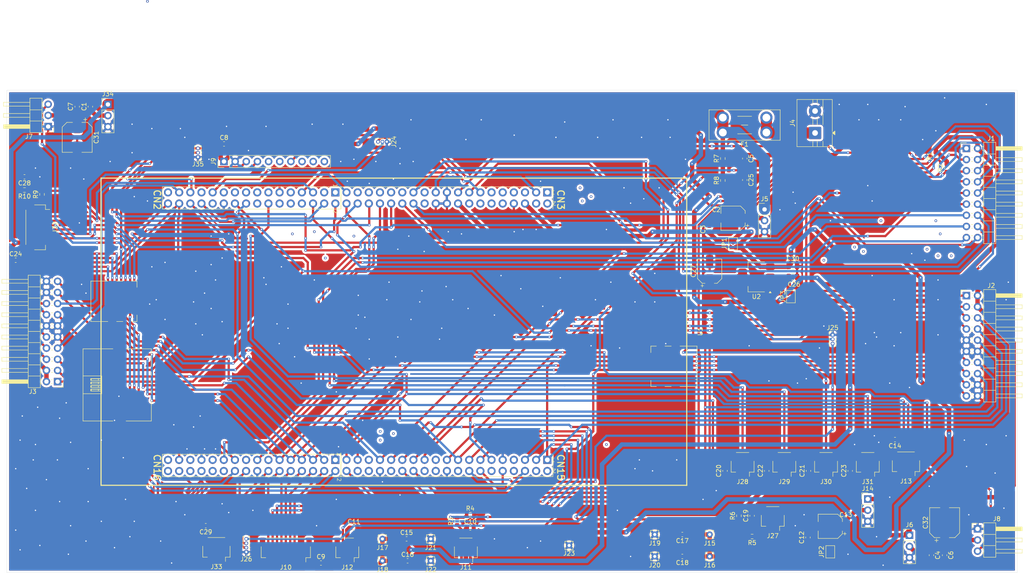
<source format=kicad_pcb>
(kicad_pcb (version 20241229) (generator "pcbnew") (generator_version "9.0")
  (layers (0 "F.Cu" signal) (2 "B.Cu" signal) (13 "F.Paste" user) (15 "B.Paste" user) (5 "F.SilkS" user "F.Silkscreen") (7 "B.SilkS" user "B.Silkscreen") (1 "F.Mask" user) (3 "B.Mask" user) (25 "Edge.Cuts" user))
  (property "SHEETTOTAL" "4")
  (net 0 "")
  (net 1 "GND")
  (net 2 "8V_2")
  (net 3 "Net-(J5-Pin_2)")
  (net 4 "8V_1")
  (net 5 "VBAT")
  (net 6 "3V3")
  (net 7 "5V")
  (net 8 "Net-(J14-Pin_2)")
  (net 9 "5V_EXT")
  (net 10 "/BAT_U")
  (net 11 "Net-(JP3-B)")
  (net 12 "/MOT_I")
  (net 13 "Net-(J4-Pin_1)")
  (net 14 "/OV_D1")
  (net 15 "/OV_I2C4_SDA")
  (net 16 "/OV_HSYNC")
  (net 17 "/OV_RST")
  (net 18 "/OV_D0")
  (net 19 "/OV_D7")
  (net 20 "/OV_D5")
  (net 21 "/OV_I2C4_SCL")
  (net 22 "/OV_PWDN")
  (net 23 "/OV_PIXCLK")
  (net 24 "/OV_VSYNC")
  (net 25 "/OV_D6")
  (net 26 "/OV_FLASH")
  (net 27 "/OV_D3")
  (net 28 "/OV_D4")
  (net 29 "/OV_D2")
  (net 30 "/LINE_AD_CS4")
  (net 31 "/LINE_SPI4_SCK")
  (net 32 "/LINE_INF_OE")
  (net 33 "/LINE_AD_CS2")
  (net 34 "/LINE_AD_CS1")
  (net 35 "/LINE_AD_CS3")
  (net 36 "/LINE_SPI4_MOSI")
  (net 37 "/LINE_SPI4_MISO")
  (net 38 "/LINE_LED_LE")
  (net 39 "/LINE_INF_LE")
  (net 40 "/LINE_LED_OE")
  (net 41 "/LINE_SPI5_MOSI")
  (net 42 "/LINE_SPI5_MISO")
  (net 43 "/LINE_SPI5_SCK")
  (net 44 "/SERVO_REAR")
  (net 45 "/SERVO_FRONT")
  (net 46 "/IMU_SCK")
  (net 47 "/IMU_MOSI")
  (net 51 "/IMU_MISO")
  (net 54 "/UI_SCL")
  (net 55 "/UI_PUSH")
  (net 56 "/UI_SDA")
  (net 57 "/UI_B")
  (net 58 "/UI_A")
  (net 59 "/UI_CONF")
  (net 60 "/UI_BACK")
  (net 61 "Net-(J11-Pin_3)")
  (net 62 "/CMD_RX")
  (net 63 "/TEL_RX")
  (net 64 "/TEL_TX")
  (net 65 "/GEN_RX")
  (net 66 "/GEN_TX")
  (net 67 "/GEN_MOSI")
  (net 68 "/GEN_SCK")
  (net 69 "/GEN_PIN2")
  (net 70 "/GEN_PIN1")
  (net 71 "/GEN_TIM")
  (net 72 "Net-(J27-Pin_3)")
  (net 73 "/IR_1")
  (net 74 "/IR_2")
  (net 75 "/IR_3")
  (net 76 "/IR_4")
  (net 77 "/MOT_PWM2")
  (net 78 "/MOT_BAT")
  (net 79 "/MOT_STATUS")
  (net 80 "/MOT_PWM1")
  (net 81 "/MOT_EN")
  (net 82 "Net-(J32-Pin_3)")
  (net 83 "/ENC_B")
  (net 84 "/ENC_A")
  (net 85 "/RX_PWM")
  (net 86 "/LED_DATA")
  (footprint "Capacitor_SMD:C_0603_1608Metric" (layer "F.Cu") (at 182 47.325 -90)
    (property "Reference" "C5")
    (property "Value" "0.1uF")
  )
  (footprint "Connector_PinHeader_2.54mm:PinHeader_1x03_P2.54mm_Vertical" (layer "F.Cu") (at 219.5 133.185)
    (property "Reference" "J6")
    (property "Value" "8V_DCDC_1")
  )
  (footprint "Capacitor_SMD:C_0603_1608Metric" (layer "F.Cu") (at 224.5 137.725 -90)
    (property "Reference" "C4")
    (property "Value" "0.1uF")
  )
  (footprint "Connector_Pin:Pin_D0.7mm_L6.5mm_W1.8mm_FlatFork" (layer "F.Cu") (at 142 135.5)
    (property "Reference" "J23")
    (property "Value" "GND")
  )
  (footprint "Connector_Pin:Pin_D0.7mm_L6.5mm_W1.8mm_FlatFork" (layer "F.Cu") (at 161.5 133)
    (property "Reference" "J19")
    (property "Value" "GND_TP1")
  )
  (footprint "Connector_Pin:Pin_D0.7mm_L6.5mm_W1.8mm_FlatFork" (layer "F.Cu") (at 174 133)
    (property "Reference" "J15")
    (property "Value" "5V_TP1")
  )
  (footprint "Connector_PinHeader_2.54mm:PinHeader_1x03_P2.54mm_Vertical" (layer "F.Cu") (at 37 35)
    (property "Reference" "J34")
    (property "Value" "8V_DCDC_2")
  )
  (footprint "Capacitor_SMD:C_0603_1608Metric" (layer "F.Cu") (at 167.775 138 180)
    (property "Reference" "C18")
    (property "Value" "0.1uF")
  )
  (footprint "Capacitor_SMD:C_0603_1608Metric" (layer "F.Cu") (at 63.435 44)
    (property "Reference" "C8")
    (property "Value" "0.1uF")
  )
  (footprint "Resistor_SMD:R_0603_1608Metric" (layer "F.Cu") (at 180.666667 128.735 90)
    (property "Reference" "R6")
    (property "Value" "2.2k")
  )
  (footprint "Connector_JST:JST_SH_SM08B-SRSS-TB_1x08-1MP_P1.00mm_Horizontal" (layer "F.Cu") (at 21 63 -90)
    (property "Reference" "J32")
    (property "Value" "MOTOR_DRIVER")
  )
  (footprint "Capacitor_SMD:C_0603_1608Metric" (layer "F.Cu") (at 196.5 118.5 90)
    (property "Reference" "C21")
    (property "Value" "0.1uF")
  )
  (footprint "Connector_PinHeader_1.00mm:PinHeader_1x03_P1.00mm_Vertical" (layer "F.Cu") (at 202 87.5)
    (property "Reference" "J25")
    (property "Value" "SPI")
  )
  (footprint "Capacitor_SMD:C_0603_1608Metric" (layer "F.Cu") (at 105.225 139)
    (property "Reference" "C16")
    (property "Value" "0.1uF")
  )
  (footprint "Connector_PinHeader_2.54mm:PinHeader_1x03_P2.54mm_Horizontal" (layer "F.Cu") (at 235 131.72)
    (property "Reference" "J8")
    (property "Value" "SERVO_FRONT")
  )
  (footprint "Connector_PinHeader_2.54mm:PinHeader_2x10_P2.54mm_Horizontal" (layer "F.Cu") (at 25.54 98.15842 180)
    (property "Reference" "J3")
    (property "Value" "LINE_BACK")
  )
  (footprint "Jumper:SolderJumper-2_P1.3mm_Open_TrianglePad1.0x1.5mm" (layer "F.Cu") (at 179.3275 66.725 -90)
    (property "Reference" "JP1")
    (property "Value" "5V_1")
  )
  (footprint "Connector_Pin:Pin_D0.7mm_L6.5mm_W1.8mm_FlatFork" (layer "F.Cu") (at 174 138)
    (property "Reference" "J16")
    (property "Value" "5V_TP2")
  )
  (footprint "Connector_JST:JST_SH_SM04B-SRSS-TB_1x04-1MP_P1.00mm_Horizontal" (layer "F.Cu") (at 61.7 136.375 180)
    (property "Reference" "J33")
    (property "Value" "ENC_AB")
  )
  (footprint "Resistor_SMD:R_0603_1608Metric" (layer "F.Cu") (at 177 52.325 90)
    (property "Reference" "R8")
    (property "Value" "1k")
  )
  (footprint "Capacitor_SMD:C_0603_1608Metric" (layer "F.Cu") (at 177.5 118.5 90)
    (property "Reference" "C20")
    (property "Value" "0.1uF")
  )
  (footprint "Capacitor_SMD:C_0603_1608Metric" (layer "F.Cu") (at 206 118.5 90)
    (property "Reference" "C23")
    (property "Value" "0.1uF")
  )
  (footprint "Package_TO_SOT_SMD:SOT-223-3_TabPin2" (layer "F.Cu") (at 184.65 74.3 180)
    (property "Reference" "U2")
    (property "Value" "AMS1117-3.3")
  )
  (footprint "Capacitor_SMD:C_0603_1608Metric" (layer "F.Cu") (at 187 118.5 90)
    (property "Reference" "C22")
    (property "Value" "0.1uF")
  )
  (footprint "Capacitor_SMD:C_0603_1608Metric" (layer "F.Cu") (at 119.5 131.5)
    (property "Reference" "C10")
    (property "Value" "0.1uF")
  )
  (footprint "Resistor_SMD:R_0603_1608Metric" (layer "F.Cu") (at 22 55.5 90)
    (property "Reference" "R9")
    (property "Value" "1.5k")
  )
  (footprint "Connector_PinHeader_2.54mm:PinHeader_1x03_P2.54mm_Vertical" (layer "F.Cu") (at 186.5 58.92)
    (property "Reference" "J5")
    (property "Value" "5V_DCDC_1")
  )
  (footprint "Connector_PinHeader_2.54mm:PinHeader_1x03_P2.54mm_Horizontal" (layer "F.Cu") (at 23.385 40.04 180)
    (property "Reference" "J7")
    (property "Value" "SERVO_BACK")
  )
  (footprint "Connector_Pin:Pin_D0.7mm_L6.5mm_W1.8mm_FlatFork" (layer "F.Cu") (at 110.5 134)
    (property "Reference" "J21")
    (property "Value" "GND_TP3")
  )
  (footprint "Connector_JST:JST_SH_SM09B-SRSS-TB_1x09-1MP_P1.00mm_Horizontal" (layer "F.Cu") (at 77.5 136.5 180)
    (property "Reference" "J10")
    (property "Value" "UI_MODULE")
  )
  (footprint "Capacitor_SMD:CP_Elec_6.3x7.7" (layer "F.Cu") (at 227.5 130.3 90)
    (property "Reference" "C32")
    (property "Value" "220uF")
  )
  (footprint "Capacitor_SMD:C_0805_2012Metric" (layer "F.Cu") (at 192.95 71.8)
    (property "Reference" "C30")
    (property "Value" "1uF")
  )
  (footprint "Capacitor_SMD:C_0603_1608Metric" (layer "F.Cu") (at 216.2 111.375 180)
    (property "Reference" "C14")
    (property "Value" "0.1uF")
  )
  (footprint "Resistor_SMD:R_0603_1608Metric" (layer "F.Cu") (at 119.5 128.5)
    (property "Reference" "R4")
    (property "Value" "2.2k")
  )
  (footprint "Capacitor_SMD:C_0603_1608Metric" (layer "F.Cu") (at 18 51.5 180)
    (property "Reference" "C28")
    (property "Value" "0.1uF")
  )
  (footprint "Capacitor_SMD:C_0603_1608Metric" (layer "F.Cu") (at 182 52.225 -90)
    (property "Reference" "C25")
    (property "Value" "0.1uF")
  )
  (footprint "Resistor_SMD:R_0603_1608Metric" (layer "F.Cu") (at 177 47.325 90)
    (property "Reference" "R7")
    (property "Value" "10k")
  )
  (footprint "Connector_JST:JST_SH_SM03B-SRSS-TB_1x03-1MP_P1.00mm_Horizontal" (layer "F.Cu") (at 210 117 180)
    (property "Reference" "J31")
    (property "Value" "IR_4")
  )
  (footprint "Capacitor_SMD:C_0603_1608Metric" (layer "F.Cu") (at 167.775 133 180)
    (property "Reference" "C17")
    (property "Value" "0.1uF")
  )
  (footprint "Capacitor_SMD:C_0603_1608Metric" (layer "F.Cu") (at 30 35.5 90)
    (property "Reference" "C7")
    (property "Value" "0.1uF")
  )
  (footprint "Connector_PinHeader_2.54mm:PinHeader_1x03_P2.54mm_Vertical" (layer "F.Cu") (at 210 124.92)
    (property "Reference" "J14")
    (property "Value" "5V_DCDC_2")
  )
  (footprint "Connector_PinHeader_2.54mm:PinHeader_2x09_P2.54mm_Horizontal" (layer "F.Cu") (at 232.46 45.02)
    (property "Reference" "J1")
    (property "Value" "CAMERA")
  )
  (footprint "Connector_Pin:Pin_D0.7mm_L6.5mm_W1.8mm_FlatFork" (layer "F.Cu") (at 110.5 139)
    (property "Reference" "J22")
    (property "Value" "GND_TP4")
  )
  (footprint "Jumper:SolderJumper-2_P1.3mm_Open_TrianglePad1.0x1.5mm" (layer "F.Cu") (at 192.5 78.8 90)
    (property "Reference" "JP3")
    (property "Value" "3V3")
  )
  (footprint "Connector_PinHeader_1.00mm:PinHeader_1x03_P1.00mm_Vertical" (layer "F.Cu") (at 100.5 43.5 -90)
    (property "Reference" "J24")
    (property "Value" "UART")
  )
  (footprint "Capacitor_SMD:CP_Elec_5x5.8" (layer "F.Cu") (at 179.3275 60.92 180)
    (property "Reference" "C2")
    (property "Value" "100uF")
  )
  (footprint "Connector_Pin:Pin_D0.7mm_L6.5mm_W1.8mm_FlatFork" (layer "F.Cu") (at 99.5 134)
    (property "Reference" "J17")
    (property "Value" "3V3_TP3")
  )
  (footprint "Capacitor_SMD:C_0603_1608Metric" (layer "F.Cu") (at 16 70.5)
    (property "Reference" "C24")
    (property "Value" "0.1uF")
  )
  (footprint "Connector_JST:JST_SH_SM03B-SRSS-TB_1x03-1MP_P1.00mm_Horizontal" (layer "F.Cu") (at 118.5 136.5 180)
    (property "Reference" "J11")
    (property "Value" "RX_PWM")
  )
  (footprint "Connector_Pin:Pin_D0.7mm_L6.5mm_W1.8mm_FlatFork" (layer "F.Cu") (at 99.5 139)
    (property "Reference" "J18")
    (property "Value" "3V3_TP4")
  )
  (footprint "Resistor_SMD:R_0603_1608Metric" (layer "F.Cu") (at 228 49.475 90)
    (property "Reference" "R2")
    (property "Value" "4.7k")
  )
  (footprint "Capacitor_SMD:C_0603_1608Metric" (layer "F.Cu") (at 227.5 137.725 -90)
    (property "Reference" "C6")
    (property "Value" "0.1uF")
  )
  (footprint "Connector_PinHeader_1.00mm:PinHeader_1x04_P1.00mm_Vertical" (layer "F.Cu") (at 68.5 137 180)
    (property "Reference" "J26")
    (property "Value" "PINS")
  )
  (footprint "Capacitor_SMD:C_0603_1608Metric" (layer "F.Cu") (at 105 134)
    (property "Reference" "C15")
    (property "Value" "0.1uF")
  )
  (footprint "Resistor_SMD:R_0603_1608Metric" (layer "F.Cu") (at 183.666667 133.46 180)
    (property "Reference" "R5")
    (property "Value" "1.2k")
  )
  (footprint "Capacitor_SMD:C_0603_1608Metric" (layer "F.Cu") (at 173.9075 63.46 90)
    (property "Reference" "C3")
    (property "Value" "0.1uF")
  )
  (footprint "Capacitor_SMD:C_0603_1608Metric" (layer "F.Cu") (at 196.386667 133.68 90)
    (property "Reference" "C12")
    (property "Value" "0.1uF")
  )
  (footprint "Connector_JST:JST_SH_SM03B-SRSS-TB_1x03-1MP_P1.00mm_Horizontal" (layer "F.Cu") (at 188.366667 129.335 180)
    (property "Reference" "J27")
    (property "Value" "LED_DATA")
  )
  (footprint "Capacitor_SMD:C_0805_2012Metric" (layer "F.Cu") (at 192.95 74.3)
    (property "Reference" "C26")
    (property "Value" "1uF")
  )
  (footprint "Connector_PinHeader_2.54mm:PinHeader_1x10_P2.54mm_Vertical" (layer "F.Cu") (at 63.42 48 90)
    (property "Reference" "J9")
    (property "Value" "IMU")
  )
  (footprint "TerminalBlock:TerminalBlock_MaiXu_MX126-5.0-02P_1x02_P5.00mm" (layer "F.Cu") (at 198 41.5 90)
    (property "Reference" "J4")
    (property "Value" "BAT")
  )
  (footprint "Capacitor_SMD:CP_Elec_6.3x7.7" (layer "F.Cu") (at 30 42.5 -90)
    (property "Reference" "C31")
    (property "Value" "220uF")
  )
  (footprint "hallglib:FP_NUCLEO-144 - N6" (layer "F.Cu") (at 35.42995 51.78992 -90)
    (property "Reference" "U1")
    (property "Value" "NUCLEO-N657X0-Q")
    (property "REFERENCE" "NUCLEO" (hide yes))
  )
  (footprint "Resistor_SMD:R_0603_1608Metric" (layer "F.Cu") (at 116.5 130 90)
    (property "Reference" "R3")
    (property "Value" "1.2k")
  )
  (footprint "Capacitor_SMD:C_0603_1608Metric" (layer "F.Cu") (at 85.5 139.5)
    (property "Reference" "C9")
    (property "Value" "0.1uF")
  )
  (footprint "Jumper:SolderJumper-2_P1.3mm_Open_TrianglePad1.0x1.5mm" (layer "F.Cu") (at 201.466667 136.945 -90)
    (property "Reference" "JP2")
    (property "Value" "5V_2")
  )
  (footprint "Connector_PinHeader_1.00mm:PinHeader_1x03_P1.00mm_Vertical" (layer "F.Cu") (at 57.5 47 180)
    (property "Reference" "J35")
    (property "Value" "I2C4")
  )
  (footprint "Connector_JST:JST_SH_SM03B-SRSS-TB_1x03-1MP_P1.00mm_Horizontal" (layer "F.Cu") (at 181.5 117 180)
    (property "Reference" "J28")
    (property "Value" "IR_1")
  )
  (footprint "Capacitor_SMD:C_0603_1608Metric" (layer "F.Cu") (at 59.275 131 180)
    (property "Reference" "C29")
    (property "Value" "0.1uF")
  )
  (footprint "Capacitor_SMD:CP_Elec_5x5.8" (layer "F.Cu") (at 201.466667 131.14 180)
    (property "Reference" "C13")
    (property "Value" "100uF")
  )
  (footprint "Connector_Pin:Pin_D0.7mm_L6.5mm_W1.8mm_FlatFork" (layer "F.Cu") (at 161.5 138)
    (property "Reference" "J20")
    (property "Value" "GND_TP2")
  )
  (footprint "Connector_JST:JST_SH_SM03B-SRSS-TB_1x03-1MP_P1.00mm_Horizontal" (layer "F.Cu") (at 200.5 117 180)
    (property "Reference" "J30")
    (property "Value" "IR_3")
  )
  (footprint "Resistor_SMD:R_0603_1608Metric" (layer "F.Cu") (at 18 54.5 180)
    (property "Reference" "R10")
    (property "Value" "2.2k")
  )
  (footprint "Fuse:Fuseholder_Blade_Mini_Keystone_3568" (layer "F.Cu") (at 186.92 41.4 180)
    (property "Reference" "F1")
    (property "Value" "8A")
  )
  (footprint "Connector_JST:JST_SH_SM03B-SRSS-TB_1x03-1MP_P1.00mm_Horizontal" (layer "F.Cu") (at 91.5 136.5 180)
    (property "Reference" "J12")
    (property "Value" "CMD_RX")
  )
  (footprint "Connector_JST:JST_SH_SM03B-SRSS-TB_1x03-1MP_P1.00mm_Horizontal" (layer "F.Cu") (at 191 117 180)
    (property "Reference" "J29")
    (property "Value" "IR_2")
  )
  (footprint "Resistor_SMD:R_0603_1608Metric" (layer "F.Cu") (at 225.5 46.8 90)
    (property "Reference" "R1")
    (property "Value" "4.7k")
  )
  (footprint "Capacitor_SMD:C_0603_1608Metric" (layer "F.Cu") (at 33 35.5 90)
    (property "Reference" "C1")
    (property "Value" "0.1uF")
  )
  (footprint "Capacitor_SMD:CP_Elec_5x5.3" (layer "F.Cu") (at 174 73 90)
    (property "Reference" "C27")
    (property "Value" "47uF")
  )
  (footprint "Connector_PinHeader_2.54mm:PinHeader_2x10_P2.54mm_Horizontal" (layer "F.Cu") (at 232.46 78.56)
    (property "Reference" "J2")
    (property "Value" "LINE_FRONT")
  )
  (footprint "Capacitor_SMD:C_0603_1608Metric" (layer "F.Cu") (at 93 131.5)
    (property "Reference" "C11")
    (property "Value" "0.1uF")
  )
  (footprint "Connector_JST:JST_SH_SM04B-SRSS-TB_1x04-1MP_P1.00mm_Horizontal" (layer "F.Cu") (at 218.7 116.875 180)
    (property "Reference" "J13")
    (property "Value" "TEL_UART")
  )
  (footprint "Capacitor_SMD:C_0603_1608Metric" (layer "F.Cu") (at 183.666667 128.735 90)
    (property "Reference" "C19")
    (property "Value" "0.1uF")
  )
  (gr_rect (start 14 31.72842) (end 244 141.72842) (stroke (width 0.05)) (fill no) (layer "Edge.Cuts"))
  (via (at 86.5 70) (size 0.6) (drill 0.3) (layers "F.Cu" "B.Cu") (net 0))
  (via (at 209 68.5) (size 0.6) (drill 0.3) (layers "F.Cu" "B.Cu") (net 0))
  (via (at 145 57) (size 0.6) (drill 0.3) (layers "F.Cu" "B.Cu") (net 0))
  (via (at 46 11.5) (size 0.6) (drill 0.3) (layers "F.Cu" "B.Cu") (net 0))
  (via (at 223.5 68) (size 0.6) (drill 0.3) (layers "F.Cu" "B.Cu") (net 0))
  (via (at 200 70.5) (size 0.6) (drill 0.3) (layers "F.Cu" "B.Cu") (net 0))
  (via (at 229 69.5) (size 0.6) (drill 0.3) (layers "F.Cu" "B.Cu") (net 0))
  (via (at 84 64) (size 0.6) (drill 0.3) (layers "F.Cu" "B.Cu") (net 0))
  (via (at 79 64.5) (size 0.6) (drill 0.3) (layers "F.Cu" "B.Cu") (net 0))
  (via (at 147 56) (size 0.6) (drill 0.3) (layers "F.Cu" "B.Cu") (net 0))
  (via (at 150.5 112.5) (size 0.6) (drill 0.3) (layers "F.Cu" "B.Cu") (net 0))
  (via (at 226 69.5) (size 0.6) (drill 0.3) (layers "F.Cu" "B.Cu") (net 0))
  (via (at 226.5 64.5) (size 0.6) (drill 0.3) (layers "F.Cu" "B.Cu") (net 0))
  (via (at 99 111.5) (size 0.6) (drill 0.3) (layers "F.Cu" "B.Cu") (net 0))
  (via (at 207 67.5) (size 0.6) (drill 0.3) (layers "F.Cu" "B.Cu") (net 0))
  (via (at 213 61.5) (size 0.6) (drill 0.3) (layers "F.Cu" "B.Cu") (net 0))
  (via (at 99 109.5) (size 0.6) (drill 0.3) (layers "F.Cu" "B.Cu") (net 0))
  (via (at 102 110) (size 0.6) (drill 0.3) (layers "F.Cu" "B.Cu") (net 0))
  (via (at 93 65) (size 0.6) (drill 0.3) (layers "F.Cu" "B.Cu") (net 0))
  (via (at 144.5 54) (size 0.6) (drill 0.3) (layers "F.Cu" "B.Cu") (net 0))
  (via (at 225.5 61.5) (size 0.6) (drill 0.3) (layers "F.Cu" "B.Cu") (net 0))
  (segment (start 60.5 67.5) (end 60.5 65) (width 1) (layer "F.Cu") (net 1))
  (segment (start 65 63) (end 65.665628 63) (width 1) (layer "F.Cu") (net 1))
  (segment (start 64.5 64.5) (end 64.5 63.5) (width 1) (layer "F.Cu") (net 1))
  (segment (start 65.665628 63) (end 66.501 62.164628) (width 1) (layer "F.Cu") (net 1))
  (segment (start 64.5 63.5) (end 65 63) (width 1) (layer "F.Cu") (net 1))
  (segment (start 66.501 61.335372) (end 65.165628 60) (width 1) (layer "F.Cu") (net 1))
  (segment (start 63 70) (end 60.5 67.5) (width 1) (layer "F.Cu") (net 1))
  (segment (start 65.165628 60) (end 65 60) (width 1) (layer "F.Cu") (net 1))
  (segment (start 66.501 62.164628) (end 66.501 61.335372) (width 1) (layer "F.Cu") (net 1))
  (via (at 194 98.5) (size 0.6) (drill 0.3) (layers "F.Cu" "B.Cu") (net 1))
  (via (at 193.5 131) (size 0.6) (drill 0.3) (layers "F.Cu" "B.Cu") (net 1))
  (via (at 183 90) (size 0.6) (drill 0.3) (layers "F.Cu" "B.Cu") (net 1))
  (via (at 18.5 122.5) (size 0.6) (drill 0.3) (layers "F.Cu" "B.Cu") (net 1))
  (via (at 46 57) (size 0.6) (drill 0.3) (layers "F.Cu" "B.Cu") (net 1))
  (via (at 112.5 88.5) (size 0.6) (drill 0.3) (layers "F.Cu" "B.Cu") (net 1))
  (via (at 190 59) (size 0.6) (drill 0.3) (layers "F.Cu" "B.Cu") (net 1))
  (via (at 56.5 80) (size 0.6) (drill 0.3) (layers "F.Cu" "B.Cu") (net 1))
  (via (at 26 106.5) (size 0.6) (drill 0.3) (layers "F.Cu" "B.Cu") (net 1))
  (via (at 43 56) (size 0.6) (drill 0.3) (layers "F.Cu" "B.Cu") (net 1))
  (via (at 219.5 99.5) (size 0.6) (drill 0.3) (layers "F.Cu" "B.Cu") (net 1))
  (via (at 98 48) (size 0.6) (drill 0.3) (layers "F.Cu" "B.Cu") (net 1))
  (via (at 63 70) (size 0.6) (drill 0.3) (layers "F.Cu" "B.Cu") (net 1))
  (via (at 23 120.5) (size 0.6) (drill 0.3) (layers "F.Cu" "B.Cu") (net 1))
  (via (at 96.5 53) (size 0.6) (drill 0.3) (layers "F.Cu" "B.Cu") (net 1))
  (via (at 21.5 135.5) (size 0.6) (drill 0.3) (layers "F.Cu" "B.Cu") (net 1))
  (via (at 90.5 39.5) (size 0.6) (drill 0.3) (layers "F.Cu" "B.Cu") (net 1))
  (via (at 207 112.5) (size 0.6) (drill 0.3) (layers "F.Cu" "B.Cu") (net 1))
  (via (at 210 53.5) (size 0.6) (drill 0.3) (layers "F.Cu" "B.Cu") (net 1))
  (via (at 224 122) (size 0.6) (drill 0.3) (layers "F.Cu" "B.Cu") (net 1))
  (via (at 59 113.5) (size 0.6) (drill 0.3) (layers "F.Cu" "B.Cu") (net 1))
  (via (at 50 71) (size 0.6) (drill 0.3) (layers "F.Cu" "B.Cu") (net 1))
  (via (at 135.5 134.5) (size 0.6) (drill 0.3) (layers "F.Cu" "B.Cu") (net 1))
  (via (at 83.5 39.5) (size 0.6) (drill 0.3) (layers "F.Cu" "B.Cu") (net 1))
  (via (at 57 85) (size 0.6) (drill 0.3) (layers "F.Cu" "B.Cu") (net 1))
  (via (at 47 40.5) (size 0.6) (drill 0.3) (layers "F.Cu" "B.Cu") (net 1))
  (via (at 227.5 33.5) (size 0.6) (drill 0.3) (layers "F.Cu" "B.Cu") (net 1))
  (via (at 106.5 48) (size 0.6) (drill 0.3) (layers "F.Cu" "B.Cu") (net 1))
  (via (at 106 38.5) (size 0.6) (drill 0.3) (layers "F.Cu" "B.Cu") (net 1))
  (via (at 201.5 61.5) (size 0.6) (drill 0.3) (layers "F.Cu" "B.Cu") (net 1))
  (via (at 25.5 116) (size 0.6) (drill 0.3) (layers "F.Cu" "B.Cu") (net 1))
  (via (at 16 132) (size 0.6) (drill 0.3) (layers "F.Cu" "B.Cu") (net 1))
  (via (at 126.5 74) (size 0.6) (drill 0.3) (layers "F.Cu" "B.Cu") (net 1))
  (via (at 150.5 63.5) (size 0.6) (drill 0.3) (layers "F.Cu" "B.Cu") (net 1))
  (via (at 21 104) (size 0.6) (drill 0.3) (layers "F.Cu" "B.Cu") (net 1))
  (via (at 200 85.5) (size 0.6) (drill 0.3) (layers "F.Cu" "B.Cu") (net 1))
  (via (at 158 116) (size 0.6) (drill 0.3) (layers "F.Cu" "B.Cu") (net 1))
  (via (at 195.5 128.5) (size 0.6) (drill 0.3) (layers "F.Cu" "B.Cu") (net 1))
  (via (at 90 48) (size 0.6) (drill 0.3) (layers "F.Cu" "B.Cu") (net 1))
  (via (at 28.5 49.5) (size 0.6) (drill 0.3) (layers "F.Cu" "B.Cu") (net 1))
  (via (at 226 79.5) (size 0.6) (drill 0.3) (layers "F.Cu" "B.Cu") (net 1))
  (via (at 212 133.5) (size 0.6) (drill 0.3) (layers "F.Cu" "B.Cu") (net 1))
  (via (at 158.5 42.5) (size 0.6) (drill 0.3) (layers "F.Cu" "B.Cu") (net 1))
  (via (at 50 84) (size 0.6) (drill 0.3) (layers "F.Cu" "B.Cu") (net 1))
  (via (at 152 38.5) (size 0.6) (drill 0.3) (layers "F.Cu" "B.Cu") (net 1))
  (via (at 108 80) (size 0.6) (drill 0.3) (layers "F.Cu" "B.Cu") (net 1))
  (via (at 20.5 112.5) (size 0.6) (drill 0.3) (layers "F.Cu" "B.Cu") (net 1))
  (via (at 20.5 49.5) (size 0.6) (drill 0.3) (layers "F.Cu" "B.Cu") (net 1))
  (via (at 168.5 47.5) (size 0.6) (drill 0.3) (layers "F.Cu" "B.Cu") (net 1))
  (via (at 39.5 101.5) (size 0.6) (drill 0.3) (layers "F.Cu" "B.Cu") (net 1))
  (via (at 125 83) (size 0.6) (drill 0.3) (layers "F.Cu" "B.Cu") (net 1))
  (via (at 211 74) (size 0.6) (drill 0.3) (layers "F.Cu" "B.Cu") (net 1))
  (via (at 161.5 73.5) (size 0.6) (drill 0.3) (layers "F.Cu" "B.Cu") (net 1))
  (via (at 101 75.5) (size 0.6) (drill 0.3) (layers "F.Cu" "B.Cu") (net 1))
  (via (at 64.5 64.5) (size 0.6) (drill 0.3) (layers "F.Cu" "B.Cu") (net 1))
  (via (at 109 68.5) (size 0.6) (drill 0.3) (layers "F.Cu" "B.Cu") (net 1))
  (via (at 76 89.5) (size 0.6) (drill 0.3) (layers "F.Cu" "B.Cu") (net 1))
  (via (at 84 75) (size 0.6) (drill 0.3) (layers "F.Cu" "B.Cu") (net 1))
  (via (at 42.5 39.5) (size 0.6) (drill 0.3) (layers "F.Cu" "B.Cu") (net 1))
  (via (at 94 78.5) (size 0.6) (drill 0.3) (layers "F.Cu" "B.Cu") (net 1))
  (via (at 117.5 64.5) (size 0.6) (drill 0.3) (layers "F.Cu" "B.Cu") (net 1))
  (via (at 52.5 125.5) (size 0.6) (drill 0.3) (layers "F.Cu" "B.Cu") (net 1))
  (via (at 64.5 128) (size 0.6) (drill 0.3) (layers "F.Cu" "B.Cu") (net 1))
  (via (at 96.5 88.5) (size 0.6) (drill 0.3) (layers "F.Cu" "B.Cu") (net 1))
  (via (at 103.5 48.5) (size 0.6) (drill 0.3) (layers "F.Cu" "B.Cu") (net 1))
  (via (at 53.5 40.5) (size 0.6) (drill 0.3) (layers "F.Cu" "B.Cu") (net 1))
  (via (at 164.5 38.5) (size 0.6) (drill 0.3) (layers "F.Cu" "B.Cu") (net 1))
  (via (at 55 113.5) (size 0.6) (drill 0.3) (layers "F.Cu" "B.Cu") (net 1))
  (via (at 54.5 128.5) (size 0.6) (drill 0.3) (layers "F.Cu" "B.Cu") (net 1))
  (via (at 60 47.5) (size 0.6) (drill 0.3) (layers "F.Cu" "B.Cu") (net 1))
  (via (at 212.5 112) (size 0.6) (drill 0.3) (layers "F.Cu" "B.Cu") (net 1))
  (via (at 20 116) (size 0.6) (drill 0.3) (layers "F.Cu" "B.Cu") (net 1))
  (via (at 134.5 63.5) (size 0.6) (drill 0.3) (layers "F.Cu" "B.Cu") (net 1))
  (via (at 209.5 89.5) (size 0.6) (drill 0.3) (layers "F.Cu" "B.Cu") (net 1))
  (via (at 51.5 139.5) (size 0.6) (drill 0.3) (layers "F.Cu" "B.Cu") (net 1))
  (via (at 32.5 125.5) (size 0.6) (drill 0.3) (layers "F.Cu" "B.Cu") (net 1))
  (via (at 75.5 85) (size 0.6) (drill 0.3) (layers "F.Cu" "B.Cu") (net 1))
  (via (at 129.5 64) (size 0.6) (drill 0.3) (layers "F.Cu" "B.Cu") (net 1))
  (via (at 211 57) (size 0.6) (drill 0.3) (layers "F.Cu" "B.Cu") (net 1))
  (via (at 38.5 107) (size 0.6) (drill 0.3) (layers "F.Cu" "B.Cu") (net 1))
  (via (at 241.5 79.5) (size 0.6) (drill 0.3) (layers "F.Cu" "B.Cu") (net 1))
  (via (at 131 77) (size 0.6) (drill 0.3) (layers "F.Cu" "B.Cu") (net 1))
  (via (at 30.5 62) (size 0.6) (drill 0.3) (layers "F.Cu" "B.Cu") (net 1))
  (via (at 114 76.5) (size 0.6) (drill 0.3) (layers "F.Cu" "B.Cu") (net 1))
  (via (at 211.5 87) (size 0.6) (drill 0.3) (layers "F.Cu" "B.Cu") (net 1))
  (via (at 131.5 63.5) (size 0.6) (drill 0.3) (layers "F.Cu" "B.Cu") (net 1))
  (via (at 193.5 57.5) (size 0.6) (drill 0.3) (layers "F.Cu" "B.Cu") (net 1))
  (via (at 148 79.5) (size 0.6) (drill 0.3) (layers "F.Cu" "B.Cu") (net 1))
  (via (at 52 108) (size 0.6) (drill 0.3) (layers "F.Cu" "B.Cu") (net 1))
  (via (at 32 134.5) (size 0.6) (drill 0.3) (layers "F.Cu" "B.Cu") (net 1))
  (via (at 156 57.5) (size 0.6) (drill 0.3) (layers "F.Cu" "B.Cu") (net 1))
  (via (at 49 134.5) (size 0.6) (drill 0.3) (layers "F.Cu" "B.Cu") (net 1))
  (via (at 42.5 46) (size 0.6) (drill 0.3) (layers "F.Cu" "B.Cu") (net 1))
  (via (at 28 137.5) (size 0.6) (drill 0.3) (layers "F.Cu" "B.Cu") (net 1))
  (via (at 43 130) (size 0.6) (drill 0.3) (layers "F.Cu" "B.Cu") (net 1))
  (via (at 156 138) (size 0.6) (drill 0.3) (layers "F.Cu" "B.Cu") (net 1))
  (via (at 241.5 110.5) (size 0.6) (drill 0.3) (layers "F.Cu" "B.Cu") (net 1))
  (via (at 148.5 42.5) (size 0.6) (drill 0.3) (layers "F.Cu" "B.Cu") (net 1))
  (via (at 58.5 87.5) (size 0.6) (drill 0.3) (layers "F.Cu" "B.Cu") (net 1))
  (via (at 154.5 54) (size 0.6) (drill 0.3) (layers "F.Cu" "B.Cu") (net 1))
  (via (at 54.5 42.5) (size 0.6) (drill 0.3) (layers "F.Cu" "B.Cu") (net 1))
  (via (at 119 81.5) (size 0.6) (drill 0.3) (layers "F.Cu" "B.Cu") (net 1))
  (via (at 210 35) (size 0.6) (drill 0.3) (layers "F.Cu" "B.Cu") (net 1))
  (via (at 57 73) (size 0.6) (drill 0.3) (layers "F.Cu" "B.Cu") (net 1))
  (via (at 113 86) (size 0.6) (drill 0.3) (layers "F.Cu" "B.Cu") (net 1))
  (via (at 162.5 54) (size 0.6) (drill 0.3) (layers "F.Cu" "B.Cu") (net 1))
  (via (at 205.5 137.5) (size 0.6) (drill 0.3) (layers "F.Cu" "B.Cu") (net 1))
  (via (at 172.5 125) (size 0.6) (drill 0.3) (layers "F.Cu" "B.Cu") (net 1))
  (via (at 218.5 35.5) (size 0.6) (drill 0.3) (layers "F.Cu" "B.Cu") (net 1))
  (via (at 60.5 81.5) (size 0.6) (drill 0.3) (layers "F.Cu" "B.Cu") (net 1))
  (via (at 47 72) (size 0.6) (drill 0.3) (layers "F.Cu" "B.Cu") (net 1))
  (via (at 94 83) (size 0.6) (drill 0.3) (layers "F.Cu" "B.Cu") (net 1))
  (via (at 211.5 110.5) (size 0.6) (drill 0.3) (layers "F.Cu" "B.Cu") (net 1))
  (via (at 17 136.5) (size 0.6) (drill 0.3) (layers "F.Cu" "B.Cu") (net 1))
  (via (at 102 52) (size 0.6) (drill 0.3) (layers "F.Cu" "B.Cu") (net 1))
  (via (at 157 118) (size 0.6) (drill 0.3) (layers "F.Cu" "B.Cu") (net 1))
  (via (at 27.5 103) (size 0.6) (drill 0.3) (layers "F.Cu" "B.Cu") (net 1))
  (via (at 141 39) (size 0.6) (drill 0.3) (layers "F.Cu" "B.Cu") (net 1))
  (via (at 26 125.5) (size 0.6) (drill 0.3) (layers "F.Cu" "B.Cu") (net 1))
  (via (at 32.5 118) (size 0.6) (drill 0.3) (layers "F.Cu" "B.Cu") (net 1))
  (via (at 59 78) (size 0.6) (drill 0.3) (layers "F.Cu" "B.Cu") (net 1))
  (via (at 164 89.5) (size 0.6) (drill 0.3) (layers "F.Cu" "B.Cu") (net 1))
  (via (at 41 125) (size 0.6) (drill 0.3) (layers "F.Cu" "B.Cu") (net 1))
  (via (at 105.5 65) (size 0.6) (drill 0.3) (layers "F.Cu" "B.Cu") (net 1))
  (via (at 60.5 71.5) (size 0.6) (drill 0.3) (layers "F.Cu" "B.Cu") (net 1))
  (via (at 61.5 75) (size 0.6) (drill 0.3) (layers "F.Cu" "B.Cu") (net 1))
  (via (at 139 42.5) (size 0.6) (drill 0.3) (layers "F.Cu" "B.Cu") (net 1))
  (via (at 79.5 92.5) (size 0.6) (drill 0.3) (layers "F.Cu" "B.Cu") (net 1))
  (via (at 212.5 38.5) (size 0.6) (drill 0.3) (layers "F.Cu" "B.Cu") (net 1))
  (via (at 76.5 72) (size 0.6) (drill 0.3) (layers "F.Cu" "B.Cu") (net 1))
  (via (at 114.5 64) (size 0.6) (drill 0.3) (layers "F.Cu" "B.Cu") (net 1))
  (via (at 89 125) (size 0.6) (drill 0.3) (layers "F.Cu" "B.Cu") (net 1))
  (via (at 108.5 77.5) (size 0.6) (drill 0.3) (layers "F.Cu" "B.Cu") (net 1))
  (via (at 48 79.5) (size 0.6) (drill 0.3) (layers "F.Cu" "B.Cu") (net 1))
  (via (at 196 97.5) (size 0.6) (drill 0.3) (layers "F.Cu" "B.Cu") (net 1))
  (via (at 151.5 75.5) (size 0.6) (drill 0.3) (layers "F.Cu" "B.Cu") (net 1))
  (via (at 58 106) (size 0.6) (drill 0.3) (layers "F.Cu" "B.Cu") (net 1))
  (via (at 89.5 113) (size 0.6) (drill 0.3) (layers "F.Cu" "B.Cu") (net 1))
  (via (at 89 100.5) (size 0.6) (drill 0.3) (layers "F.Cu" "B.Cu") (net 1))
  (via (at 226 75) (size 0.6) (drill 0.3) (layers "F.Cu" "B.Cu") (net 1))
  (via (at 95 107) (size 0.6) (drill 0.3) (layers "F.Cu" "B.Cu") (net 1))
  (via (at 216 90) (size 0.6) (drill 0.3) (layers "F.Cu" "B.Cu") (net 1))
  (via (at 223 70.5) (size 0.6) (drill 0.3) (layers "F.Cu" "B.Cu") (net 1))
  (via (at 38.5 136) (size 0.6) (drill 0.3) (layers "F.Cu" "B.Cu") (net 1))
  (via (at 125 134) (size 0.6) (drill 0.3) (layers "F.Cu" "B.Cu") (net 1))
  (via (at 93 47.5) (size 0.6) (drill 0.3) (layers "F.Cu" "B.Cu") (net 1))
  (via (at 28.5 112) (size 0.6) (drill 0.3) (layers "F.Cu" "B.Cu") (net 1))
  (via (at 217.5 87) (size 0.6) (drill 0.3) (layers "F.Cu" "B.Cu") (net 1))
  (via (at 100.5 79.5) (size 0.6) (drill 0.3) (layers "F.Cu" "B.Cu") (net 1))
  (via (at 35.5 111.5) (size 0.6) (drill 0.3) (layers "F.Cu" "B.Cu") (net 1))
  (via (at 73 40) (size 0.6) (drill 0.3) (layers "F.Cu" "B.Cu") (net 1))
  (via (at 96.5 93) (size 0.6) (drill 0.3) (layers "F.Cu" "B.Cu") (net 1))
  (via (at 212 88) (size 0.6) (drill 0.3) (layers "F.Cu" "B.Cu") (net 1))
  (via (at 31 76) (size 0.6) (drill 0.3) (layers "F.Cu" "B.Cu") (net 1))
  (via (at 20.5 127.5) (size 0.6) (drill 0.3) (layers "F.Cu" "B.Cu") (net 1))
  (via (at 239 119) (size 0.6) (drill 0.3) (layers "F.Cu" "B.Cu") (net 1))
  (via (at 64 40) (size 0.6) (drill 0.3) (layers "F.Cu" "B.Cu") (net 1))
  (via (at 233 128.5) (size 0.6) (drill 0.3) (layers "F.Cu" "B.Cu") (net 1))
  (via (at 103.5 124) (size 0.6) (drill 0.3) (layers "F.Cu" "B.Cu") (net 1))
  (via (at 199 90.5) (size 0.6) (drill 0.3) (layers "F.Cu" "B.Cu") (net 1))
  (via (at 232.5 117.5) (size 0.6) (drill 0.3) (layers "F.Cu" "B.Cu") (net 1))
  (via (at 35.5 130) (size 0.6) (drill 0.3) (layers "F.Cu" "B.Cu") (net 1))
  (via (at 165 42.5) (size 0.6) (drill 0.3) (layers "F.Cu" "B.Cu") (net 1))
  (via (at 46.5 80.5) (size 0.6) (drill 0.3) (layers "F.Cu" "B.Cu") (net 1))
  (via (at 16 118) (size 0.6) (drill 0.3) (layers "F.Cu" "B.Cu") (net 1))
  (via (at 217.5 38.5) (size 0.6) (drill 0.3) (layers "F.Cu" "B.Cu") (net 1))
  (via (at 147 90) (size 0.6) (drill 0.3) (layers "F.Cu" "B.Cu") (net 1))
  (via (at 166.5 116) (size 0.6) (drill 0.3) (layers "F.Cu" "B.Cu") (net 1))
  (via (at 72.5 74.5) (size 0.6) (drill 0.3) (layers "F.Cu" "B.Cu") (net 1))
  (via (at 73 76) (size 0.6) (drill 0.3) (layers "F.Cu" "B.Cu") (net 1))
  (via (at 140 74.5) (size 0.6) (drill 0.3) (layers "F.Cu" "B.Cu") (net 1))
  (via (at 28.5 131) (size 0.6) (drill 0.3) (layers "F.Cu" "B.Cu") (net 1))
  (via (at 118.5 43) (size 0.6) (drill 0.3) (layers "F.Cu" "B.Cu") (net 1))
  (via (at 122 38.5) (size 0.6) (drill 0.3) (layers "F.Cu" "B.Cu") (net 1))
  (via (at 63 84.5) (size 0.6) (drill 0.3) (layers "F.Cu" "B.Cu") (net 1))
  (via (at 226 87.5) (size 0.6) (drill 0.3) (layers "F.Cu" "B.Cu") (net 1))
  (via (at 78 86) (size 0.6) (drill 0.3) (layers "F.Cu" "B.Cu") (net 1))
  (via (at 78 80.5) (size 0.6) (drill 0.3) (layers "F.Cu" "B.Cu") (net 1))
  (via (at 60.5 65) (size 0.6) (drill 0.3) (layers "F.Cu" "B.Cu") (net 1))
  (via (at 220 69) (size 0.6) (drill 0.3) (layers "F.Cu" "B.Cu") (net 1))
  (via (at 132.5 136) (size 0.6) (drill 0.3) (layers "F.Cu" "B.Cu") (net 1))
  (via (at 63 126) (size 0.6) (drill 0.3) (layers "F.Cu" "B.Cu") (net 1))
  (via (at 32 78) (size 0.6) (drill 0.3) (layers "F.Cu" "B.Cu") (net 1))
  (via (at 91.5 52.5) (size 0.6) (drill 0.3) (layers "F.Cu" "B.Cu") (net 1))
  (via (at 42 133.5) (size 0.6) (drill 0.3) (layers "F.Cu" "B.Cu") (net 1))
  (via (at 161.5 80) (size 0.6) (drill 0.3) (layers "F.Cu" "B.Cu") (net 1))
  (via (at 232 111.5) (size 0.6) (drill 0.3) (layers "F.Cu" "B.Cu") (net 1))
  (via (at 103 88) (size 0.6) (drill 0.3) (layers "F.Cu" "B.Cu") (net 1))
  (via (at 17 111.5) (size 0.6) (drill 0.3) (layers "F.Cu" "B.Cu") (net 1))
  (via (at 136 81) (size 0.6) (drill 0.3) (layers "F.Cu" "B.Cu") (net 1))
  (via (at 81 98.5) (size 0.6) (drill 0.3) (layers "F.Cu" "B.Cu") (net 1))
  (via (at 103 68) (size 0.6) (drill 0.3) (layers "F.Cu" "B.Cu") (net 1))
  (via (at 95.5 83.5) (size 0.6) (drill 0.3) (layers "F.Cu" "B.Cu") (net 1))
  (via (at 242 75.5) (size 0.6) (drill 0.3) (layers "F.Cu" "B.Cu") (net 1))
  (via (at 135.5 52.5) (size 0.6) (drill 0.3) (layers "F.Cu" "B.Cu") (net 1))
  (via (at 56.5 108.5) (size 0.6) (drill 0.3) (layers "F.Cu" "B.Cu") (net 1))
  (via (at 129.5 42) (size 0.6) (drill 0.3) (layers "F.Cu" "B.Cu") (net 1))
  (via (at 153.5 90.5) (size 0.6) (drill 0.3) (layers "F.Cu" "B.Cu") (net 1))
  (via (at 241 127) (size 0.6) (drill 0.3) (layers "F.Cu" "B.Cu") (net 1))
  (via (at 153 127.5) (size 0.6) (drill 0.3) (layers "F.Cu" "B.Cu") (net 1))
  (via (at 40.5 115.5) (size 0.6) (drill 0.3) (layers "F.Cu" "B.Cu") (net 1))
  (via (at 115.5 79.5) (size 0.6) (drill 0.3) (layers "F.Cu" "B.Cu") (net 1))
  (via (at 237 35) (size 0.6) (drill 0.3) (layers "F.Cu" "B.Cu") (net 1))
  (via (at 106 84) (size 0.6) (drill 0.3) (layers "F.Cu" "B.Cu") (net 1))
  (via (at 93.5 86) (size 0.6) (drill 0.3) (layers "F.Cu" "B.Cu") (net 1))
  (via (at 69 45.5) (size 0.6) (drill 0.3) (layers "F.Cu" "B.Cu") (net 1))
  (via (at 157 80) (size 0.6) (drill 0.3) (layers "F.Cu" "B.Cu") (net 1))
  (via (at 222.5 43) (size 0.6) (drill 0.3) (layers "F.Cu" "B.Cu") (net 1))
  (via (at 102.5 92.5) (size 0.6) (drill 0.3) (layers "F.Cu" "B.Cu") (net 1))
  (via (at 215 124.5) (size 0.6) (drill 0.3) (layers "F.Cu" "B.Cu") (net 1))
  (via (at 193 55) (size 0.6) (drill 0.3) (layers "F.Cu" "B.Cu") (net 1))
  (via (at 203.5 35) (size 0.6) (drill 0.3) (layers "F.Cu" "B.Cu") (net 1))
  (via (at 175.5 123) (size 0.6) (drill 0.3) (layers "F.Cu" "B.Cu") (net 1))
  (via (at 84.5 131) (size 0.6) (drill 0.3) (layers "F.Cu" "B.Cu") (net 1))
  (via (at 187.5 98) (size 0.6) (drill 0.3) (layers "F.Cu" "B.Cu") (net 1))
  (via (at 161 118.5) (size 0.6) (drill 0.3) (layers "F.Cu" "B.Cu") (net 1))
  (via (at 101 100.5) (size 0.6) (drill 0.3) (layers "F.Cu" "B.Cu") (net 1))
  (via (at 225.5 41) (size 0.6) (drill 0.3) (layers "F.Cu" "B.Cu") (net 1))
  (via (at 61.5 113.5) (size 0.6) (drill 0.3) (layers "F.Cu" "B.Cu") (net 1))
  (via (at 37.5 48) (size 0.6) (drill 0.3) (layers "F.Cu" "B.Cu") (net 1))
  (via (at 17.5 106) (size 0.6) (drill 0.3) (layers "F.Cu" "B.Cu") (net 1))
  (via (at 31.5 52) (size 0.6) (drill 0.3) (layers "F.Cu" "B.Cu") (net 1))
  (via (at 216 79.5) (size 0.6) (drill 0.3) (layers "F.Cu" "B.Cu") (net 1))
  (via (at 159 56.5) (size 0.6) (drill 0.3) (layers "F.Cu" "B.Cu") (net 1))
  (via (at 21.5 51.5) (size 0.6) (drill 0.3) (layers "F.Cu" "B.Cu") (net 1))
  (via (at 208 38.5) (size 0.6) (drill 0.3) (layers "F.Cu" "B.Cu") (net 1))
  (via (at 213.5 140) (size 0.6) (drill 0.3) (layers "F.Cu" "B.Cu") (net 1))
  (via (at 70 127.5) (size 0.6) (drill 0.3) (layers "F.Cu" "B.Cu") (net 1))
  (via (at 103.5 45) (size 0.6) (drill 0.3) (layers "F.Cu" "B.Cu") (net 1))
  (via (at 237 112.5) (size 0.6) (drill 0.3) (layers "F.Cu" "B.Cu") (net 1))
  (via (at 215 98.5) (size 0.6) (drill 0.3) (layers "F.Cu" "B.Cu") (net 1))
  (via (at 99.5 121) (size 0.6) (drill 0.3) (layers "F.Cu" "B.Cu") (net 1))
  (segment (start 60.5 65) (end 64 65) (width 1) (layer "B.Cu") (net 1))
  (segment (start 64 65) (end 64.5 64.5) (width 1) (layer "B.Cu") (net 1))
  (segment (start 29.5 37.5) (end 30 37) (width 1) (layer "F.Cu") (net 2))
  (segment (start 33 36.275) (end 30 36.275) (width 1) (layer "F.Cu") (net 2))
  (segment (start 34.265 37.54) (end 33 36.275) (width 1) (layer "F.Cu") (net 2))
  (segment (start 30 36.275) (end 30 38) (width 1) (layer "F.Cu") (net 2))
  (segment (start 30 37) (end 30 36.275) (width 1) (layer "F.Cu") (net 2))
  (segment (start 30 38) (end 30 39.8) (width 1) (layer "F.Cu") (net 2))
  (segment (start 23.385 37.5) (end 29.5 37.5) (width 1) (layer "F.Cu") (net 2))
  (segment (start 29.5 37.5) (end 30 38) (width 1) (layer "F.Cu") (net 2))
  (segment (start 37 37.54) (end 34.265 37.54) (width 1) (layer "F.Cu") (net 2))
  (segment (start 179.3275 66) (end 175.6725 66) (width 1) (layer "F.Cu") (net 3))
  (segment (start 185.96 60.92) (end 186.5 61.46) (width 1) (layer "F.Cu") (net 3))
  (segment (start 181.5275 60.92) (end 185.96 60.92) (width 1) (layer "F.Cu") (net 3))
  (segment (start 181.5275 63.8) (end 179.3275 66) (width 1) (layer "F.Cu") (net 3))
  (segment (start 175.6725 66) (end 173.9075 64.235) (width 1) (layer "F.Cu") (net 3))
  (segment (start 181.5275 60.92) (end 181.5275 63.8) (width 1) (layer "F.Cu") (net 3))
  (segment (start 228.24 134.26) (end 227.5 135) (width 1) (layer "F.Cu") (net 4))
  (segment (start 227.5 136.95) (end 227.5 135) (width 1) (layer "F.Cu") (net 4))
  (segment (start 228.76 134.26) (end 229.5 134.26) (width 1) (layer "F.Cu") (net 4))
  (segment (start 229.5 134.26) (end 228.24 134.26) (width 1) (layer "F.Cu") (net 4))
  (segment (start 227.5 135) (end 227.5 133) (width 1) (layer "F.Cu") (net 4))
  (segment (start 227.5 133) (end 228.76 134.26) (width 1) (layer "F.Cu") (net 4))
  (segment (start 224.45 137) (end 224.5 136.95) (width 1) (layer "F.Cu") (net 4))
  (segment (start 220.775 137) (end 224.45 137) (width 1) (layer "F.Cu") (net 4))
  (segment (start 229.5 134.26) (end 235 134.26) (width 1) (layer "F.Cu") (net 4))
  (segment (start 219.5 135.725) (end 220.775 137) (width 1) (layer "F.Cu") (net 4))
  (segment (start 224.5 136.95) (end 227.5 136.95) (width 1) (layer "F.Cu") (net 4))
  (segment (start 240.5 124.5) (end 223.5 124.5) (width 1) (layer "F.Cu") (net 5))
  (segment (start 40.642 36) (end 39.642 35) (width 2.54) (layer "F.Cu") (net 5))
  (segment (start 223.5 124.5) (end 219.5 128.5) (width 1) (layer "F.Cu") (net 5))
  (segment (start 182 46.55) (end 202.37 46.55) (width 1) (layer "F.Cu") (net 5))
  (segment (start 235 77.5) (end 235 78.56) (width 1) (layer "F.Cu") (net 5))
  (segment (start 15 73.6375) (end 15 69.89) (width 1) (layer "F.Cu") (net 5))
  (segment (start 23 95.61842) (end 23 95.5) (width 1) (layer "F.Cu") (net 5))
  (segment (start 202.37 46.55) (end 205.74 43.18) (width 1) (layer "F.Cu") (net 5))
  (segment (start 243.199 121.801) (end 240.5 124.5) (width 1) (layer "F.Cu") (net 5))
  (segment (start 211.92 124.92) (end 213.5 126.5) (width 1) (layer "F.Cu") (net 5))
  (segment (start 37.219 35.219) (end 37 35) (width 2.54) (layer "F.Cu") (net 5))
  (segment (start 219.5 128.5) (end 219.5 132) (width 1) (layer "F.Cu") (net 5))
  (segment (start 37.96139 35.219) (end 37.219 35.219) (width 2.54) (layer "F.Cu") (net 5))
  (segment (start 241.3 71.2) (end 235 77.5) (width 1) (layer "F.Cu") (net 5))
  (segment (start 23 98.15842) (end 23 95.61842) (width 1) (layer "F.Cu") (net 5))
  (segment (start 15 67.5) (end 15 69.89) (width 1) (layer "F.Cu") (net 5))
  (segment (start 241.3 41.3) (end 241.3 71.2) (width 1) (layer "F.Cu") (net 5))
  (segment (start 16 66.5) (end 15 67.5) (width 1) (layer "F.Cu") (net 5))
  (segment (start 15.225 70.5) (end 15.225 70.115) (width 1) (layer "F.Cu") (net 5))
  (segment (start 177 46.5) (end 181.95 46.5) (width 1) (layer "F.Cu") (net 5))
  (segment (start 213.5 126.5) (end 213.5 132) (width 1) (layer "F.Cu") (net 5))
  (segment (start 214.685 133.185) (end 218.5 133.185) (width 1) (layer "F.Cu") (net 5))
  (segment (start 218.5 133.185) (end 219.5 133.185) (width 1) (layer "F.Cu") (net 5))
  (segment (start 23 95.61842) (end 15 87.61842) (width 1) (layer "F.Cu") (net 5))
  (segment (start 210 124.92) (end 211.92 124.92) (width 1) (layer "F.Cu") (net 5))
  (segment (start 237.5 37.5) (end 241.3 41.3) (width 1) (layer "F.Cu") (net 5))
  (segment (start 218.32 43.18) (end 224 37.5) (width 1) (layer "F.Cu") (net 5))
  (segment (start 177 38) (end 175 36) (width 2.54) (layer "F.Cu") (net 5))
  (segment (start 243.199 89.299) (end 243.199 121.801) (width 1) (layer "F.Cu") (net 5))
  (segment (start 15.225 70.115) (end 15 69.89) (width 1) (layer "F.Cu") (net 5))
  (segment (start 224 37.5) (end 237.5 37.5) (width 1) (layer "F.Cu") (net 5))
  (segment (start 181.95 46.5) (end 182 46.55) (width 1) (layer "F.Cu") (net 5))
  (segment (start 219.5 132) (end 219.5 133.185) (width 1) (layer "F.Cu") (net 5))
  (segment (start 177 41.4) (end 177 46.5) (width 1) (layer "F.Cu") (net 5))
  (segment (start 15 87.61842) (end 15 73.6375) (width 1) (layer "F.Cu") (net 5))
  (segment (start 177 38) (end 177 41.4) (width 2.54) (layer "F.Cu") (net 5))
  (segment (start 218.5 133.185) (end 218.5 133) (width 1) (layer "F.Cu") (net 5))
  (segment (start 235 81.1) (end 243.199 89.299) (width 1) (layer "F.Cu") (net 5))
  (segment (start 213.5 132) (end 214.685 133.185) (width 1) (layer "F.Cu") (net 5))
  (segment (start 205.74 43.18) (end 218.32 43.18) (width 1) (layer "F.Cu") (net 5))
  (segment (start 16 66.5) (end 23 66.5) (width 1) (layer "F.Cu") (net 5))
  (segment (start 218.5 133) (end 219.5 132) (width 1) (layer "F.Cu") (net 5))
  (segment (start 235 81.1) (end 235 78.56) (width 1) (layer "F.Cu") (net 5))
  (segment (start 39.642 35) (end 37 35) (width 2.54) (layer "F.Cu") (net 5))
  (segment (start 175 36) (end 40.642 36) (width 2.54) (layer "F.Cu") (net 5))
  (via (at 16 66.5) (size 0.6) (drill 0.3) (layers "F.Cu" "B.Cu") (net 5))
  (segment (start 186.5 47.5) (end 186.5 58.92) (width 2.54) (layer "B.Cu") (net 5))
  (segment (start 37 35) (end 33 39) (width 1) (layer "B.Cu") (net 5))
  (segment (start 180.4 41.4) (end 186.5 47.5) (width 2.54) (layer "B.Cu") (net 5))
  (segment (start 177 41.4) (end 180.4 41.4) (width 2.54) (layer "B.Cu") (net 5))
  (segment (start 33 41) (end 31.5 42.5) (width 1) (layer "B.Cu") (net 5))
  (segment (start 15 65.5) (end 16 66.5) (width 1) (layer "B.Cu") (net 5))
  (segment (start 18 42.5) (end 15 45.5) (width 1) (layer "B.Cu") (net 5))
  (segment (start 31.5 42.5) (end 18 42.5) (width 1) (layer "B.Cu") (net 5))
  (segment (start 33 39) (end 33 41) (width 1) (layer "B.Cu") (net 5))
  (segment (start 15 45.5) (end 15 65.5) (width 1) (layer "B.Cu") (net 5))
  (segment (start 91.5 132) (end 91.5 138.5) (width 1) (layer "F.Cu") (net 6))
  (segment (start 225.5 45) (end 228 42.5) (width 1) (layer "F.Cu") (net 6))
  (segment (start 86.889796 138.324) (end 87.5 138.934204) (width 1) (layer "F.Cu") (net 6))
  (segment (start 81.5 139.5) (end 81.5 138.5) (width 1) (layer "F.Cu") (net 6))
  (segment (start 99.5 134) (end 104.225 134) (width 1) (layer "F.Cu") (net 6))
  (segment (start 170.5 59.5) (end 170.5 79) (width 1) (layer "F.Cu") (net 6))
  (segment (start 225.5 45.975) (end 225.5 45) (width 1) (layer "F.Cu") (net 6))
  (segment (start 92.5 140.5) (end 98 140.5) (width 1) (layer "F.Cu") (net 6))
  (segment (start 104.75 135.25) (end 106 136.5) (width 1) (layer "F.Cu") (net 6))
  (segment (start 200 76) (end 230 76) (width 1) (layer "F.Cu") (net 6))
  (segment (start 104.75 137.75) (end 104.45 138.05) (width 1) (layer "F.Cu") (net 6))
  (segment (start 91.5 139.482652) (end 91.5 139.5) (width 1) (layer "F.Cu") (net 6))
  (segment (start 62.66 44) (end 62.66 47.24) (width 1) (layer "F.Cu") (net 6))
  (segment (start 98 140.5) (end 99.5 139) (width 1) (layer "F.Cu") (net 6))
  (segment (start 170 52) (end 173.5 55.5) (width 1) (layer "F.Cu") (net 6))
  (segment (start 228 42.5) (end 233.682081 42.5) (width 1) (layer "F.Cu") (net 6))
  (segment (start 171 59) (end 170.5 59.5) (width 1) (layer "F.Cu") (net 6))
  (segment (start 85.660204 138.324) (end 86.889796 138.324) (width 1) (layer "F.Cu") (net 6))
  (segment (start 235 43.817919) (end 235 45.02) (width 1) (layer "F.Cu") (net 6))
  (segment (start 97.5 40.5) (end 170.5 40.5) (width 1) (layer "F.Cu") (net 6))
  (segment (start 192.5 79.525) (end 190.025 79.525) (width 1) (layer "F.Cu") (net 6))
  (segment (start 104.45 138.05) (end 104.45 139) (width 1) (layer "F.Cu") (net 6))
  (segment (start 198.5 74.5) (end 200 76) (width 1) (layer "F.Cu") (net 6))
  (segment (start 99.5 139) (end 104.45 139) (width 1) (layer "F.Cu") (net 6))
  (segment (start 177.5 80) (end 189.5 80) (width 1) (layer "F.Cu") (net 6))
  (segment (start 91.501 139.481652) (end 91.5 139.482652) (width 1) (layer "F.Cu") (net 6))
  (segment (start 225.5 45.975) (end 225.975 45.975) (width 1) (layer "F.Cu") (net 6))
  (segment (start 104.225 134.725) (end 104.75 135.25) (width 1) (layer "F.Cu") (net 6))
  (segment (start 87.5 138.934204) (end 87.5 139) (width 1) (layer "F.Cu") (net 6))
  (segment (start 173.5 55.5) (end 174 56) (width 1) (layer "F.Cu") (net 6))
  (segment (start 90.982652 140) (end 91.501 139.481652) (width 1) (layer "F.Cu") (net 6))
  (segment (start 225.975 45.975) (end 228 48) (width 1) (layer "F.Cu") (net 6))
  (segment (start 82 140) (end 81.5 139.5) (width 1) (layer "F.Cu") (net 6))
  (segment (start 170 48.5) (end 170 52) (width 1) (layer "F.Cu") (net 6))
  (segment (start 206 99.5) (end 206 109) (width 1) (layer "F.Cu") (net 6))
  (segment (start 106 136.5) (end 104.75 137.75) (width 1) (layer "F.Cu") (net 6))
  (segment (start 91.5 138.5) (end 91.5 139.480652) (width 1) (layer "F.Cu") (net 6))
  (segment (start 92 131.5) (end 91.5 132) (width 1) (layer "F.Cu") (net 6))
  (segment (start 88.5 140) (end 90.982652 140) (width 1) (layer "F.Cu") (net 6))
  (segment (start 91.5 139.480652) (end 91.501 139.481652) (width 1) (layer "F.Cu") (net 6))
  (segment (start 104.75 137.75) (end 104.75 135.25) (width 1) (layer "F.Cu") (net 6))
  (segment (start 92.225 131.5) (end 92 131.5) (width 1) (layer "F.Cu") (net 6))
  (segment (start 84.725 139.259204) (end 85.660204 138.324) (width 1) (layer "F.Cu") (net 6))
  (segment (start 239.5 66.5) (end 239.5 49.52) (width 1) (layer "F.Cu") (net 6))
  (segment (start 84.5 139.5) (end 84 140) (width 1) (layer "F.Cu") (net 6))
  (segment (start 189.5 80) (end 190 79.5) (width 1) (layer "F.Cu") (net 6))
  (segment (start 62.66 47.24) (end 63.42 48) (width 1) (layer "F.Cu") (net 6))
  (segment (start 170.5 40.5) (end 172 42) (width 1) (layer "F.Cu") (net 6))
  (segment (start 239.5 49.52) (end 235 45.02) (width 1) (layer "F.Cu") (net 6))
  (segment (start 91.5 139.5) (end 92.5 140.5) (width 1) (layer "F.Cu") (net 6))
  (segment (start 67.42 44) (end 94 44) (width 1) (layer "F.Cu") (net 6))
  (segment (start 84.725 139.5) (end 84.725 139.259204) (width 1) (layer "F.Cu") (net 6))
  (segment (start 230 76) (end 239.5 66.5) (width 1) (layer "F.Cu") (net 6))
  (segment (start 228 48) (end 228 48.65) (width 1) (layer "F.Cu") (net 6))
  (segment (start 63.42 48) (end 67.42 44) (width 1) (layer "F.Cu") (net 6))
  (segment (start 104.225 134) (end 104.225 134.725) (width 1) (layer "F.Cu") (net 6))
  (segment (start 99.5 139) (end 99.5 134) (width 1) (layer "F.Cu") (net 6))
  (segment (start 84.725 139.5) (end 84.5 139.5) (width 1) (layer "F.Cu") (net 6))
  (segment (start 87.5 139) (end 88.5 140) (width 1) (layer "F.Cu") (net 6))
  (segment (start 233.682081 42.5) (end 235 43.817919) (width 1) (layer "F.Cu") (net 6))
  (segment (start 190.025 79.525) (end 190 79.5) (width 1) (layer "F.Cu") (net 6))
  (segment (start 84 140) (end 82 140) (width 1) (layer "F.Cu") (net 6))
  (via (at 172 42) (size 0.6) (drill 0.3) (layers "F.Cu" "B.Cu") (net 6))
  (via (at 94 44) (size 0.6) (drill 0.3) (layers "F.Cu" "B.Cu") (net 6))
  (via (at 171 59) (size 0.6) (drill 0.3) (layers "F.Cu" "B.Cu") (net 6))
  (via (at 177.5 80) (size 0.6) (drill 0.3) (layers "F.Cu" "B.Cu") (net 6))
  (via (at 170.5 79) (size 0.6) (drill 0.3) (layers "F.Cu" "B.Cu") (net 6))
  (via (at 106 136.5) (size 0.6) (drill 0.3) (layers "F.Cu" "B.Cu") (net 6))
  (via (at 97.5 40.5) (size 0.6) (drill 0.3) (layers "F.Cu" "B.Cu") (net 6))
  (via (at 174 56) (size 0.6) (drill 0.3) (layers "F.Cu" "B.Cu") (net 6))
  (via (at 206 99.5) (size 0.6) (drill 0.3) (layers "F.Cu" "B.Cu") (net 6))
  (via (at 190 79.5) (size 0.6) (drill 0.3) (layers "F.Cu" "B.Cu") (net 6))
  (via (at 206 109) (size 0.6) (drill 0.3) (layers "F.Cu" "B.Cu") (net 6))
  (via (at 170 48.5) (size 0.6) (drill 0.3) (layers "F.Cu" "B.Cu") (net 6))
  (via (at 198.5 74.5) (size 0.6) (drill 0.3) (layers "F.Cu" "B.Cu") (net 6))
  (segment (start 154 112.5) (end 149.5 117) (width 1) (layer "B.Cu") (net 6))
  (segment (start 206 82) (end 206 99.5) (width 1) (layer "B.Cu") (net 6))
  (segment (start 198.5 74.5) (end 195 74.5) (width 1) (layer "B.Cu") (net 6))
  (segment (start 149.5 117) (end 149.5 131) (width 1) (layer "B.Cu") (net 6))
  (segment (start 202.5 112.5) (end 154 112.5) (width 1) (layer "B.Cu") (net 6))
  (segment (start 176.5 80) (end 177.5 80) (width 1) (layer "B.Cu") (net 6))
  (segment (start 172 46.5) (end 170 48.5) (width 1) (layer "B.Cu") (net 6))
  (segment (start 94 44) (end 97.5 40.5) (width 1) (layer "B.Cu") (net 6))
  (segment (start 172 42) (end 172 46.5) (width 1) (layer "B.Cu") (net 6))
  (segment (start 198.5 74.5) (end 206 82) (width 1) (layer "B.Cu") (net 6))
  (segment (start 171.5 80) (end 176.5 80) (width 1) (layer "B.Cu") (net 6))
  (segment (start 174 56) (end 171 59) (width 1) (layer "B.Cu") (net 6))
  (segment (start 206 109) (end 202.5 112.5) (width 1) (layer "B.Cu") (net 6))
  (segment (start 149.5 135.5) (end 146 139) (width 1) (layer "B.Cu") (net 6))
  (segment (start 115 139) (end 112.5 136.5) (width 1) (layer "B.Cu") (net 6))
  (segment (start 195 74.5) (end 190 79.5) (width 1) (layer "B.Cu") (net 6))
  (segment (start 146 139) (end 115 139) (width 1) (layer "B.Cu") (net 6))
  (segment (start 112.5 136.5) (end 106 136.5) (width 1) (layer "B.Cu") (net 6))
  (segment (start 149.5 131) (end 149.5 135.5) (width 1) (layer "B.Cu") (net 6))
  (segment (start 170.5 79) (end 171.5 80) (width 1) (layer "B.Cu") (net 6))
  (segment (start 118.5 138.5) (end 118.5 137.5) (width 1) (layer "F.Cu") (net 7))
  (segment (start 118.5 131.725) (end 118.725 131.5) (width 1) (layer "F.Cu") (net 7))
  (segment (start 192.5 68) (end 192.5 71.3) (width 1) (layer "F.Cu") (net 7))
  (segment (start 139.37999 65) (end 138.87999 64.5) (width 1) (layer "F.Cu") (net 7))
  (segment (start 60.2 131.15) (end 60.2 138.375) (width 1) (layer "F.Cu") (net 7))
  (segment (start 218 70.5) (end 216 70.5) (width 1) (layer "F.Cu") (net 7))
  (segment (start 216 70.5) (end 205 70.5) (width 1) (layer "F.Cu") (net 7))
  (segment (start 124.13999 65) (end 139.37999 65) (width 1) (layer "F.Cu") (net 7))
  (segment (start 116.71999 57.58) (end 124.13999 65) (width 1) (layer "F.Cu") (net 7))
  (segment (start 118.5 138.5) (end 118.5 138) (width 1) (layer "F.Cu") (net 7))
  (segment (start 160 65) (end 139.37999 65) (width 1) (layer "F.Cu") (net 7))
  (segment (start 127.5 136.5) (end 131.5 132.5) (width 1) (layer "F.Cu") (net 7))
  (segment (start 179.999999 67.705903) (end 181.205903 66.499999) (width 1) (layer "F.Cu") (net 7))
  (segment (start 60.05 131) (end 60.2 131.15) (width 1) (layer "F.Cu") (net 7))
  (segment (start 182.25 68.75) (end 181.205903 67.705903) (width 1) (layer "F.Cu") (net 7))
  (segment (start 131.95999 57.58) (end 138.87999 64.5) (width 1) (layer "F.Cu") (net 7))
  (segment (start 181.205903 66.499999) (end 183.5 64.205903) (width 1) (layer "F.Cu") (net 7))
  (segment (start 185.5 72) (end 182.25 68.75) (width 1) (layer "F.Cu") (net 7))
  (segment (start 205 70.5) (end 198 63.5) (width 1) (layer "F.Cu") (net 7))
  (segment (start 192.5 71.3) (end 192 71.8) (width 1) (layer "F.Cu") (net 7))
  (segment (start 228.5 104.5) (end 222 98) (width 1) (layer "F.Cu") (net 7))
  (segment (start 131.5 132.5) (end 155 132.5) (width 1) (layer "F.Cu") (net 7))
  (segment (start 187.8 72) (end 191.8 72) (width 1) (layer "F.Cu") (net 7))
  (segment (start 222 74.5) (end 218 70.5) (width 1) (layer "F.Cu") (net 7))
  (segment (start 181.205903 67.705903) (end 181.205903 66.499999) (width 1) (layer "F.Cu") (net 7))
  (segment (start 161 64) (end 160 65) (width 1) (layer "F.Cu") (net 7))
  (segment (start 118.5 137.5) (end 119.5 136.5) (width 1) (layer "F.Cu") (net 7))
  (segment (start 181.205903 67.705903) (end 179.999999 67.705903) (width 1) (layer "F.Cu") (net 7))
  (segment (start 183.5 64.205903) (end 183.5 64) (width 1) (layer "F.Cu") (net 7))
  (segment (start 228.5 110) (end 228.5 104.5) (width 1) (layer "F.Cu") (net 7))
  (segment (start 187.8 72) (end 185.5 72) (width 1) (layer "F.Cu") (net 7))
  (segment (start 118.5 137.5) (end 118.5 131.725) (width 1) (layer "F.Cu") (net 7))
  (segment (start 119.5 136.5) (end 127.5 136.5) (width 1) (layer "F.Cu") (net 7))
  (segment (start 191.8 72) (end 192 71.8) (width 1) (layer "F.Cu") (net 7))
  (via (at 192.5 68) (size 0.6) (drill 0.3) (layers "F.Cu" "B.Cu") (net 7))
  (via (at 228.5 110) (size 0.6) (drill 0.3) (layers "F.Cu" "B.Cu") (net 7))
  (via (at 222 74.5) (size 0.6) (drill 0.3) (layers "F.Cu" "B.Cu") (net 7))
  (via (at 155 132.5) (size 0.6) (drill 0.3) (layers "F.Cu" "B.Cu") (net 7))
  (via (at 222 98) (size 0.6) (drill 0.3) (layers "F.Cu" "B.Cu") (net 7))
  (via (at 161 64) (size 0.6) (drill 0.3) (layers "F.Cu" "B.Cu") (net 7))
  (via (at 183.5 64) (size 0.6) (drill 0.3) (layers "F.Cu" "B.Cu") (net 7))
  (via (at 198 63.5) (size 0.6) (drill 0.3) (layers "F.Cu" "B.Cu") (net 7))
  (segment (start 202.5 125) (end 204.5 127) (width 1) (layer "B.Cu") (net 7))
  (segment (start 207 129.5) (end 207 134) (width 1) (layer "B.Cu") (net 7))
  (segment (start 159.5 128) (end 171.5 128) (width 1) (layer "B.Cu") (net 7))
  (segment (start 198 63.5) (end 197 63.5) (width 1) (layer "B.Cu") (net 7))
  (segment (start 222 98) (end 222 77.5) (width 1) (layer "B.Cu") (net 7))
  (segment (start 197 63.5) (end 192.5 68) (width 1) (layer "B.Cu") (net 7))
  (segment (start 210 136.5) (end 213.5 136.5) (width 1) (layer "B.Cu") (net 7))
  (segment (start 178 125) (end 202.5 125) (width 1) (layer "B.Cu") (net 7))
  (segment (start 204.5 127) (end 207 129.5) (width 1) (layer "B.Cu") (net 7))
  (segment (start 216.5 133.5) (end 216.5 126.5) (width 1) (layer "B.Cu") (net 7))
  (segment (start 161 64) (end 183.5 64) (width 1) (layer "B.Cu") (net 7))
  (segment (start 171.5 128) (end 175 128) (width 1) (layer "B.Cu") (net 7))
  (segment (start 155 132.5) (end 159.5 128) (width 1) (layer "B.Cu") (net 7))
  (segment (start 228.5 114.5) (end 228.5 110) (width 1) (layer "B.Cu") (net 7))
  (segment (start 213.5 136.5) (end 214 136) (width 1) (layer "B.Cu") (net 7))
  (segment (start 222 77.5) (end 222 74.5) (width 1) (layer "B.Cu") (net 7))
  (segment (start 214 136) (end 216.5 133.5) (width 1) (layer "B.Cu") (net 7))
  (segment (start 216.5 126.5) (end 228.5 114.5) (width 1) (layer "B.Cu") (net 7))
  (segment (start 175 128) (end 178 125) (width 1) (layer "B.Cu") (net 7))
  (segment (start 209.5 136.5) (end 210 136.5) (width 1) (layer "B.Cu") (net 7))
  (segment (start 207 134) (end 209.5 136.5) (width 1) (layer "B.Cu") (net 7))
  (segment (start 210 127.46) (end 207.346667 127.46) (width 1) (layer "F.Cu") (net 8))
  (segment (start 198.151667 136.22) (end 196.386667 134.455) (width 1) (layer "F.Cu") (net 8))
  (segment (start 203.666667 131.14) (end 203.666667 134.02) (width 1) (layer "F.Cu") (net 8))
  (segment (start 207.346667 127.46) (end 203.666667 131.14) (width 1) (layer "F.Cu") (net 8))
  (segment (start 201.466667 136.22) (end 198.151667 136.22) (width 1) (layer "F.Cu") (net 8))
  (segment (start 203.666667 134.02) (end 201.466667 136.22) (width 1) (layer "F.Cu") (net 8))
  (segment (start 174 138) (end 168.55 138) (width 1) (layer "F.Cu") (net 9))
  (segment (start 198.792348 119.275) (end 199.499 119.981652) (width 1) (layer "F.Cu") (net 9))
  (segment (start 188.366667 131.335) (end 188.366667 130.352348) (width 1) (layer "F.Cu") (net 9))
  (segment (start 206 119.275) (end 205.725 119.275) (width 1) (layer "F.Cu") (net 9))
  (segment (start 198.5 119.275) (end 198.792348 119.275) (width 1) (layer "F.Cu") (net 9))
  (segment (start 216.975 111.375) (end 217.2 111.6) (width 1) (layer "F.Cu") (net 9))
  (segment (start 179 119.275) (end 179.775 119.275) (width 1) (layer "F.Cu") (net 9))
  (segment (start 180.5 119) (end 180.5 120) (width 1) (layer "F.Cu") (net 9))
  (segment (start 179.775 119.275) (end 180.5 120) (width 1) (layer "F.Cu") (net 9))
  (segment (start 208 119.275) (end 209 120.275) (width 1) (layer "F.Cu") (net 9))
  (segment (start 217.2 111.6) (end 217.2 118.875) (width 1) (layer "F.Cu") (net 9))
  (segment (start 190 119) (end 190 120) (width 1) (layer "F.Cu") (net 9))
  (segment (start 199.5 119) (end 199.5 118.567348) (width 1) (layer "F.Cu") (net 9))
  (segment (start 209 120.275) (end 209.201 120.476) (width 1) (layer "F.Cu") (net 9))
  (segment (start 200.017348 120.5) (end 199.499 119.981652) (width 1) (layer "F.Cu") (net 9))
  (segment (start 188.366667 130.352348) (end 187.524319 129.51) (width 1) (layer "F.Cu") (net 9))
  (segment (start 213.575 122.5) (end 186.5 122.5) (width 1) (layer "F.Cu") (net 9))
  (segment (start 187.263333 136.763333) (end 187.38 136.646666) (width 1) (layer "F.Cu") (net 9))
  (segment (start 189.275 119.275) (end 190 120) (width 1) (layer "F.Cu") (net 9))
  (segment (start 198.5 119.275) (end 199.225 119.275) (width 1) (layer "F.Cu") (net 9))
  (segment (start 191 121) (end 194.775 121) (width 1) (layer "F.Cu") (net 9))
  (segment (start 179 119.275) (end 179.5 119.275) (width 1) (layer "F.Cu") (net 9))
  (segment (start 196.5 119.275) (end 198.5 119.275) (width 1) (layer "F.Cu") (net 9))
  (segment (start 185.275 121) (end 187 119.275) (width 1) (layer "F.Cu") (net 9))
  (segment (start 204.5 120.5) (end 200.017348 120.5) (width 1) (layer "F.Cu") (net 9))
  (segment (start 199.225 119.275) (end 199.5 119) (width 1) (layer "F.Cu") (net 9))
  (segment (start 209.201 120.476) (end 215.599 120.476) (width 1) (layer "F.Cu") (net 9))
  (segment (start 179.775 119) (end 180.5 119) (width 1) (layer "F.Cu") (net 9))
  (segment (start 177.5 119.275) (end 179 119.275) (width 1) (layer "F.Cu") (net 9))
  (segment (start 187.263333 136.763333) (end 188.366667 135.66) (width 1) (layer "F.Cu") (net 9))
  (segment (start 188.5 119.275) (end 189.275 119.275) (width 1) (layer "F.Cu") (net 9))
  (segment (start 215.599 120.476) (end 217.2 118.875) (width 1) (layer "F.Cu") (net 9))
  (segment (start 199.5 119.980652) (end 199.499 119.981652) (width 1) (layer "F.Cu") (net 9))
  (segment (start 187 119.275) (end 188.5 119.275) (width 1) (layer "F.Cu") (net 9))
  (segment (start 174 133) (end 174 138) (width 1) (layer "F.Cu") (net 9))
  (segment (start 205.725 119.275) (end 204.5 120.5) (width 1) (layer "F.Cu") (net 9))
  (segment (start 199.499 119.981652) (end 199.499 119.549) (width 1) (layer "F.Cu") (net 9))
  (segment (start 190 120) (end 191 121) (width 1) (layer "F.Cu") (net 9))
  (segment (start 209 119) (end 209 120.275) (width 1) (layer "F.Cu") (net 9))
  (segment (start 189 119.275) (end 188.5 119.275) (width 1) (layer "F.Cu") (net 9))
  (segment (start 190 118.275) (end 189 119.275) (width 1) (layer "F.Cu") (net 9))
  (segment (start 209 118.275) (end 209 119) (width 1) (layer "F.Cu") (net 9))
  (segment (start 179.5 119.275) (end 180.225 119.275) (width 1) (layer "F.Cu") (net 9))
  (segment (start 179.5 119.275) (end 179.775 119) (width 1) (layer "F.Cu") (net 9))
  (segment (start 208 119.275) (end 209 118.275) (width 1) (layer "F.Cu") (net 9))
  (segment (start 187.524319 129.51) (end 183.666667 129.51) (width 1) (layer "F.Cu") (net 9))
  (segment (start 183.191667 129.51) (end 183.666667 129.51) (width 1) (layer "F.Cu") (net 9))
  (segment (start 182.490667 128.809) (end 183.191667 129.51) (width 1) (layer "F.Cu") (net 9))
  (segment (start 194.775 121) (end 196.5 119.275) (width 1) (layer "F.Cu") (net 9))
  (segment (start 217.2 118.875) (end 213.575 122.5) (width 1) (layer "F.Cu") (net 9))
  (segment (start 188.366667 131.335) (end 188.366667 135.66) (width 1) (layer "F.Cu") (net 9))
  (segment (start 199.5 119) (end 199.5 119.980652) (width 1) (layer "F.Cu") (net 9))
  (segment (start 199.499 119.549) (end 199.225 119.275) (width 1) (layer "F.Cu") (net 9))
  (segment (start 182.490667 126.509333) (end 182.490667 128.809) (width 1) (layer "F.Cu") (net 9))
  (segment (start 188.366667 135.66) (end 189.353334 136.646666) (width 1) (layer "F.Cu") (net 9))
  (segment (start 190 119) (end 190 118.275) (width 1) (layer "F.Cu") (net 9))
  (segment (start 206 119.275) (end 208 119.275) (width 1) (layer "F.Cu") (net 9))
  (segment (start 187.38 136.646666) (end 189.353334 136.646666) (width 1) (layer "F.Cu") (net 9))
  (segment (start 186.5 122.5) (end 182.490667 126.509333) (width 1) (layer "F.Cu") (net 9))
  (segment (start 180.5 120) (end 181.5 121) (width 1) (layer "F.Cu") (net 9))
  (segment (start 174 138) (end 186.026667 138) (width 1) (layer "F.Cu") (net 9))
  (segment (start 186.026667 138) (end 187.263333 136.763333) (width 1) (layer "F.Cu") (net 9))
  (segment (start 199.5 118.567348) (end 198.792348 119.275) (width 1) (layer "F.Cu") (net 9))
  (segment (start 168.55 133) (end 174 133) (width 1) (layer "F.Cu") (net 9))
  (segment (start 190.63257 137.925903) (end 201.466667 137.925903) (width 1) (layer "F.Cu") (net 9))
  (segment (start 189.353334 136.646666) (end 190.63257 137.925903) (width 1) (layer "F.Cu") (net 9))
  (segment (start 181.5 121) (end 185.275 121) (width 1) (layer "F.Cu") (net 9))
  (segment (start 151 81.5) (end 166.5 66) (width 0.5) (layer "F.Cu") (net 10))
  (segment (start 172.5 51.5) (end 177 51.5) (width 0.5) (layer "F.Cu") (net 10))
  (segment (start 98.29366 125.5) (end 136 125.5) (width 0.5) (layer "F.Cu") (net 10))
  (segment (start 181.95 51.5) (end 182 51.45) (width 1) (layer "F.Cu") (net 10))
  (segment (start 147.5 109.5) (end 147.5 96.5) (width 0.5) (layer "F.Cu") (net 10))
  (segment (start 166.5 66) (end 166.5 57.5) (width 0.5) (layer "F.Cu") (net 10))
  (segment (start 143.5 113.5) (end 147.5 109.5) (width 0.5) (layer "F.Cu") (net 10))
  (segment (start 172 52) (end 172.5 51.5) (width 0.5) (layer "F.Cu") (net 10))
  (segment (start 177 48.15) (end 177 51.5) (width 1) (layer "F.Cu") (net 10))
  (segment (start 177 51.5) (end 181.95 51.5) (width 1) (layer "F.Cu") (net 10))
  (segment (start 141.5 113.5) (end 143.5 113.5) (width 0.5) (layer "F.Cu") (net 10))
  (segment (start 91.31999 118.52633) (end 98.29366 125.5) (width 0.5) (layer "F.Cu") (net 10))
  (via (at 147.5 96.5) (size 0.6) (drill 0.3) (layers "F.Cu" "B.Cu") (net 10))
  (via (at 136 125.5) (size 0.6) (drill 0.3) (layers "F.Cu" "B.Cu") (net 10))
  (via (at 141.5 113.5) (size 0.6) (drill 0.3) (layers "F.Cu" "B.Cu") (net 10))
  (via (at 166.5 57.5) (size 0.6) (drill 0.3) (layers "F.Cu" "B.Cu") (net 10))
  (via (at 151 81.5) (size 0.6) (drill 0.3) (layers "F.Cu" "B.Cu") (net 10))
  (via (at 172 52) (size 0.6) (drill 0.3) (layers "F.Cu" "B.Cu") (net 10))
  (segment (start 147.5 96.5) (end 149 95) (width 0.5) (layer "B.Cu") (net 10))
  (segment (start 149 83.5) (end 151 81.5) (width 0.5) (layer "B.Cu") (net 10))
  (segment (start 141.5 120) (end 141.5 119.5) (width 0.5) (layer "B.Cu") (net 10))
  (segment (start 141.5 119.5) (end 141.5 113.5) (width 0.5) (layer "B.Cu") (net 10))
  (segment (start 136 125.5) (end 141.5 120) (width 0.5) (layer "B.Cu") (net 10))
  (segment (start 149 95) (end 149 87.5) (width 0.5) (layer "B.Cu") (net 10))
  (segment (start 149 87.5) (end 149 83.5) (width 0.5) (layer "B.Cu") (net 10))
  (segment (start 166.5 57.5) (end 172 52) (width 0.5) (layer "B.Cu") (net 10))
  (segment (start 180.6 75.2) (end 174 75.2) (width 2.54) (layer "F.Cu") (net 11))
  (segment (start 192.244097 77.819097) (end 192.5 77.819097) (width 1) (layer "F.Cu") (net 11))
  (segment (start 192 77.575) (end 192.244097 77.819097) (width 1) (layer "F.Cu") (net 11))
  (segment (start 192 74.3) (end 192 77.575) (width 1) (layer "F.Cu") (net 11))
  (segment (start 180.6 75.2) (end 181.5 74.3) (width 2.54) (layer "F.Cu") (net 11))
  (segment (start 187.8 74.3) (end 192 74.3) (width 1) (layer "F.Cu") (net 11))
  (segment (start 35.5 61.5) (end 38.5 61.5) (width 0.5) (layer "F.Cu") (net 12))
  (segment (start 96.5 62.5) (end 96.5 57.68001) (width 0.5) (layer "F.Cu") (net 12))
  (segment (start 22 54.675) (end 28.737075 54.675) (width 0.5) (layer "F.Cu") (net 12))
  (segment (start 19 54.675) (end 18.825 54.5) (width 0.5) (layer "F.Cu") (net 12))
  (segment (start 35.5 61.437925) (end 35.5 61.5) (width 0.5) (layer "F.Cu") (net 12))
  (segment (start 28.737075 54.675) (end 35.5 61.437925) (width 0.5) (layer "F.Cu") (net 12))
  (segment (start 18.825 54.5) (end 18.825 51.55) (width 0.5) (layer "F.Cu") (net 12))
  (segment (start 96.5 57.68001) (end 96.39999 57.58) (width 0.5) (layer "F.Cu") (net 12))
  (segment (start 38.5 61.5) (end 39.25 62.25) (width 0.5) (layer "F.Cu") (net 12))
  (segment (start 39.25 62.25) (end 39.25 62.5) (width 0.5) (layer "F.Cu") (net 12))
  (segment (start 18.825 51.55) (end 18.775 51.5) (width 0.5) (layer "F.Cu") (net 12))
  (segment (start 22 54.675) (end 19 54.675) (width 0.5) (layer "F.Cu") (net 12))
  (via (at 96.5 62.5) (size 0.6) (drill 0.3) (layers "F.Cu" "B.Cu") (net 12))
  (via (at 39.25 62.5) (size 0.6) (drill 0.3) (layers "F.Cu" "B.Cu") (net 12))
  (segment (start 39.25 62.5) (end 96.5 62.5) (width 0.5) (layer "B.Cu") (net 12))
  (segment (start 187.02 41.5) (end 186.92 41.4) (width 0.2) (layer "F.Cu") (net 13))
  (segment (start 186.92 41.4) (end 186.92 38) (width 2.54) (layer "F.Cu") (net 13))
  (segment (start 198 41.5) (end 187.02 41.5) (width 2.54) (layer "F.Cu") (net 13))
  (segment (start 189.572 47.428) (end 187 50) (width 0.5) (layer "F.Cu") (net 14))
  (segment (start 64.67999 66.5) (end 162.5 66.5) (width 0.5) (layer "F.Cu") (net 14))
  (segment (start 222.572 47.428) (end 189.572 47.428) (width 0.5) (layer "F.Cu") (net 14))
  (segment (start 223 47) (end 222.572 47.428) (width 0.5) (layer "F.Cu") (net 14))
  (segment (start 162.5 66.5) (end 163.5 65.5) (width 0.5) (layer "F.Cu") (net 14))
  (segment (start 163.5 57) (end 167.5 53) (width 0.5) (layer "F.Cu") (net 14))
  (segment (start 55.75999 57.58) (end 64.67999 66.5) (width 0.5) (layer "F.Cu") (net 14))
  (segment (start 187 50) (end 179.5 50) (width 0.5) (layer "F.Cu") (net 14))
  (segment (start 163.5 65.5) (end 163.5 57) (width 0.5) (layer "F.Cu") (net 14))
  (via (at 223 47) (size 0.6) (drill 0.3) (layers "F.Cu" "B.Cu") (net 14))
  (via (at 167.5 53) (size 0.6) (drill 0.3) (layers "F.Cu" "B.Cu") (net 14))
  (via (at 179.5 50) (size 0.6) (drill 0.3) (layers "F.Cu" "B.Cu") (net 14))
  (segment (start 237.5 40) (end 230.5 40) (width 0.5) (layer "B.Cu") (net 14))
  (segment (start 230 40) (end 223 47) (width 0.5) (layer "B.Cu") (net 14))
  (segment (start 230.5 40) (end 230 40) (width 0.5) (layer "B.Cu") (net 14))
  (segment (start 235 55.18) (end 240 50.18) (width 0.5) (layer "B.Cu") (net 14))
  (segment (start 179.5 50) (end 170.5 50) (width 0.5) (layer "B.Cu") (net 14))
  (segment (start 240 43.5) (end 240 42.5) (width 0.5) (layer "B.Cu") (net 14))
  (segment (start 240 50.18) (end 240 43.5) (width 0.5) (layer "B.Cu") (net 14))
  (segment (start 170.5 50) (end 167.5 53) (width 0.5) (layer "B.Cu") (net 14))
  (segment (start 240 42.5) (end 237.5 40) (width 0.5) (layer "B.Cu") (net 14))
  (segment (start 110.496 41.996) (end 62.504 41.996) (width 0.5) (layer "F.Cu") (net 15))
  (segment (start 57.5 45) (end 48.5 45) (width 0.5) (layer "F.Cu") (net 15))
  (segment (start 62.504 41.996) (end 59.5 45) (width 0.5) (layer "F.Cu") (net 15))
  (segment (start 59.5 45) (end 57.5 45) (width 0.5) (layer "F.Cu") (net 15))
  (segment (start 220 46.5) (end 219.5 46) (width 0.5) (layer "F.Cu") (net 15))
  (segment (start 56 54.79999) (end 55.75999 55.04) (width 0.5) (layer "F.Cu") (net 15))
  (segment (start 227.820553 50.3) (end 227.057307 51.063246) (width 0.5) (layer "F.Cu") (net 15))
  (segment (start 113 44.5) (end 110.496 41.996) (width 0.5) (layer "F.Cu") (net 15))
  (segment (start 48.5 45) (end 41.5 52) (width 0.5) (layer "F.Cu") (net 15))
  (segment (start 174.5 44.5) (end 113 44.5) (width 0.5) (layer "F.Cu") (net 15))
  (segment (start 228 50.3) (end 227.820553 50.3) (width 0.5) (layer "F.Cu") (net 15))
  (segment (start 232.26 50.3) (end 232.46 50.1) (width 0.5) (layer "F.Cu") (net 15))
  (segment (start 219.5 46) (end 205.5 46) (width 0.5) (layer "F.Cu") (net 15))
  (segment (start 228 50.3) (end 232.26 50.3) (width 0.5) (layer "F.Cu") (net 15))
  (segment (start 201.5 45) (end 201 44.5) (width 0.5) (layer "F.Cu") (net 15))
  (segment (start 201 44.5) (end 179 44.5) (width 0.5) (layer "F.Cu") (net 15))
  (segment (start 56 52) (end 56 54.79999) (width 0.5) (layer "F.Cu") (net 15))
  (via (at 205.5 46) (size 0.6) (drill 0.3) (layers "F.Cu" "B.Cu") (net 15))
  (via (at 227.057307 51.063246) (size 0.6) (drill 0.3) (layers "F.Cu" "B.Cu") (net 15))
  (via (at 201.5 45) (size 0.6) (drill 0.3) (layers "F.Cu" "B.Cu") (net 15))
  (via (at 174.5 44.5) (size 0.6) (drill 0.3) (layers "F.Cu" "B.Cu") (net 15))
  (via (at 220 46.5) (size 0.6) (drill 0.3) (layers "F.Cu" "B.Cu") (net 15))
  (via (at 41.5 52) (size 0.6) (drill 0.3) (layers "F.Cu" "B.Cu") (net 15))
  (via (at 56 52) (size 0.6) (drill 0.3) (layers "F.Cu" "B.Cu") (net 15))
  (via (at 179 44.5) (size 0.6) (drill 0.3) (layers "F.Cu" "B.Cu") (net 15))
  (segment (start 41.5 52) (end 56 52) (width 0.5) (layer "B.Cu") (net 15))
  (segment (start 202.5 46) (end 201.5 45) (width 0.5) (layer "B.Cu") (net 15))
  (segment (start 227.057307 51.063246) (end 226.620553 51.5) (width 0.5) (layer "B.Cu") (net 15))
  (segment (start 179 44.5) (end 174.5 44.5) (width 0.5) (layer "B.Cu") (net 15))
  (segment (start 205.5 46) (end 202.5 46) (width 0.5) (layer "B.Cu") (net 15))
  (segment (start 225 51.5) (end 220 46.5) (width 0.5) (layer "B.Cu") (net 15))
  (segment (start 226.620553 51.5) (end 225 51.5) (width 0.5) (layer "B.Cu") (net 15))
  (segment (start 174 58) (end 163 47) (width 0.5) (layer "F.Cu") (net 16))
  (segment (start 191 50.5) (end 183.5 58) (width 0.5) (layer "F.Cu") (net 16))
  (segment (start 163 47) (end 124.75999 47) (width 0.5) (layer "F.Cu") (net 16))
  (segment (start 225 49.5) (end 224 50.5) (width 0.5) (layer "F.Cu") (net 16))
  (segment (start 183.5 58) (end 174 58) (width 0.5) (layer "F.Cu") (net 16))
  (segment (start 224 50.5) (end 191 50.5) (width 0.5) (layer "F.Cu") (net 16))
  (segment (start 124.75999 47) (end 116.71999 55.04) (width 0.5) (layer "F.Cu") (net 16))
  (via (at 225 49.5) (size 0.6) (drill 0.3) (layers "F.Cu" "B.Cu") (net 16))
  (segment (start 237.5 44) (end 236.5 43) (width 0.5) (layer "B.Cu") (net 16))
  (segment (start 237.5 47.6) (end 237.5 44.5) (width 0.5) (layer "B.Cu") (net 16))
  (segment (start 225 48.5) (end 225 49.5) (width 0.5) (layer "B.Cu") (net 16))
  (segment (start 236.5 43) (end 236 42.5) (width 0.5) (layer "B.Cu") (net 16))
  (segment (start 236 42.5) (end 231 42.5) (width 0.5) (layer "B.Cu") (net 16))
  (segment (start 235 50.1) (end 237.5 47.6) (width 0.5) (layer "B.Cu") (net 16))
  (segment (start 237.5 44.5) (end 237.5 44) (width 0.5) (layer "B.Cu") (net 16))
  (segment (start 231 42.5) (end 225 48.5) (width 0.5) (layer "B.Cu") (net 16))
  (segment (start 176 56) (end 183 56) (width 0.5) (layer "F.Cu") (net 17))
  (segment (start 190.5 48.5) (end 223.5 48.5) (width 0.5) (layer "F.Cu") (net 17))
  (segment (start 183 56) (end 190.5 48.5) (width 0.5) (layer "F.Cu") (net 17))
  (segment (start 223.5 48.5) (end 224 48) (width 0.5) (layer "F.Cu") (net 17))
  (via (at 224 48) (size 0.6) (drill 0.3) (layers "F.Cu" "B.Cu") (net 17))
  (via (at 176 56) (size 0.6) (drill 0.3) (layers "F.Cu" "B.Cu") (net 17))
  (segment (start 237 41.5) (end 236.5 41) (width 0.5) (layer "B.Cu") (net 17))
  (segment (start 231 41) (end 224 48) (width 0.5) (layer "B.Cu") (net 17))
  (segment (start 238.5 43) (end 237 41.5) (width 0.5) (layer "B.Cu") (net 17))
  (segment (start 238.5 44.5) (end 238.5 43) (width 0.5) (layer "B.Cu") (net 17))
  (segment (start 238.5 49.14) (end 238.5 47.5) (width 0.5) (layer "B.Cu") (net 17))
  (segment (start 236.5 41) (end 231 41) (width 0.5) (layer "B.Cu") (net 17))
  (segment (start 238.5 47.5) (end 238.5 44.5) (width 0.5) (layer "B.Cu") (net 17))
  (segment (start 108.97999 60) (end 106.55999 57.58) (width 0.5) (layer "B.Cu") (net 17))
  (segment (start 176 56) (end 172 60) (width 0.5) (layer "B.Cu") (net 17))
  (segment (start 172 60) (end 108.97999 60) (width 0.5) (layer "B.Cu") (net 17))
  (segment (start 235 52.64) (end 238.5 49.14) (width 0.5) (layer "B.Cu") (net 17))
  (segment (start 147.66632 82.5) (end 114.17999 115.98633) (width 0.5) (layer "F.Cu") (net 18))
  (segment (start 193 82.5) (end 192 82.5) (width 0.5) (layer "F.Cu") (net 18))
  (segment (start 169.5 82.5) (end 147.66632 82.5) (width 0.5) (layer "F.Cu") (net 18))
  (segment (start 210 52.5) (end 201.5 52.5) (width 0.5) (layer "F.Cu") (net 18))
  (segment (start 196 79.5) (end 193 82.5) (width 0.5) (layer "F.Cu") (net 18))
  (segment (start 232.32 52.5) (end 210 52.5) (width 0.5) (layer "F.Cu") (net 18))
  (segment (start 199 55) (end 196 58) (width 0.5) (layer "F.Cu") (net 18))
  (segment (start 192 82.5) (end 174 82.5) (width 0.5) (layer "F.Cu") (net 18))
  (segment (start 232.46 52.64) (end 232.32 52.5) (width 0.5) (layer "F.Cu") (net 18))
  (segment (start 201.5 52.5) (end 199 55) (width 0.5) (layer "F.Cu") (net 18))
  (segment (start 196 58) (end 196 79.5) (width 0.5) (layer "F.Cu") (net 18))
  (via (at 169.5 82.5) (size 0.6) (drill 0.3) (layers "F.Cu" "B.Cu") (net 18))
  (via (at 174 82.5) (size 0.6) (drill 0.3) (layers "F.Cu" "B.Cu") (net 18))
  (segment (start 174 82.5) (end 169.5 82.5) (width 0.5) (layer "B.Cu") (net 18))
  (segment (start 88 65.5) (end 83.69999 61.19999) (width 0.5) (layer "F.Cu") (net 19))
  (segment (start 83.69999 61.19999) (end 83.69999 57.58) (width 0.5) (layer "F.Cu") (net 19))
  (via (at 88 65.5) (size 0.6) (drill 0.3) (layers "F.Cu" "B.Cu") (net 19))
  (segment (start 236.301 64.101) (end 235 62.8) (width 0.5) (layer "B.Cu") (net 19))
  (segment (start 94.5 72) (end 230.5 72) (width 0.5) (layer "B.Cu") (net 19))
  (segment (start 236.301 66.199) (end 236.301 64.101) (width 0.5) (layer "B.Cu") (net 19))
  (segment (start 88 65.5) (end 94.5 72) (width 0.5) (layer "B.Cu") (net 19))
  (segment (start 230.5 72) (end 236.301 66.199) (width 0.5) (layer "B.Cu") (net 19))
  (segment (start 168 73) (end 168 56) (width 0.5) (layer "F.Cu") (net 20))
  (segment (start 168 56) (end 167 55) (width 0.5) (layer "F.Cu") (net 20))
  (via (at 167 55) (size 0.6) (drill 0.3) (layers "F.Cu" "B.Cu") (net 20))
  (via (at 168 73) (size 0.6) (drill 0.3) (layers "F.Cu" "B.Cu") (net 20))
  (segment (start 231 73) (end 237.5 66.5) (width 0.5) (layer "B.Cu") (net 20))
  (segment (start 168 73) (end 231 73) (width 0.5) (layer "B.Cu") (net 20))
  (segment (start 114.5 49.5) (end 111.63999 52.36001) (width 0.5) (layer "B.Cu") (net 20))
  (segment (start 167 55) (end 161.5 49.5) (width 0.5) (layer "B.Cu") (net 20))
  (segment (start 237.5 62.76) (end 235 60.26) (width 0.5) (layer "B.Cu") (net 20))
  (segment (start 111.63999 52.36001) (end 111.63999 55.04) (width 0.5) (layer "B.Cu") (net 20))
  (segment (start 161.5 49.5) (end 114.5 49.5) (width 0.5) (layer "B.Cu") (net 20))
  (segment (start 237.5 66.5) (end 237.5 62.76) (width 0.5) (layer "B.Cu") (net 20))
  (segment (start 183.5 57) (end 176.5 57) (width 0.5) (layer "F.Cu") (net 21))
  (segment (start 230 46.5) (end 231.06 47.56) (width 0.5) (layer "F.Cu") (net 21))
  (segment (start 232.395 47.625) (end 232.46 47.56) (width 0.5) (layer "F.Cu") (net 21))
  (segment (start 101.47999 61.97999) (end 101.47999 57.58) (width 0.5) (layer "F.Cu") (net 21))
  (segment (start 101.5 63) (end 101.5 62) (width 0.5) (layer "F.Cu") (net 21))
  (segment (start 191 49.5) (end 183.5 57) (width 0.5) (layer "F.Cu") (net 21))
  (segment (start 226.5 49.5) (end 226.5 48) (width 0.5) (layer "F.Cu") (net 21))
  (segment (start 101.5 62) (end 101.47999 61.97999) (width 0.5) (layer "F.Cu") (net 21))
  (segment (start 92.937925 67.5) (end 94.5 67.5) (width 0.5) (layer "F.Cu") (net 21))
  (segment (start 231.06 47.56) (end 232.46 47.56) (width 0.5) (layer "F.Cu") (net 21))
  (segment (start 49 46) (end 46.5 48.5) (width 0.5) (layer "F.Cu") (net 21))
  (segment (start 42 50) (end 38 54) (width 0.5) (layer "F.Cu") (net 21))
  (segment (start 57.5 46) (end 49 46) (width 0.5) (layer "F.Cu") (net 21))
  (segment (start 82 68.25) (end 92.187925 68.25) (width 0.5) (layer "F.Cu") (net 21))
  (segment (start 158 62.5) (end 139.5 62.5) (width 0.5) (layer "F.Cu") (net 21))
  (segment (start 225.5 47.625) (end 223.625 49.5) (width 0.5) (layer "F.Cu") (net 21))
  (segment (start 38 54) (end 38 59.5) (width 0.5) (layer "F.Cu") (net 21))
  (segment (start 223.625 49.5) (end 191 49.5) (width 0.5) (layer "F.Cu") (net 21))
  (segment (start 228.5 46.5) (end 230 46.5) (width 0.5) (layer "F.Cu") (net 21))
  (segment (start 92.187925 68.25) (end 92.937925 67.5) (width 0.5) (layer "F.Cu") (net 21))
  (segment (start 226.5 48) (end 226.125 47.625) (width 0.5) (layer "F.Cu") (net 21))
  (segment (start 226.125 47.625) (end 225.5 47.625) (width 0.5) (layer "F.Cu") (net 21))
  (segment (start 82 60.25) (end 82 65.5) (width 0.5) (layer "F.Cu") (net 21))
  (via (at 226.5 49.5) (size 0.6) (drill 0.3) (layers "F.Cu" "B.Cu") (net 21))
  (via (at 94.5 67.5) (size 0.6) (drill 0.3) (layers "F.Cu" "B.Cu") (net 21))
  (via (at 82 65.5) (size 0.6) (drill 0.3) (layers "F.Cu" "B.Cu") (net 21))
  (via (at 176.5 57) (size 0.6) (drill 0.3) (layers "F.Cu" "B.Cu") (net 21))
  (via (at 82 68.25) (size 0.6) (drill 0.3) (layers "F.Cu" "B.Cu") (net 21))
  (via (at 139.5 62.5) (size 0.6) (drill 0.3) (layers "F.Cu" "B.Cu") (net 21))
  (via (at 38 59.5) (size 0.6) (drill 0.3) (layers "F.Cu" "B.Cu") (net 21))
  (via (at 228.5 46.5) (size 0.6) (drill 0.3) (layers "F.Cu" "B.Cu") (net 21))
  (via (at 42 50) (size 0.6) (drill 0.3) (layers "F.Cu" "B.Cu") (net 21))
  (via (at 101.5 63) (size 0.6) (drill 0.3) (layers "F.Cu" "B.Cu") (net 21))
  (via (at 82 60.25) (size 0.6) (drill 0.3) (layers "F.Cu" "B.Cu") (net 21))
  (via (at 158 62.5) (size 0.6) (drill 0.3) (layers "F.Cu" "B.Cu") (net 21))
  (via (at 46.5 48.5) (size 0.6) (drill 0.3) (layers "F.Cu" "B.Cu") (net 21))
  (segment (start 176 57) (end 170.5 62.5) (width 0.5) (layer "B.Cu") (net 21))
  (segment (start 176.5 57) (end 176 57) (width 0.5) (layer "B.Cu") (net 21))
  (segment (start 81.75 60) (end 82 60.25) (width 0.5) (layer "B.Cu") (net 21))
  (segment (start 82 65.5) (end 82 68.25) (width 0.5) (layer "B.Cu") (net 21))
  (segment (start 65.897935 60) (end 66.188925 60.29099) (width 0.5) (layer "B.Cu") (net 21))
  (segment (start 39.062075 59.5) (end 40 60.437925) (width 0.5) (layer "B.Cu") (net 21))
  (segment (start 38 59.5) (end 39.062075 59.5) (width 0.5) (layer "B.Cu") (net 21))
  (segment (start 228.5 46.5) (end 226.5 48.5) (width 0.5) (layer "B.Cu") (net 21))
  (segment (start 64 60) (end 65.897935 60) (width 0.5) (layer "B.Cu") (net 21))
  (segment (start 67.102065 60) (end 81.75 60) (width 0.5) (layer "B.Cu") (net 21))
  (segment (start 226.5 48.5) (end 226.5 49.5) (width 0.5) (layer "B.Cu") (net 21))
  (segment (start 170.5 62.5) (end 158 62.5) (width 0.5) (layer "B.Cu") (net 21))
  (segment (start 66.188925 60.29099) (end 66.811075 60.29099) (width 0.5) (layer "B.Cu") (net 21))
  (segment (start 40 60.5) (end 63.5 60.5) (width 0.5) (layer "B.Cu") (net 21))
  (segment (start 94.5 67.5) (end 94.5 66.437925) (width 0.5) (layer "B.Cu") (net 21))
  (segment (start 40 60.437925) (end 40 60.5) (width 0.5) (layer "B.Cu") (net 21))
  (segment (start 46.5 48.5) (end 43.5 48.5) (width 0.5) (layer "B.Cu") (net 21))
  (segment (start 94.5 66.437925) (end 97.937925 63) (width 0.5) (layer "B.Cu") (net 21))
  (segment (start 102 62.5) (end 101.5 63) (width 0.5) (layer "B.Cu") (net 21))
  (segment (start 139.5 62.5) (end 102 62.5) (width 0.5) (layer "B.Cu") (net 21))
  (segment (start 43.5 48.5) (end 42 50) (width 0.5) (layer "B.Cu") (net 21))
  (segment (start 63.5 60.5) (end 64 60) (width 0.5) (layer "B.Cu") (net 21))
  (segment (start 66.811075 60.29099) (end 67.102065 60) (width 0.5) (layer "B.Cu") (net 21))
  (segment (start 97.937925 63) (end 101.5 63) (width 0.5) (layer "B.Cu") (net 21))
  (segment (start 93.5 71) (end 91.5 73) (width 0.5) (layer "F.Cu") (net 22))
  (segment (start 85 79.5) (end 85 100.5) (width 0.5) (layer "F.Cu") (net 22))
  (segment (start 91.5 73) (end 87 77.5) (width 0.5) (layer "F.Cu") (net 22))
  (segment (start 73.5 112) (end 63.5 112) (width 0.5) (layer "F.Cu") (net 22))
  (segment (start 85 100.5) (end 73.5 112) (width 0.5) (layer "F.Cu") (net 22))
  (segment (start 95 71) (end 93.5 71) (width 0.5) (layer "F.Cu") (net 22))
  (via (at 87 77.5) (size 0.6) (drill 0.3) (layers "F.Cu" "B.Cu") (net 22))
  (via (at 85 79.5) (size 0.6) (drill 0.3) (layers "F.Cu" "B.Cu") (net 22))
  (via (at 63.5 112) (size 0.6) (drill 0.3) (layers "F.Cu" "B.Cu") (net 22))
  (via (at 95 71) (size 0.6) (drill 0.3) (layers "F.Cu" "B.Cu") (net 22))
  (segment (start 63.5 112) (end 63.5 115.88) (width 0.5) (layer "B.Cu") (net 22))
  (segment (start 172 71) (end 96 71) (width 0.5) (layer "B.Cu") (net 22))
  (segment (start 87 77.5) (end 85 79.5) (width 0.5) (layer "B.Cu") (net 22))
  (segment (start 202.182 66.19) (end 197.372 71) (width 0.5) (layer "B.Cu") (net 22))
  (segment (start 231.61 66.19) (end 202.182 66.19) (width 0.5) (layer "B.Cu") (net 22))
  (segment (start 232.46 65.34) (end 231.61 66.19) (width 0.5) (layer "B.Cu") (net 22))
  (segment (start 197.372 71) (end 181 71) (width 0.5) (layer "B.Cu") (net 22))
  (segment (start 63.5 115.88) (end 63.38 116) (width 0.5) (layer "B.Cu") (net 22))
  (segment (start 181 71) (end 172 71) (width 0.5) (layer "B.Cu") (net 22))
  (segment (start 96 71) (end 95 71) (width 0.5) (layer "B.Cu") (net 22))
  (segment (start 140.04632 82.45368) (end 140.04632 82.5) (width 0.5) (layer "F.Cu") (net 23))
  (segment (start 137.5 85) (end 137.5 85.04632) (width 0.5) (layer "F.Cu") (net 23))
  (segment (start 154.5 69) (end 153.5 69) (width 0.5) (layer "F.Cu") (net 23))
  (segment (start 137.5 85.04632) (end 106.55999 115.98633) (width 0.5) (layer "F.Cu") (net 23))
  (segment (start 153.5 69) (end 140.04632 82.45368) (width 0.5) (layer "F.Cu") (net 23))
  (via (at 137.5 85) (size 0.6) (drill 0.3) (layers "F.Cu" "B.Cu") (net 23))
  (via (at 140.04632 82.5) (size 0.6) (drill 0.3) (layers "F.Cu" "B.Cu") (net 23))
  (via (at 154.5 69) (size 0.6) (drill 0.3) (layers "F.Cu" "B.Cu") (net 23))
  (segment (start 200.5 63) (end 194.5 69) (width 0.5) (layer "B.Cu") (net 23))
  (segment (start 187 69) (end 165 69) (width 0.5) (layer "B.Cu") (net 23))
  (segment (start 200.7 62.8) (end 200.5 63) (width 0.5) (layer "B.Cu") (net 23))
  (segment (start 140.04632 82.5) (end 140 82.5) (width 0.5) (layer "B.Cu") (net 23))
  (segment (start 232.46 62.8) (end 200.7 62.8) (width 0.5) (layer "B.Cu") (net 23))
  (segment (start 194.5 69) (end 187 69) (width 0.5) (layer "B.Cu") (net 23))
  (segment (start 140 82.5) (end 137.5 85) (width 0.5) (layer "B.Cu") (net 23))
  (segment (start 165 69) (end 154.5 69) (width 0.5) (layer "B.Cu") (net 23))
  (segment (start 131 122.5) (end 130.85366 122.5) (width 0.5) (layer "F.Cu") (net 24))
  (segment (start 171.5 62.5) (end 171.5 91.937925) (width 0.5) (layer "F.Cu") (net 24))
  (segment (start 183.5 59) (end 175 59) (width 0.5) (layer "F.Cu") (net 24))
  (segment (start 171.5 96.062075) (end 171.5 118.5) (width 0.5) (layer "F.Cu") (net 24))
  (segment (start 126.87999 121.37999) (end 126.87999 118.52633) (width 0.5) (layer "F.Cu") (net 24))
  (segment (start 171.751 95.188925) (end 171.751 95.811075) (width 0.5) (layer "F.Cu") (net 24))
  (segment (start 175 59) (end 171.5 62.5) (width 0.5) (layer "F.Cu") (net 24))
  (segment (start 171.751 94.188925) (end 171.751 94.811075) (width 0.5) (layer "F.Cu") (net 24))
  (segment (start 171.751 92.188925) (end 171.751 92.811075) (width 0.5) (layer "F.Cu") (net 24))
  (segment (start 171.751 94.811075) (end 171.562075 95) (width 0.5) (layer "F.Cu") (net 24))
  (segment (start 121.79999 118.52633) (end 125.77366 122.5) (width 0.5) (layer "F.Cu") (net 24))
  (segment (start 191 51.5) (end 183.5 59) (width 0.5) (layer "F.Cu") (net 24))
  (segment (start 171.562075 95) (end 171.751 95.188925) (width 0.5) (layer "F.Cu") (net 24))
  (segment (start 125.77366 122.5) (end 128 122.5) (width 0.5) (layer "F.Cu") (net 24))
  (segment (start 171.751 92.811075) (end 171.562075 93) (width 0.5) (layer "F.Cu") (net 24))
  (segment (start 171.751 95.811075) (end 171.5 96.062075) (width 0.5) (layer "F.Cu") (net 24))
  (segment (start 167.5 122.5) (end 130.85366 122.5) (width 0.5) (layer "F.Cu") (net 24))
  (segment (start 171.751 93.188925) (end 171.751 93.811075) (width 0.5) (layer "F.Cu") (net 24))
  (segment (start 171.5 118.5) (end 167.5 122.5) (width 0.5) (layer "F.Cu") (net 24))
  (segment (start 171.5 91.937925) (end 171.751 92.188925) (width 0.5) (layer "F.Cu") (net 24))
  (segment (start 171.751 93.811075) (end 171.562075 94) (width 0.5) (layer "F.Cu") (net 24))
  (segment (start 171.562075 93) (end 171.751 93.188925) (width 0.5) (layer "F.Cu") (net 24))
  (segment (start 128 122.5) (end 130.85366 122.5) (width 0.5) (layer "F.Cu") (net 24))
  (segment (start 171.562075 94) (end 171.751 94.188925) (width 0.5) (layer "F.Cu") (net 24))
  (segment (start 225.5 51.5) (end 191 51.5) (width 0.5) (layer "F.Cu") (net 24))
  (segment (start 226.5 50.5) (end 225.5 51.5) (width 0.5) (layer "F.Cu") (net 24))
  (segment (start 128 122.5) (end 126.87999 121.37999) (width 0.5) (layer "F.Cu") (net 24))
  (via (at 226.5 50.5) (size 0.6) (drill 0.3) (layers "F.Cu" "B.Cu") (net 24))
  (segment (start 235 47.56) (end 236.301 46.259) (width 0.5) (layer "B.Cu") (net 24))
  (segment (start 226.562075 50.5) (end 226.5 50.5) (width 0.5) (layer "B.Cu") (net 24))
  (segment (start 230 47.062075) (end 226.562075 50.5) (width 0.5) (layer "B.Cu") (net 24))
  (segment (start 231.159 43.719) (end 230 44.878) (width 0.5) (layer "B.Cu") (net 24))
  (segment (start 235.719 43.719) (end 231.159 43.719) (width 0.5) (layer "B.Cu") (net 24))
  (segment (start 230 45.5) (end 230 47.062075) (width 0.5) (layer "B.Cu") (net 24))
  (segment (start 236.301 46.259) (end 236.301 44.301) (width 0.5) (layer "B.Cu") (net 24))
  (segment (start 236.301 44.301) (end 235.719 43.719) (width 0.5) (layer "B.Cu") (net 24))
  (segment (start 230 44.878) (end 230 45.5) (width 0.5) (layer "B.Cu") (net 24))
  (segment (start 108.5 62.06001) (end 104.01999 57.58) (width 0.5) (layer "F.Cu") (net 25))
  (segment (start 108.56001 62.06001) (end 108.5 62.06001) (width 0.5) (layer "F.Cu") (net 25))
  (segment (start 110 63.5) (end 108.56001 62.06001) (width 0.5) (layer "F.Cu") (net 25))
  (via (at 110 63.5) (size 0.6) (drill 0.3) (layers "F.Cu" "B.Cu") (net 25))
  (segment (start 198.24 60.26) (end 232.46 60.26) (width 0.5) (layer "B.Cu") (net 25))
  (segment (start 191 67.5) (end 198.24 60.26) (width 0.5) (layer "B.Cu") (net 25))
  (segment (start 110 63.5) (end 114 67.5) (width 0.5) (layer "B.Cu") (net 25))
  (segment (start 114 67.5) (end 191 67.5) (width 0.5) (layer "B.Cu") (net 25))
  (segment (start 231.5 67) (end 209.5 67) (width 0.5) (layer "F.Cu") (net 26))
  (segment (start 62.46999 61.75) (end 58.29999 57.58) (width 0.5) (layer "F.Cu") (net 26))
  (segment (start 65.5 61.75) (end 62.46999 61.75) (width 0.5) (layer "F.Cu") (net 26))
  (segment (start 209.5 67) (end 198.969669 56.469669) (width 0.5) (layer "F.Cu") (net 26))
  (via (at 198.969669 56.469669) (size 0.6) (drill 0.3) (layers "F.Cu" "B.Cu") (net 26))
  (via (at 65.5 61.75) (size 0.6) (drill 0.3) (layers "F.Cu" "B.Cu") (net 26))
  (via (at 231.5 67) (size 0.6) (drill 0.3) (layers "F.Cu" "B.Cu") (net 26))
  (segment (start 235 65.34) (end 233.34 67) (width 0.5) (layer "B.Cu") (net 26))
  (segment (start 198.969669 56.469669) (end 198.530331 56.469669) (width 0.5) (layer "B.Cu") (net 26))
  (segment (start 189.5 65.5) (end 159.5 65.5) (width 0.5) (layer "B.Cu") (net 26))
  (segment (start 91.501 61) (end 91.501 61.061075) (width 0.5) (layer "B.Cu") (net 26))
  (segment (start 89.999 61.061075) (end 89.999 61) (width 0.5) (layer "B.Cu") (net 26))
  (segment (start 233.34 67) (end 231.5 67) (width 0.5) (layer "B.Cu") (net 26))
  (segment (start 198.530331 56.469669) (end 189.5 65.5) (width 0.5) (layer "B.Cu") (net 26))
  (segment (start 155 61) (end 91.501 61) (width 0.5) (layer "B.Cu") (net 26))
  (segment (start 159.5 65.5) (end 155 61) (width 0.5) (layer "B.Cu") (net 26))
  (segment (start 83.708116 61) (end 83.080116 61.628) (width 0.5) (layer "B.Cu") (net 26))
  (segment (start 83.080116 61.628) (end 65.5 61.628) (width 0.5) (layer "B.Cu") (net 26))
  (segment (start 91.501 61.061075) (end 91.061075 61.501) (width 0.5) (layer "B.Cu") (net 26))
  (segment (start 90.438925 61.501) (end 89.999 61.061075) (width 0.5) (layer "B.Cu") (net 26))
  (segment (start 91.061075 61.501) (end 90.438925 61.501) (width 0.5) (layer "B.Cu") (net 26))
  (segment (start 89.999 61) (end 83.708116 61) (width 0.5) (layer "B.Cu") (net 26))
  (segment (start 65.5 61.628) (end 65.5 61.75) (width 0.5) (layer "B.Cu") (net 26))
  (segment (start 169.5 84) (end 148 84) (width 0.5) (layer "F.Cu") (net 27))
  (segment (start 193 84) (end 174 84) (width 0.5) (layer "F.Cu") (net 27))
  (segment (start 235.5 72) (end 230 77.5) (width 0.5) (layer "F.Cu") (net 27))
  (segment (start 199.5 77.5) (end 193 84) (width 0.5) (layer "F.Cu") (net 27))
  (segment (start 230 77.5) (end 199.5 77.5) (width 0.5) (layer "F.Cu") (net 27))
  (segment (start 144 84) (end 136.00632 84) (width 0.5) (layer "F.Cu") (net 27))
  (segment (start 136.00632 84) (end 104.01999 115.98633) (width 0.5) (layer "F.Cu") (net 27))
  (via (at 148 84) (size 0.6) (drill 0.3) (layers "F.Cu" "B.Cu") (net 27))
  (via (at 174 84) (size 0.6) (drill 0.3) (layers "F.Cu" "B.Cu") (net 27))
  (via (at 235.5 72) (size 0.6) (drill 0.3) (layers "F.Cu" "B.Cu") (net 27))
  (via (at 144 84) (size 0.6) (drill 0.3) (layers "F.Cu" "B.Cu") (net 27))
  (via (at 169.5 84) (size 0.6) (drill 0.3) (layers "F.Cu" "B.Cu") (net 27))
  (segment (start 148 84) (end 144 84) (width 0.5) (layer "B.Cu") (net 27))
  (segment (start 235.5 72) (end 238.5 69) (width 0.5) (layer "B.Cu") (net 27))
  (segment (start 238.5 69) (end 238.5 61.22) (width 0.5) (layer "B.Cu") (net 27))
  (segment (start 174 84) (end 169.5 84) (width 0.5) (layer "B.Cu") (net 27))
  (segment (start 238.5 61.22) (end 235 57.72) (width 0.5) (layer "B.Cu") (net 27))
  (segment (start 95 70) (end 93 70) (width 0.5) (layer "F.Cu") (net 28))
  (segment (start 93 70) (end 86 77) (width 0.5) (layer "F.Cu") (net 28))
  (segment (start 220.5 58.5) (end 214 65) (width 0.5) (layer "F.Cu") (net 28))
  (segment (start 214 65) (end 210 65) (width 0.5) (layer "F.Cu") (net 28))
  (segment (start 86 77) (end 86 101) (width 0.5) (layer "F.Cu") (net 28))
  (segment (start 86 101) (end 71 116) (width 0.5) (layer "F.Cu") (net 28))
  (segment (start 221.28 57.72) (end 220.5 58.5) (width 0.5) (layer "F.Cu") (net 28))
  (segment (start 232.46 57.72) (end 221.28 57.72) (width 0.5) (layer "F.Cu") (net 28))
  (via (at 210 65) (size 0.6) (drill 0.3) (layers "F.Cu" "B.Cu") (net 28))
  (via (at 95 70) (size 0.6) (drill 0.3) (layers "F.Cu" "B.Cu") (net 28))
  (segment (start 197 70) (end 95 70) (width 0.5) (layer "B.Cu") (net 28))
  (segment (start 210 65) (end 202 65) (width 0.5) (layer "B.Cu") (net 28))
  (segment (start 202 65) (end 197 70) (width 0.5) (layer "B.Cu") (net 28))
  (segment (start 153.75 61.75) (end 151 59) (width 0.5) (layer "F.Cu") (net 29))
  (segment (start 151 53) (end 146.5 48.5) (width 0.5) (layer "F.Cu") (net 29))
  (segment (start 203 55.18) (end 232.46 55.18) (width 0.5) (layer "F.Cu") (net 29))
  (segment (start 151 59) (end 151 53) (width 0.5) (layer "F.Cu") (net 29))
  (segment (start 125.79999 48.5) (end 119.25999 55.04) (width 0.5) (layer "F.Cu") (net 29))
  (segment (start 146.5 48.5) (end 125.79999 48.5) (width 0.5) (layer "F.Cu") (net 29))
  (via (at 203 55.18) (size 0.6) (drill 0.3) (layers "F.Cu" "B.Cu") (net 29))
  (via (at 153.75 61.75) (size 0.6) (drill 0.3) (layers "F.Cu" "B.Cu") (net 29))
  (segment (start 190 66.5) (end 201.32 55.18) (width 0.5) (layer "B.Cu") (net 29))
  (segment (start 158.5 66.5) (end 190 66.5) (width 0.5) (layer "B.Cu") (net 29))
  (segment (start 153.75 61.75) (end 158.5 66.5) (width 0.5) (layer "B.Cu") (net 29))
  (segment (start 201.32 55.18) (end 203 55.18) (width 0.5) (layer "B.Cu") (net 29))
  (segment (start 232.46 81.1) (end 198.9 81.1) (width 0.5) (layer "F.Cu") (net 30))
  (segment (start 193.5 86.5) (end 193 86.5) (width 0.5) (layer "F.Cu") (net 30))
  (segment (start 193 86.5) (end 174 86.5) (width 0.5) (layer "F.Cu") (net 30))
  (segment (start 25.54 95.61842) (end 26.92158 97) (width 0.5) (layer "F.Cu") (net 30))
  (segment (start 130 88) (end 126.92632 88) (width 0.5) (layer "F.Cu") (net 30))
  (segment (start 198.5 81.5) (end 193.5 86.5) (width 0.5) (layer "F.Cu") (net 30))
  (segment (start 198.9 81.1) (end 198.5 81.5) (width 0.5) (layer "F.Cu") (net 30))
  (segment (start 138 88) (end 137.5 88) (width 0.5) (layer "F.Cu") (net 30))
  (segment (start 138.5 87.5) (end 138 88) (width 0.5) (layer "F.Cu") (net 30))
  (segment (start 139.5 86.5) (end 138.5 87.5) (width 0.5) (layer "F.Cu") (net 30))
  (segment (start 142 86.5) (end 139.5 86.5) (width 0.5) (layer "F.Cu") (net 30))
  (segment (start 169.5 86.5) (end 147 86.5) (width 0.5) (layer "F.Cu") (net 30))
  (segment (start 26.92158 97) (end 55.5 97) (width 0.5) (layer "F.Cu") (net 30))
  (segment (start 126.92632 88) (end 98.93999 115.98633) (width 0.5) (layer "F.Cu") (net 30))
  (via (at 130 88) (size 0.6) (drill 0.3) (layers "F.Cu" "B.Cu") (net 30))
  (via (at 142 86.5) (size 0.6) (drill 0.3) (layers "F.Cu" "B.Cu") (net 30))
  (via (at 137.5 88) (size 0.6) (drill 0.3) (layers "F.Cu" "B.Cu") (net 30))
  (via (at 174 86.5) (size 0.6) (drill 0.3) (layers "F.Cu" "B.Cu") (net 30))
  (via (at 169.5 86.5) (size 0.6) (drill 0.3) (layers "F.Cu" "B.Cu") (net 30))
  (via (at 147 86.5) (size 0.6) (drill 0.3) (layers "F.Cu" "B.Cu") (net 30))
  (via (at 55.5 97) (size 0.6) (drill 0.3) (layers "F.Cu" "B.Cu") (net 30))
  (segment (start 55.5 97) (end 69 97) (width 0.5) (layer "B.Cu") (net 30))
  (segment (start 69 97) (end 79.5 107.5) (width 0.5) (layer "B.Cu") (net 30))
  (segment (start 174 86.5) (end 169.5 86.5) (width 0.5) (layer "B.Cu") (net 30))
  (segment (start 147 86.5) (end 142 86.5) (width 0.5) (layer "B.Cu") (net 30))
  (segment (start 90.45366 107.5) (end 98.93999 115.98633) (width 0.5) (layer "B.Cu") (net 30))
  (segment (start 79.5 107.5) (end 90.45366 107.5) (width 0.5) (layer "B.Cu") (net 30))
  (segment (start 137.5 88) (end 130 88) (width 0.5) (layer "B.Cu") (net 30))
  (segment (start 232.46 96.34) (end 229.62 93.5) (width 0.5) (layer "F.Cu") (net 31))
  (segment (start 138.5 93.5) (end 137 95) (width 0.5) (layer "F.Cu") (net 31))
  (segment (start 137 95) (end 137 115.94634) (width 0.5) (layer "F.Cu") (net 31))
  (segment (start 229.62 93.5) (end 223 93.5) (width 0.5) (layer "F.Cu") (net 31))
  (segment (start 171 93.5) (end 138.5 93.5) (width 0.5) (layer "F.Cu") (net 31))
  (segment (start 223 93.5) (end 175 93.5) (width 0.5) (layer "F.Cu") (net 31))
  (segment (start 137 115.94634) (end 137.03999 115.98633) (width 0.5) (layer "F.Cu") (net 31))
  (via (at 175 93.5) (size 0.6) (drill 0.3) (layers "F.Cu" "B.Cu") (net 31))
  (via (at 171 93.5) (size 0.6) (drill 0.3) (layers "F.Cu" "B.Cu") (net 31))
  (segment (start 241.5 90) (end 241.5 105) (width 0.5) (layer "B.Cu") (net 31))
  (segment (start 145 108) (end 137.03999 115.96001) (width 0.5) (layer "B.Cu") (net 31))
  (segment (start 235 83.64) (end 235.14 83.64) (width 0.5) (layer "B.Cu") (net 31))
  (segment (start 238.5 108) (end 145 108) (width 0.5) (layer "B.Cu") (net 31))
  (segment (start 235.14 83.64) (end 241.5 90) (width 0.5) (layer "B.Cu") (net 31))
  (segment (start 137.03999 115.96001) (end 137.03999 115.98633) (width 0.5) (layer "B.Cu") (net 31))
  (segment (start 241.5 105) (end 238.5 108) (width 0.5) (layer "B.Cu") (net 31))
  (segment (start 175 93.5) (end 171 93.5) (width 0.5) (layer "B.Cu") (net 31))
  (segment (start 97.5 95.5) (end 96.58 95.5) (width 0.5) (layer "F.Cu") (net 32))
  (segment (start 25.54 75.29842) (end 42.24158 92) (width 0.5) (layer "F.Cu") (net 32))
  (segment (start 42.24158 92) (end 47 92) (width 0.5) (layer "F.Cu") (net 32))
  (segment (start 226.54 95.5) (end 175 95.5) (width 0.5) (layer "F.Cu") (net 32))
  (segment (start 232.46 101.42) (end 226.54 95.5) (width 0.5) (layer "F.Cu") (net 32))
  (segment (start 96.58 95.5) (end 76.08 116) (width 0.5) (layer "F.Cu") (net 32))
  (segment (start 47 102.5) (end 62 102.5) (width 0.5) (layer "F.Cu") (net 32))
  (segment (start 171 95.5) (end 138.5 95.5) (width 0.5) (layer "F.Cu") (net 32))
  (via (at 171 95.5) (size 0.6) (drill 0.3) (layers "F.Cu" "B.Cu") (net 32))
  (via (at 62 102.5) (size 0.6) (drill 0.3) (layers "F.Cu" "B.Cu") (net 32))
  (via (at 97.5 95.5) (size 0.6) (drill 0.3) (layers "F.Cu" "B.Cu") (net 32))
  (via (at 175 95.5) (size 0.6) (drill 0.3) (layers "F.Cu" "B.Cu") (net 32))
  (via (at 47 92) (size 0.6) (drill 0.3) (layers "F.Cu" "B.Cu") (net 32))
  (via (at 47 102.5) (size 0.6) (drill 0.3) (layers "F.Cu" "B.Cu") (net 32))
  (via (at 138.5 95.5) (size 0.6) (drill 0.3) (layers "F.Cu" "B.Cu") (net 32))
  (segment (start 62 102.5) (end 62.58 102.5) (width 0.5) (layer "B.Cu") (net 32))
  (segment (start 62.58 102.5) (end 76.08 116) (width 0.5) (layer "B.Cu") (net 32))
  (segment (start 138.5 95.5) (end 97.5 95.5) (width 0.5) (layer "B.Cu") (net 32))
  (segment (start 47 92) (end 47 102.5) (width 0.5) (layer "B.Cu") (net 32))
  (segment (start 175 95.5) (end 171 95.5) (width 0.5) (layer "B.Cu") (net 32))
  (segment (start 23 87.99842) (end 18 82.99842) (width 0.5) (layer "F.Cu") (net 33))
  (segment (start 18 82.99842) (end 18 77.5) (width 0.5) (layer "F.Cu") (net 33))
  (segment (start 66.5 64.5) (end 68 63) (width 0.5) (layer "F.Cu") (net 33))
  (segment (start 25.5 71) (end 38.5 71) (width 0.5) (layer "F.Cu") (net 33))
  (segment (start 18 74) (end 21 71) (width 0.5) (layer "F.Cu") (net 33))
  (segment (start 68 61.03999) (end 66.5 59.53999) (width 0.5) (layer "F.Cu") (net 33))
  (segment (start 21 71) (end 25.5 71) (width 0.5) (layer "F.Cu") (net 33))
  (segment (start 38.5 71) (end 46 63.5) (width 0.5) (layer "F.Cu") (net 33))
  (segment (start 68 63) (end 68 61.03999) (width 0.5) (layer "F.Cu") (net 33))
  (segment (start 18 77.5) (end 18 74) (width 0.5) (layer "F.Cu") (net 33))
  (via (at 66.5 59.53999) (size 0.6) (drill 0.3) (layers "F.Cu" "B.Cu") (net 33))
  (via (at 46 63.5) (size 0.6) (drill 0.3) (layers "F.Cu" "B.Cu") (net 33))
  (via (at 66.5 64.5) (size 0.6) (drill 0.3) (layers "F.Cu" "B.Cu") (net 33))
  (segment (start 239.5 104) (end 237.5 106) (width 0.5) (layer "B.Cu") (net 33))
  (segment (start 46 63.5) (end 65.5 63.5) (width 0.5) (layer "B.Cu") (net 33))
  (segment (start 239.5 93.22) (end 239.5 104) (width 0.5) (layer "B.Cu") (net 33))
  (segment (start 235 88.72) (end 239.5 93.22) (width 0.5) (layer "B.Cu") (net 33))
  (segment (start 65.5 63.5) (end 66.5 64.5) (width 0.5) (layer "B.Cu") (net 33))
  (segment (start 66.5 59.53999) (end 68.45999 57.58) (width 0.5) (layer "B.Cu") (net 33))
  (segment (start 66.5 92.5) (end 66.5 64.5) (width 0.5) (layer "B.Cu") (net 33))
  (segment (start 80 106) (end 77.5 103.5) (width 0.5) (layer "B.Cu") (net 33))
  (segment (start 237.5 106) (end 234 106) (width 0.5) (layer "B.Cu") (net 33))
  (segment (start 234 106) (end 80 106) (width 0.5) (layer "B.Cu") (net 33))
  (segment (start 66 64) (end 65.5 63.5) (width 0.5) (layer "B.Cu") (net 33))
  (segment (start 66.5 64.5) (end 66 64) (width 0.5) (layer "B.Cu") (net 33))
  (segment (start 77.5 103.5) (end 66.5 92.5) (width 0.5) (layer "B.Cu") (net 33))
  (segment (start 38 74.5) (end 38 84.5) (width 0.5) (layer "F.Cu") (net 34))
  (segment (start 43.5 90) (end 48.5 90) (width 0.5) (layer "F.Cu") (net 34))
  (segment (start 21 70) (end 25.5 70) (width 0.5) (layer "F.Cu") (net 34))
  (segment (start 25.5 70) (end 38 70) (width 0.5) (layer "F.Cu") (net 34))
  (segment (start 38 84.5) (end 43.5 90) (width 0.5) (layer "F.Cu") (net 34))
  (segment (start 125.5 107) (end 116.71999 115.78001) (width 0.5) (layer "F.Cu") (net 34))
  (segment (start 103.5 103.5) (end 103.5 107) (width 0.5) (layer "F.Cu") (net 34))
  (segment (start 116.71999 115.78001) (end 116.71999 115.98633) (width 0.5) (layer "F.Cu") (net 34))
  (segment (start 17 81) (end 17 74) (width 0.5) (layer "F.Cu") (net 34))
  (segment (start 17 74) (end 21 70) (width 0.5) (layer "F.Cu") (net 34))
  (segment (start 23 90.53842) (end 17 84.53842) (width 0.5) (layer "F.Cu") (net 34))
  (segment (start 66 95.5) (end 69 92.5) (width 0.5) (layer "F.Cu") (net 34))
  (segment (start 17 84.53842) (end 17 81) (width 0.5) (layer "F.Cu") (net 34))
  (via (at 66 95.5) (size 0.6) (drill 0.3) (layers "F.Cu" "B.Cu") (net 34))
  (via (at 103.5 103.5) (size 0.6) (drill 0.3) (layers "F.Cu" "B.Cu") (net 34))
  (via (at 103.5 107) (size 0.6) (drill 0.3) (layers "F.Cu" "B.Cu") (net 34))
  (via (at 69 92.5) (size 0.6) (drill 0.3) (layers "F.Cu" "B.Cu") (net 34))
  (via (at 38 70) (size 0.6) (drill 0.3) (layers "F.Cu" "B.Cu") (net 34))
  (via (at 48.5 90) (size 0.6) (drill 0.3) (layers "F.Cu" "B.Cu") (net 34))
  (via (at 38 74.5) (size 0.6) (drill 0.3) (layers "F.Cu" "B.Cu") (net 34))
  (via (at 125.5 107) (size 0.6) (drill 0.3) (layers "F.Cu" "B.Cu") (net 34))
  (segment (start 48.5 90) (end 54 95.5) (width 0.5) (layer "B.Cu") (net 34))
  (segment (start 69 92.5) (end 80 103.5) (width 0.5) (layer "B.Cu") (net 34))
  (segment (start 80 103.5) (end 103.5 103.5) (width 0.5) (layer "B.Cu") (net 34))
  (segment (start 107.73366 107) (end 116.71999 115.98633) (width 0.5) (layer "B.Cu") (net 34))
  (segment (start 54 95.5) (end 66 95.5) (width 0.5) (layer "B.Cu") (net 34))
  (segment (start 238 107) (end 240.5 104.5) (width 0.5) (layer "B.Cu") (net 34))
  (segment (start 38 70) (end 38 74.5) (width 0.5) (layer "B.Cu") (net 34))
  (segment (start 103.5 107) (end 107.73366 107) (width 0.5) (layer "B.Cu") (net 34))
  (segment (start 240.5 91.68) (end 235 86.18) (width 0.5) (layer "B.Cu") (net 34))
  (segment (start 240.5 104.5) (end 240.5 91.68) (width 0.5) (layer "B.Cu") (net 34))
  (segment (start 125.5 107) (end 238 107) (width 0.5) (layer "B.Cu") (net 34))
  (segment (start 194.5 84) (end 193 85.5) (width 0.5) (layer "F.Cu") (net 35))
  (segment (start 199.94 78.56) (end 194.5 84) (width 0.5) (layer "F.Cu") (net 35))
  (segment (start 25.54 98.15842) (end 56.34158 98.15842) (width 0.5) (layer "F.Cu") (net 35))
  (segment (start 232.46 78.56) (end 199.94 78.56) (width 0.5) (layer "F.Cu") (net 35))
  (segment (start 71.969669 63.469669) (end 71.809659 63.469669) (width 0.5) (layer "F.Cu") (net 35))
  (segment (start 169.5 85.5) (end 147.5 85.5) (width 0.5) (layer "F.Cu") (net 35))
  (segment (start 56.34158 98.15842) (end 81.5 73) (width 0.5) (layer "F.Cu") (net 35))
  (segment (start 193 85.5) (end 174 85.5) (width 0.5) (layer "F.Cu") (net 35))
  (segment (start 139 85.5) (end 137.5 87) (width 0.5) (layer "F.Cu") (net 35))
  (segment (start 71.809659 63.469669) (end 65.91999 57.58) (width 0.5) (layer "F.Cu") (net 35))
  (segment (start 143 85.5) (end 139 85.5) (width 0.5) (layer "F.Cu") (net 35))
  (via (at 81.5 73) (size 0.6) (drill 0.3) (layers "F.Cu" "B.Cu") (net 35))
  (via (at 71.969669 63.469669) (size 0.6) (drill 0.3) (layers "F.Cu" "B.Cu") (net 35))
  (via (at 137.5 87) (size 0.6) (drill 0.3) (layers "F.Cu" "B.Cu") (net 35))
  (via (at 147.5 85.5) (size 0.6) (drill 0.3) (layers "F.Cu" "B.Cu") (net 35))
  (via (at 174 85.5) (size 0.6) (drill 0.3) (layers "F.Cu" "B.Cu") (net 35))
  (via (at 143 85.5) (size 0.6) (drill 0.3) (layers "F.Cu" "B.Cu") (net 35))
  (via (at 169.5 85.5) (size 0.6) (drill 0.3) (layers "F.Cu" "B.Cu") (net 35))
  (segment (start 120 73) (end 134 87) (width 0.5) (layer "B.Cu") (net 35))
  (segment (start 169.5 85.5) (end 174 85.5) (width 0.5) (layer "B.Cu") (net 35))
  (segment (start 134 87) (end 137.5 87) (width 0.5) (layer "B.Cu") (net 35))
  (segment (start 71.969669 63.469669) (end 81.5 73) (width 0.5) (layer "B.Cu") (net 35))
  (segment (start 147.5 85.5) (end 143 85.5) (width 0.5) (layer "B.Cu") (net 35))
  (segment (start 81.5 73) (end 120 73) (width 0.5) (layer "B.Cu") (net 35))
  (segment (start 173 104) (end 173 118.5) (width 0.5) (layer "F.Cu") (net 36))
  (segment (start 175 87.5) (end 173 89.5) (width 0.5) (layer "F.Cu") (net 36))
  (segment (start 173 118.5) (end 168 123.5) (width 0.5) (layer "F.Cu") (net 36))
  (segment (start 194 87.5) (end 175 87.5) (width 0.5) (layer "F.Cu") (net 36))
  (segment (start 173 89.5) (end 173 104) (width 0.5) (layer "F.Cu") (net 36))
  (segment (start 111.5 123.5) (end 111.5 123.46634) (width 0.5) (layer "F.Cu") (net 36))
  (segment (start 111.5 123.46634) (end 106.55999 118.52633) (width 0.5) (layer "F.Cu") (net 36))
  (segment (start 231.32 82.5) (end 199 82.5) (width 0.5) (layer "F.Cu") (net 36))
  (segment (start 168 123.5) (end 111.5 123.5) (width 0.5) (layer "F.Cu") (net 36))
  (segment (start 199 82.5) (end 194 87.5) (width 0.5) (layer "F.Cu") (net 36))
  (segment (start 232.46 83.64) (end 231.32 82.5) (width 0.5) (layer "F.Cu") (net 36))
  (via (at 173 104) (size 0.6) (drill 0.3) (layers "F.Cu" "B.Cu") (net 36))
  (segment (start 235 96.34) (end 237 98.34) (width 0.5) (layer "B.Cu") (net 36))
  (segment (start 237 98.34) (end 237 102.5) (width 0.5) (layer "B.Cu") (net 36))
  (segment (start 237 102.5) (end 235.5 104) (width 0.5) (layer "B.Cu") (net 36))
  (segment (start 235.5 104) (end 173 104) (width 0.5) (layer "B.Cu") (net 36))
  (segment (start 109.99366 124.5) (end 104.01999 118.52633) (width 0.5) (layer "F.Cu") (net 37))
  (segment (start 229.78 83.5) (end 199.5 83.5) (width 0.5) (layer "F.Cu") (net 37))
  (segment (start 168.5 124.5) (end 109.99366 124.5) (width 0.5) (layer "F.Cu") (net 37))
  (segment (start 232.46 86.18) (end 229.78 83.5) (width 0.5) (layer "F.Cu") (net 37))
  (segment (start 194.5 88.5) (end 175.5 88.5) (width 0.5) (layer "F.Cu") (net 37))
  (segment (start 175.5 88.5) (end 174 90) (width 0.5) (layer "F.Cu") (net 37))
  (segment (start 174 90) (end 174 119) (width 0.5) (layer "F.Cu") (net 37))
  (segment (start 174 119) (end 168.5 124.5) (width 0.5) (layer "F.Cu") (net 37))
  (segment (start 199.5 83.5) (end 194.5 88.5) (width 0.5) (layer "F.Cu") (net 37))
  (segment (start 45.5 99) (end 63 99) (width 0.5) (layer "F.Cu") (net 38))
  (segment (start 231.5 92.5) (end 175 92.5) (width 0.5) (layer "F.Cu") (net 38))
  (segment (start 107.2 92.5) (end 83.7 116) (width 0.5) (layer "F.Cu") (net 38))
  (segment (start 232.46 93.8) (end 232.46 93.46) (width 0.5) (layer "F.Cu") (net 38))
  (segment (start 232.46 93.46) (end 232 93) (width 0.5) (layer "F.Cu") (net 38))
  (segment (start 171 92.5) (end 139.5 92.5) (width 0.5) (layer "F.Cu") (net 38))
  (segment (start 25.54 82.91842) (end 36.62158 94) (width 0.5) (layer "F.Cu") (net 38))
  (segment (start 36.62158 94) (end 45 94) (width 0.5) (layer "F.Cu") (net 38))
  (segment (start 45 99.5) (end 45.5 99) (width 0.5) (layer "F.Cu") (net 38))
  (segment (start 232 93) (end 231.5 92.5) (width 0.5) (layer "F.Cu") (net 38))
  (segment (start 63 99) (end 63.5 98.5) (width 0.5) (layer "F.Cu") (net 38))
  (segment (start 121 92.5) (end 107.2 92.5) (width 0.5) (layer "F.Cu") (net 38))
  (via (at 171 92.5) (size 0.6) (drill 0.3) (layers "F.Cu" "B.Cu") (net 38))
  (via (at 121 92.5) (size 0.6) (drill 0.3) (layers "F.Cu" "B.Cu") (net 38))
  (via (at 63.5 98.5) (size 0.6) (drill 0.3) (layers "F.Cu" "B.Cu") (net 38))
  (via (at 45 94) (size 0.6) (drill 0.3) (layers "F.Cu" "B.Cu") (net 38))
  (via (at 175 92.5) (size 0.6) (drill 0.3) (layers "F.Cu" "B.Cu") (net 38))
  (via (at 139.5 92.5) (size 0.6) (drill 0.3) (layers "F.Cu" "B.Cu") (net 38))
  (via (at 45 99.5) (size 0.6) (drill 0.3) (layers "F.Cu" "B.Cu") (net 38))
  (segment (start 139.5 92.5) (end 121 92.5) (width 0.5) (layer "B.Cu") (net 38))
  (segment (start 66.2 98.5) (end 83.7 116) (width 0.5) (layer "B.Cu") (net 38))
  (segment (start 63.5 98.5) (end 66.2 98.5) (width 0.5) (layer "B.Cu") (net 38))
  (segment (start 45 94) (end 45 99.5) (width 0.5) (layer "B.Cu") (net 38))
  (segment (start 175 92.5) (end 171 92.5) (width 0.5) (layer "B.Cu") (net 38))
  (segment (start 40.70158 93) (end 46 93) (width 0.5) (layer "F.Cu") (net 39))
  (segment (start 232.46 98.88) (end 228.08 94.5) (width 0.5) (layer "F.Cu") (net 39))
  (segment (start 171 94.5) (end 139 94.5) (width 0.5) (layer "F.Cu") (net 39))
  (segment (start 100.12 94.5) (end 78.62 116) (width 0.5) (layer "F.Cu") (net 39))
  (segment (start 190 94.5) (end 175 94.5) (width 0.5) (layer "F.Cu") (net 39))
  (segment (start 228.08 94.5) (end 190 94.5) (width 0.5) (layer "F.Cu") (net 39))
  (segment (start 46 101) (end 62 101) (width 0.5) (layer "F.Cu") (net 39))
  (segment (start 104 94.5) (end 100.12 94.5) (width 0.5) (layer "F.Cu") (net 39))
  (segment (start 25.54 77.83842) (end 40.70158 93) (width 0.5) (layer "F.Cu") (net 39))
  (via (at 46 101) (size 0.6) (drill 0.3) (layers "F.Cu" "B.Cu") (net 39))
  (via (at 46 93) (size 0.6) (drill 0.3) (layers "F.Cu" "B.Cu") (net 39))
  (via (at 62 101) (size 0.6) (drill 0.3) (layers "F.Cu" "B.Cu") (net 39))
  (via (at 175 94.5) (size 0.6) (drill 0.3) (layers "F.Cu" "B.Cu") (net 39))
  (via (at 171 94.5) (size 0.6) (drill 0.3) (layers "F.Cu" "B.Cu") (net 39))
  (via (at 104 94.5) (size 0.6) (drill 0.3) (layers "F.Cu" "B.Cu") (net 39))
  (via (at 139 94.5) (size 0.6) (drill 0.3) (layers "F.Cu" "B.Cu") (net 39))
  (segment (start 62 101) (end 63.62 101) (width 0.5) (layer "B.Cu") (net 39))
  (segment (start 63.62 101) (end 78.62 116) (width 0.5) (layer "B.Cu") (net 39))
  (segment (start 175 94.5) (end 171 94.5) (width 0.5) (layer "B.Cu") (net 39))
  (segment (start 139 94.5) (end 104 94.5) (width 0.5) (layer "B.Cu") (net 39))
  (segment (start 46 93) (end 46 101) (width 0.5) (layer "B.Cu") (net 39))
  (segment (start 25.5 72) (end 37 72) (width 0.5) (layer "F.Cu") (net 40))
  (segment (start 42.5 90.5) (end 43 91) (width 0.5) (layer "F.Cu") (net 40))
  (segment (start 43 91) (end 48 91) (width 0.5) (layer "F.Cu") (net 40))
  (segment (start 19 78) (end 19 74.5) (width 0.5) (layer "F.Cu") (net 40))
  (segment (start 23 82.91842) (end 19 78.91842) (width 0.5) (layer "F.Cu") (net 40))
  (segment (start 19 74.5) (end 21.5 72) (width 0.5) (layer "F.Cu") (net 40))
  (segment (start 37 85) (end 42.5 90.5) (width 0.5) (layer "F.Cu") (net 40))
  (segment (start 91.5 105.25) (end 81.16 115.59) (width 0.5) (layer "F.Cu") (net 40))
  (segment (start 81.16 115.59) (end 81.16 116) (width 0.5) (layer "F.Cu") (net 40))
  (segment (start 21.5 72) (end 25.5 72) (width 0.5) (layer "F.Cu") (net 40))
  (segment (start 19 78.91842) (end 19 78) (width 0.5) (layer "F.Cu") (net 40))
  (segment (start 37 74.5) (end 37 85) (width 0.5) (layer "F.Cu") (net 40))
  (via (at 37 74.5) (size 0.6) (drill 0.3) (layers "F.Cu" "B.Cu") (net 40))
  (via (at 91.5 105.25) (size 0.6) (drill 0.3) (layers "F.Cu" "B.Cu") (net 40))
  (via (at 48 91) (size 0.6) (drill 0.3) (layers "F.Cu" "B.Cu") (net 40))
  (via (at 37 72) (size 0.6) (drill 0.3) (layers "F.Cu" "B.Cu") (net 40))
  (segment (start 237 105) (end 91.75 105) (width 0.5) (layer "B.Cu") (net 40))
  (segment (start 57 100) (end 65.16 100) (width 0.5) (layer "B.Cu") (net 40))
  (segment (start 238.5 97.3) (end 238.5 103.5) (width 0.5) (layer "B.Cu") (net 40))
  (segment (start 48 91) (end 57 100) (width 0.5) (layer "B.Cu") (net 40))
  (segment (start 37 72) (end 37 74.5) (width 0.5) (layer "B.Cu") (net 40))
  (segment (start 91.75 105) (end 91.5 105.25) (width 0.5) (layer "B.Cu") (net 40))
  (segment (start 65.16 100) (end 81.16 116) (width 0.5) (layer "B.Cu") (net 40))
  (segment (start 238.5 103.5) (end 237 105) (width 0.5) (layer "B.Cu") (net 40))
  (segment (start 235 93.8) (end 238.5 97.3) (width 0.5) (layer "B.Cu") (net 40))
  (segment (start 23 80.37842) (end 21.87842 80.37842) (width 0.5) (layer "F.Cu") (net 41))
  (segment (start 53 61) (end 53.21999 60.78001) (width 0.5) (layer "F.Cu") (net 41))
  (segment (start 47 95.5) (end 53 89.5) (width 0.5) (layer "F.Cu") (net 41))
  (segment (start 20 75) (end 22 73) (width 0.5) (layer "F.Cu") (net 41))
  (segment (start 53.21999 60.78001) (end 53.21999 57.58) (width 0.5) (layer "F.Cu") (net 41))
  (segment (start 22 73) (end 37.79999 73) (width 0.5) (layer "F.Cu") (net 41))
  (segment (start 27.96158 95.5) (end 47 95.5) (width 0.5) (layer "F.Cu") (net 41))
  (segment (start 25.54 93.07842) (end 27.96158 95.5) (width 0.5) (layer "F.Cu") (net 41))
  (segment (start 37.79999 73) (end 53.21999 57.58) (width 0.5) (layer "F.Cu") (net 41))
  (segment (start 21.87842 80.37842) (end 20 78.5) (width 0.5) (layer "F.Cu") (net 41))
  (segment (start 20 78.5) (end 20 75) (width 0.5) (layer "F.Cu") (net 41))
  (segment (start 53 89.5) (end 53 61) (width 0.5) (layer "F.Cu") (net 41))
  (segment (start 37.25 53.5) (end 51.67999 53.5) (width 0.5) (layer "B.Cu") (net 42))
  (segment (start 35.5 55.25) (end 37.25 53.5) (width 0.5) (layer "B.Cu") (net 42))
  (segment (start 35.5 80.57842) (end 35.5 55.25) (width 0.5) (layer "B.Cu") (net 42))
  (segment (start 51.67999 53.5) (end 53.21999 55.04) (width 0.5) (layer "B.Cu") (net 42))
  (segment (start 25.54 90.53842) (end 35.5 80.57842) (width 0.5) (layer "B.Cu") (net 42))
  (segment (start 44 89) (end 39 84) (width 0.5) (layer "F.Cu") (net 43))
  (segment (start 69 91) (end 68.5 91) (width 0.5) (layer "F.Cu") (net 43))
  (segment (start 16.372 86.45042) (end 16.372 73.628) (width 0.5) (layer "F.Cu") (net 43))
  (segment (start 49 89) (end 44 89) (width 0.5) (layer "F.Cu") (net 43))
  (segment (start 21 69) (end 34.5 69) (width 0.5) (layer "F.Cu") (net 43))
  (segment (start 39 84) (end 39 74.5) (width 0.5) (layer "F.Cu") (net 43))
  (segment (start 39 69) (end 34.5 69) (width 0.5) (layer "F.Cu") (net 43))
  (segment (start 16.372 73.628) (end 21 69) (width 0.5) (layer "F.Cu") (net 43))
  (segment (start 23 93.07842) (end 16.372 86.45042) (width 0.5) (layer "F.Cu") (net 43))
  (segment (start 68.5 91) (end 65.5 94) (width 0.5) (layer "F.Cu") (net 43))
  (segment (start 119.5 107.5) (end 119.5 106.5) (width 0.5) (layer "F.Cu") (net 43))
  (segment (start 119.5 106.5) (end 122.5 103.5) (width 0.5) (layer "F.Cu") (net 43))
  (via (at 49 89) (size 0.6) (drill 0.3) (layers "F.Cu" "B.Cu") (net 43))
  (via (at 122.5 103.5) (size 0.6) (drill 0.3) (layers "F.Cu" "B.Cu") (net 43))
  (via (at 65.5 94) (size 0.6) (drill 0.3) (layers "F.Cu" "B.Cu") (net 43))
  (via (at 34.5 69) (size 0.6) (drill 0.3) (layers "F.Cu" "B.Cu") (net 43))
  (via (at 39 74.5) (size 0.6) (drill 0.3) (layers "F.Cu" "B.Cu") (net 43))
  (via (at 119.5 107.5) (size 0.6) (drill 0.3) (layers "F.Cu" "B.Cu") (net 43))
  (via (at 69 91) (size 0.6) (drill 0.3) (layers "F.Cu" "B.Cu") (net 43))
  (via (at 39 69) (size 0.6) (drill 0.3) (layers "F.Cu" "B.Cu") (net 43))
  (segment (start 105.5 103.5) (end 104.5 102.5) (width 0.5) (layer "B.Cu") (net 43))
  (segment (start 124.33999 115.98633) (end 119.5 111.14634) (width 0.5) (layer "B.Cu") (net 43))
  (segment (start 34.5 79.5) (end 34.5 69) (width 0.5) (layer "B.Cu") (net 43))
  (segment (start 25.54 80.37842) (end 33.62158 80.37842) (width 0.5) (layer "B.Cu") (net 43))
  (segment (start 39 74.5) (end 39 69) (width 0.5) (layer "B.Cu") (net 43))
  (segment (start 81 102) (end 70 91) (width 0.5) (layer "B.Cu") (net 43))
  (segment (start 65.5 94) (end 54 94) (width 0.5) (layer "B.Cu") (net 43))
  (segment (start 119.5 111.14634) (end 119.5 107.5) (width 0.5) (layer "B.Cu") (net 43))
  (segment (start 104.5 102.5) (end 104 102) (width 0.5) (layer "B.Cu") (net 43))
  (segment (start 122.5 103.5) (end 105.5 103.5) (width 0.5) (layer "B.Cu") (net 43))
  (segment (start 33.62158 80.37842) (end 34.5 79.5) (width 0.5) (layer "B.Cu") (net 43))
  (segment (start 104 102) (end 81 102) (width 0.5) (layer "B.Cu") (net 43))
  (segment (start 54 94) (end 49 89) (width 0.5) (layer "B.Cu") (net 43))
  (segment (start 70 91) (end 69 91) (width 0.5) (layer "B.Cu") (net 43))
  (segment (start 22 44) (end 22 36.345) (width 0.5) (layer "F.Cu") (net 44))
  (segment (start 39 65.5) (end 34.5 65.5) (width 0.5) (layer "F.Cu") (net 44))
  (segment (start 46.5 122) (end 42 117.5) (width 0.5) (layer "F.Cu") (net 44))
  (segment (start 42.060662 74.560662) (end 42 74.5) (width 0.5) (layer "F.Cu") (net 44))
  (segment (start 42.060662 83.439338) (end 42.060662 74.560662) (width 0.5) (layer "F.Cu") (net 44))
  (segment (start 42 117.5) (end 42 99) (width 0.5) (layer "F.Cu") (net 44))
  (segment (start 22 36.345) (end 23.385 34.96) (width 0.5) (layer "F.Cu") (net 44))
  (via (at 42 74.5) (size 0.6) (drill 0.3) (layers "F.Cu" "B.Cu") (net 44))
  (via (at 34.5 65.5) (size 0.6) (drill 0.3) (layers "F.Cu" "B.Cu") (net 44))
  (via (at 42.060662 83.439338) (size 0.6) (drill 0.3) (layers "F.Cu" "B.Cu") (net 44))
  (via (at 42 99) (size 0.6) (drill 0.3) (layers "F.Cu" "B.Cu") (net 44))
  (via (at 22 44) (size 0.6) (drill 0.3) (layers "F.Cu" "B.Cu") (net 44))
  (via (at 39 65.5) (size 0.6) (drill 0.3) (layers "F.Cu" "B.Cu") (net 44))
  (via (at 46.5 122) (size 0.6) (drill 0.3) (layers "F.Cu" "B.Cu") (net 44))
  (segment (start 42 83.5) (end 42.060662 83.439338) (width 0.5) (layer "B.Cu") (net 44))
  (segment (start 25 61) (end 25 47) (width 0.5) (layer "B.Cu") (net 44))
  (segment (start 42 67.5) (end 40.5 66) (width 0.5) (layer "B.Cu") (net 44))
  (segment (start 25 47) (end 22 44) (width 0.5) (layer "B.Cu") (net 44))
  (segment (start 34.5 65.5) (end 29.5 65.5) (width 0.5) (layer "B.Cu") (net 44))
  (segment (start 42 74.5) (end 42 67.5) (width 0.5) (layer "B.Cu") (net 44))
  (segment (start 42 99) (end 42 83.5) (width 0.5) (layer "B.Cu") (net 44))
  (segment (start 29.5 65.5) (end 25 61) (width 0.5) (layer "B.Cu") (net 44))
  (segment (start 47.5 123) (end 46.5 122) (width 0.5) (layer "B.Cu") (net 44))
  (segment (start 131.95999 118.52633) (end 127.48632 123) (width 0.5) (layer "B.Cu") (net 44))
  (segment (start 127.48632 123) (end 47.5 123) (width 0.5) (layer "B.Cu") (net 44))
  (segment (start 40.5 66) (end 40 65.5) (width 0.5) (layer "B.Cu") (net 44))
  (segment (start 40 65.5) (end 39 65.5) (width 0.5) (layer "B.Cu") (net 44))
  (segment (start 236.5 121.5) (end 227.5 121.5) (width 0.5) (layer "F.Cu") (net 45))
  (segment (start 121.5 91.5) (end 89.5 91.5) (width 0.5) (layer "F.Cu") (net 45))
  (segment (start 84 91.5) (end 84 77.5) (width 0.5) (layer "F.Cu") (net 45))
  (segment (start 227.5 121.5) (end 223.5 117.5) (width 0.5) (layer "F.Cu") (net 45))
  (segment (start 150 91.5) (end 140.5 91.5) (width 0.5) (layer "F.Cu") (net 45))
  (segment (start 238 123) (end 236.5 121.5) (width 0.5) (layer "F.Cu") (net 45))
  (segment (start 90.75 60.75) (end 89.25 62.25) (width 0.5) (layer "F.Cu") (net 45))
  (segment (start 223.5 117.5) (end 223.5 103) (width 0.5) (layer "F.Cu") (net 45))
  (segment (start 238 133.8) (end 238 126) (width 0.5) (layer "F.Cu") (net 45))
  (segment (start 235 136.8) (end 238 133.8) (width 0.5) (layer "F.Cu") (net 45))
  (segment (start 89.25 62.25) (end 89.25 64.75) (width 0.5) (layer "F.Cu") (net 45))
  (segment (start 84 77.5) (end 93 68.5) (width 0.5) (layer "F.Cu") (net 45))
  (via (at 238 123) (size 0.6) (drill 0.3) (layers "F.Cu" "B.Cu") (net 45))
  (via (at 84 91.5) (size 0.6) (drill 0.3) (layers "F.Cu" "B.Cu") (net 45))
  (via (at 93 68.5) (size 0.6) (drill 0.3) (layers "F.Cu" "B.Cu") (net 45))
  (via (at 150 91.5) (size 0.6) (drill 0.3) (layers "F.Cu" "B.Cu") (net 45))
  (via (at 121.5 91.5) (size 0.6) (drill 0.3) (layers "F.Cu" "B.Cu") (net 45))
  (via (at 90.75 60.75) (size 0.6) (drill 0.3) (layers "F.Cu" "B.Cu") (net 45))
  (via (at 89.5 91.5) (size 0.6) (drill 0.3) (layers "F.Cu" "B.Cu") (net 45))
  (via (at 89.25 64.75) (size 0.6) (drill 0.3) (layers "F.Cu" "B.Cu") (net 45))
  (via (at 140.5 91.5) (size 0.6) (drill 0.3) (layers "F.Cu" "B.Cu") (net 45))
  (via (at 238 126) (size 0.6) (drill 0.3) (layers "F.Cu" "B.Cu") (net 45))
  (via (at 223.5 103) (size 0.6) (drill 0.3) (layers "F.Cu" "B.Cu") (net 45))
  (segment (start 90.75 60.75) (end 91.5 60) (width 0.5) (layer "B.Cu") (net 45))
  (segment (start 89.5 91.5) (end 84 91.5) (width 0.5) (layer "B.Cu") (net 45))
  (segment (start 223.5 103) (end 219.812075 103) (width 0.5) (layer "B.Cu") (net 45))
  (segment (start 152.5 96.5) (end 151 96.5) (width 0.5) (layer "B.Cu") (net 45))
  (segment (start 192.5 100.5) (end 191.5 99.5) (width 0.5) (layer "B.Cu") (net 45))
  (segment (start 210.5 100.5) (end 202 100.5) (width 0.5) (layer "B.Cu") (net 45))
  (segment (start 178.5 96.5) (end 152.5 96.5) (width 0.5) (layer "B.Cu") (net 45))
  (segment (start 191.5 99.5) (end 183 99.5) (width 0.5) (layer "B.Cu") (net 45))
  (segment (start 238 126) (end 238 123) (width 0.5) (layer "B.Cu") (net 45))
  (segment (start 151 96.5) (end 150 95.5) (width 0.5) (layer "B.Cu") (net 45))
  (segment (start 91.5 60) (end 91.5 59.93999) (width 0.5) (layer "B.Cu") (net 45))
  (segment (start 219.656037 102.843962) (end 218.312075 101.5) (width 0.5) (layer "B.Cu") (net 45))
  (segment (start 202 100.5) (end 192.5 100.5) (width 0.5) (layer "B.Cu") (net 45))
  (segment (start 183 99.5) (end 182 98.5) (width 0.5) (layer "B.Cu") (net 45))
  (segment (start 93 68.5) (end 89.25 64.75) (width 0.5) (layer "B.Cu") (net 45))
  (segment (start 182 98.5) (end 180.5 98.5) (width 0.5) (layer "B.Cu") (net 45))
  (segment (start 180.5 98.5) (end 178.5 96.5) (width 0.5) (layer "B.Cu") (net 45))
  (segment (start 140.5 91.5) (end 121.5 91.5) (width 0.5) (layer "B.Cu") (net 45))
  (segment (start 218.312075 101.5) (end 211.5 101.5) (width 0.5) (layer "B.Cu") (net 45))
  (segment (start 219.812075 103) (end 219.656037 102.843962) (width 0.5) (layer "B.Cu") (net 45))
  (segment (start 91.5 59.93999) (end 93.85999 57.58) (width 0.5) (layer "B.Cu") (net 45))
  (segment (start 211.5 101.5) (end 210.5 100.5) (width 0.5) (layer "B.Cu") (net 45))
  (segment (start 150 95.5) (end 150 91.5) (width 0.5) (layer "B.Cu") (net 45))
  (segment (start 39 55.611874) (end 39 60.5) (width 0.5) (layer "F.Cu") (net 46))
  (segment (start 68.5 48) (end 67.199 49.301) (width 0.5) (layer "F.Cu") (net 46))
  (segment (start 67.199 49.301) (end 45.310874 49.301) (width 0.5) (layer "F.Cu") (net 46))
  (segment (start 45.310874 49.301) (end 39 55.611874) (width 0.5) (layer "F.Cu") (net 46))
  (via (at 39 60.5) (size 0.6) (drill 0.3) (layers "F.Cu" "B.Cu") (net 46))
  (segment (start 64 61.5) (end 64.5 61) (width 0.5) (layer "B.Cu") (net 46))
  (segment (start 82.81999 61) (end 86.23999 57.58) (width 0.5) (layer "B.Cu") (net 46))
  (segment (start 39 60.5) (end 40 61.5) (width 0.5) (layer "B.Cu") (net 46))
  (segment (start 64.5 61) (end 82.81999 61) (width 0.5) (layer "B.Cu") (net 46))
  (segment (start 40 61.5) (end 64 61.5) (width 0.5) (layer "B.Cu") (net 46))
  (segment (start 45.5 50) (end 69.04 50) (width 0.5) (layer "F.Cu") (net 47))
  (segment (start 69.04 50) (end 71.04 48) (width 0.5) (layer "F.Cu") (net 47))
  (segment (start 44 87.5) (end 40 83.5) (width 0.5) (layer "F.Cu") (net 47))
  (segment (start 40 83.5) (end 40 74.5) (width 0.5) (layer "F.Cu") (net 47))
  (segment (start 44 116.5) (end 44 99.5) (width 0.5) (layer "F.Cu") (net 47))
  (segment (start 40 68) (end 40 55.5) (width 0.5) (layer "F.Cu") (net 47))
  (segment (start 40 55.5) (end 45.5 50) (width 0.5) (layer "F.Cu") (net 47))
  (segment (start 47.5 120) (end 44 116.5) (width 0.5) (layer "F.Cu") (net 47))
  (via (at 40 68) (size 0.6) (drill 0.3) (layers "F.Cu" "B.Cu") (net 47))
  (via (at 47.5 120) (size 0.6) (drill 0.3) (layers "F.Cu" "B.Cu") (net 47))
  (via (at 44 87.5) (size 0.6) (drill 0.3) (layers "F.Cu" "B.Cu") (net 47))
  (via (at 44 99.5) (size 0.6) (drill 0.3) (layers "F.Cu" "B.Cu") (net 47))
  (via (at 40 74.5) (size 0.6) (drill 0.3) (layers "F.Cu" "B.Cu") (net 47))
  (segment (start 49.5 121.5) (end 49 121.5) (width 0.5) (layer "B.Cu") (net 47))
  (segment (start 65.92 118.54) (end 62.96 121.5) (width 0.5) (layer "B.Cu") (net 47))
  (segment (start 62.96 121.5) (end 49.5 121.5) (width 0.5) (layer "B.Cu") (net 47))
  (segment (start 49 121.5) (end 47.5 120) (width 0.5) (layer "B.Cu") (net 47))
  (segment (start 40 74.5) (end 40 68) (width 0.5) (layer "B.Cu") (net 47))
  (segment (start 44 99.5) (end 44 87.5) (width 0.5) (layer "B.Cu") (net 47))
  (segment (start 118 52.437925) (end 118 52.5) (width 0.5) (layer "F.Cu") (net 51))
  (segment (start 80.66 46) (end 83.5 46) (width 0.5) (layer "F.Cu") (net 51))
  (segment (start 78.66 48) (end 80.66 46) (width 0.5) (layer "F.Cu") (net 51))
  (segment (start 83.5 46) (end 111.562075 46) (width 0.5) (layer "F.Cu") (net 51))
  (segment (start 111.562075 46) (end 118 52.437925) (width 0.5) (layer "F.Cu") (net 51))
  (via (at 118 52.5) (size 0.6) (drill 0.3) (layers "F.Cu" "B.Cu") (net 51))
  (segment (start 118 52.5) (end 119.25999 52.5) (width 0.5) (layer "B.Cu") (net 51))
  (segment (start 119.25999 52.5) (end 121.79999 55.04) (width 0.5) (layer "B.Cu") (net 51))
  (segment (start 75.5 138.5) (end 75.5 126.5) (width 0.5) (layer "F.Cu") (net 54))
  (segment (start 142.5 112.5) (end 138.5 112.5) (width 0.5) (layer "F.Cu") (net 54))
  (segment (start 80.5 126.5) (end 136.5 126.5) (width 0.5) (layer "F.Cu") (net 54))
  (segment (start 136.5 126.5) (end 137.5 125.5) (width 0.5) (layer "F.Cu") (net 54))
  (via (at 137.5 125.5) (size 0.6) (drill 0.3) (layers "F.Cu" "B.Cu") (net 54))
  (via (at 138.5 112.5) (size 0.6) (drill 0.3) (layers "F.Cu" "B.Cu") (net 54))
  (via (at 75.5 126.5) (size 0.6) (drill 0.3) (layers "F.Cu" "B.Cu") (net 54))
  (via (at 142.5 112.5) (size 0.6) (drill 0.3) (layers "F.Cu" "B.Cu") (net 54))
  (via (at 80.5 126.5) (size 0.6) (drill 0.3) (layers "F.Cu" "B.Cu") (net 54))
  (segment (start 142.5 120.5) (end 142.5 112.5) (width 0.5) (layer "B.Cu") (net 54))
  (segment (start 137.5 125.5) (end 142.5 120.5) (width 0.5) (layer "B.Cu") (net 54))
  (segment (start 138.5 112.5) (end 137.98632 112.5) (width 0.5) (layer "B.Cu") (net 54))
  (segment (start 75.5 126.5) (end 80.5 126.5) (width 0.5) (layer "B.Cu") (net 54))
  (segment (start 137.98632 112.5) (end 134.49999 115.98633) (width 0.5) (layer "B.Cu") (net 54))
  (segment (start 76.5 120.66) (end 78.62 118.54) (width 0.5) (layer "F.Cu") (net 55))
  (segment (start 76.5 138.5) (end 76.5 120.66) (width 0.5) (layer "F.Cu") (net 55))
  (segment (start 137 127.5) (end 138.5 126) (width 0.5) (layer "F.Cu") (net 56))
  (segment (start 74.5 138.5) (end 74.5 127.5) (width 0.5) (layer "F.Cu") (net 56))
  (segment (start 80.5 127.5) (end 137 127.5) (width 0.5) (layer "F.Cu") (net 56))
  (segment (start 144 111.5) (end 138.5 111.5) (width 0.5) (layer "F.Cu") (net 56))
  (via (at 138.5 111.5) (size 0.6) (drill 0.3) (layers "F.Cu" "B.Cu") (net 56))
  (via (at 144 111.5) (size 0.6) (drill 0.3) (layers "F.Cu" "B.Cu") (net 56))
  (via (at 74.5 127.5) (size 0.6) (drill 0.3) (layers "F.Cu" "B.Cu") (net 56))
  (via (at 138.5 126) (size 0.6) (drill 0.3) (layers "F.Cu" "B.Cu") (net 56))
  (via (at 80.5 127.5) (size 0.6) (drill 0.3) (layers "F.Cu" "B.Cu") (net 56))
  (segment (start 74.5 127.5) (end 80.5 127.5) (width 0.5) (layer "B.Cu") (net 56))
  (segment (start 144 120.5) (end 144 111.5) (width 0.5) (layer "B.Cu") (net 56))
  (segment (start 136.44632 111.5) (end 131.95999 115.98633) (width 0.5) (layer "B.Cu") (net 56))
  (segment (start 138.5 126) (end 144 120.5) (width 0.5) (layer "B.Cu") (net 56))
  (segment (start 138.5 111.5) (end 136.44632 111.5) (width 0.5) (layer "B.Cu") (net 56))
  (segment (start 77.5 138.5) (end 77.5 122.2) (width 0.5) (layer "F.Cu") (net 57))
  (segment (start 77.5 122.2) (end 81.16 118.54) (width 0.5) (layer "F.Cu") (net 57))
  (segment (start 78.5 138.5) (end 78.5 123.74) (width 0.5) (layer "F.Cu") (net 58))
  (segment (start 78.5 123.74) (end 83.7 118.54) (width 0.5) (layer "F.Cu") (net 58))
  (segment (start 73.5 138.5) (end 73.5 121.12) (width 0.5) (layer "F.Cu") (net 59))
  (segment (start 73.5 121.12) (end 76.08 118.54) (width 0.5) (layer "F.Cu") (net 59))
  (segment (start 79.5 138.5) (end 79.5 125.28) (width 0.5) (layer "F.Cu") (net 60))
  (segment (start 79.5 125.28) (end 86.24 118.54) (width 0.5) (layer "F.Cu") (net 60))
  (segment (start 116.5 130.825) (end 117.5 131.825) (width 0.5) (layer "F.Cu") (net 61))
  (segment (start 117.5 131.825) (end 117.5 138.5) (width 0.5) (layer "F.Cu") (net 61))
  (segment (start 109.96632 107.5) (end 110.5 107.5) (width 0.5) (layer "F.Cu") (net 62))
  (segment (start 101.47999 115.98633) (end 109.96632 107.5) (width 0.5) (layer "F.Cu") (net 62))
  (segment (start 90.5 131.5) (end 90.5 138.5) (width 0.5) (layer "F.Cu") (net 62))
  (segment (start 120 108.5) (end 120.5 108) (width 0.5) (layer "F.Cu") (net 62))
  (segment (start 117.5 108.5) (end 120 108.5) (width 0.5) (layer "F.Cu") (net 62))
  (segment (start 146.060662 108.5) (end 146.530331 108.969669) (width 0.5) (layer "F.Cu") (net 62))
  (segment (start 142.5 108.5) (end 146.060662 108.5) (width 0.5) (layer "F.Cu") (net 62))
  (via (at 142.5 108.5) (size 0.6) (drill 0.3) (layers "F.Cu" "B.Cu") (net 62))
  (via (at 120.5 108) (size 0.6) (drill 0.3) (layers "F.Cu" "B.Cu") (net 62))
  (via (at 146.530331 108.969669) (size 0.6) (drill 0.3) (layers "F.Cu" "B.Cu") (net 62))
  (via (at 117.5 108.5) (size 0.6) (drill 0.3) (layers "F.Cu" "B.Cu") (net 62))
  (via (at 90.5 131.5) (size 0.6) (drill 0.3) (layers "F.Cu" "B.Cu") (net 62))
  (via (at 110.5 107.5) (size 0.6) (drill 0.3) (layers "F.Cu" "B.Cu") (net 62))
  (segment (start 110.5 107.5) (end 111.5 108.5) (width 0.5) (layer "B.Cu") (net 62))
  (segment (start 120.5 108) (end 142 108) (width 0.5) (layer "B.Cu") (net 62))
  (segment (start 111.5 108.5) (end 117.5 108.5) (width 0.5) (layer "B.Cu") (net 62))
  (segment (start 147 127) (end 144 130) (width 0.5) (layer "B.Cu") (net 62))
  (segment (start 147 109.439338) (end 147 127) (width 0.5) (layer "B.Cu") (net 62))
  (segment (start 142 108) (end 142.5 108.5) (width 0.5) (layer "B.Cu") (net 62))
  (segment (start 144 130) (end 107 130) (width 0.5) (layer "B.Cu") (net 62))
  (segment (start 92 130) (end 90.5 131.5) (width 0.5) (layer "B.Cu") (net 62))
  (segment (start 107 130) (end 92 130) (width 0.5) (layer "B.Cu") (net 62))
  (segment (start 146.530331 108.969669) (end 147 109.439338) (width 0.5) (layer "B.Cu") (net 62))
  (segment (start 218 102.5) (end 218.2 102.7) (width 0.5) (layer "F.Cu") (net 63))
  (segment (start 218.2 102.7) (end 218.2 118.875) (width 0.5) (layer "F.Cu") (net 63))
  (segment (start 91.31999 115.98633) (end 91.31999 113.18001) (width 0.5) (layer "F.Cu") (net 63))
  (segment (start 91.31999 113.18001) (end 103.5 101) (width 0.5) (layer "F.Cu") (net 63))
  (via (at 218 102.5) (size 0.6) (drill 0.3) (layers "F.Cu" "B.Cu") (net 63))
  (via (at 103.5 101) (size 0.6) (drill 0.3) (layers "F.Cu" "B.Cu") (net 63))
  (segment (start 104.5 100) (end 175.5 100) (width 0.5) (layer "B.Cu") (net 63))
  (segment (start 103.5 101) (end 104.5 100) (width 0.5) (layer "B.Cu") (net 63))
  (segment (start 178 102.5) (end 218 102.5) (width 0.5) (layer "B.Cu") (net 63))
  (segment (start 175.5 100) (end 178 102.5) (width 0.5) (layer "B.Cu") (net 63))
  (segment (start 50.67999 57.58) (end 43.75999 64.5) (width 0.5) (layer "F.Cu") (net 64))
  (segment (start 43.75999 64.5) (end 42.5 64.5) (width 0.5) (layer "F.Cu") (net 64))
  (segment (start 66.5 70) (end 81.5 70) (width 0.5) (layer "F.Cu") (net 64))
  (segment (start 219.2 103.45) (end 219.2 118.875) (width 0.5) (layer "F.Cu") (net 64))
  (segment (start 105 101) (end 104 102) (width 0.5) (layer "F.Cu") (net 64))
  (segment (start 81.5 70) (end 82.5 71) (width 0.5) (layer "F.Cu") (net 64))
  (segment (start 82.5 71) (end 82.5 90.5) (width 0.5) (layer "F.Cu") (net 64))
  (segment (start 104 102) (end 103.937925 102) (width 0.5) (layer "F.Cu") (net 64))
  (segment (start 105 96.5) (end 105 101) (width 0.5) (layer "F.Cu") (net 64))
  (segment (start 219 103.25) (end 219.2 103.45) (width 0.5) (layer "F.Cu") (net 64))
  (segment (start 63 66) (end 63 66.5) (width 0.5) (layer "F.Cu") (net 64))
  (segment (start 103.937925 102) (end 93.85999 112.077935) (width 0.5) (layer "F.Cu") (net 64))
  (segment (start 93.85999 112.077935) (end 93.85999 115.98633) (width 0.5) (layer "F.Cu") (net 64))
  (segment (start 63 66.5) (end 66.5 70) (width 0.5) (layer "F.Cu") (net 64))
  (via (at 63 66) (size 0.6) (drill 0.3) (layers "F.Cu" "B.Cu") (net 64))
  (via (at 219 103.25) (size 0.6) (drill 0.3) (layers "F.Cu" "B.Cu") (net 64))
  (via (at 42.5 64.5) (size 0.6) (drill 0.3) (layers "F.Cu" "B.Cu") (net 64))
  (via (at 82.5 90.5) (size 0.6) (drill 0.3) (layers "F.Cu" "B.Cu") (net 64))
  (via (at 105 96.5) (size 0.6) (drill 0.3) (layers "F.Cu" "B.Cu") (net 64))
  (via (at 105 101) (size 0.6) (drill 0.3) (layers "F.Cu" "B.Cu") (net 64))
  (segment (start 177.251 103.251) (end 218.999 103.251) (width 0.5) (layer "B.Cu") (net 64))
  (segment (start 42.5 64.5) (end 44 66) (width 0.5) (layer "B.Cu") (net 64))
  (segment (start 118.5 101) (end 175 101) (width 0.5) (layer "B.Cu") (net 64))
  (segment (start 95.562075 96.5) (end 105 96.5) (width 0.5) (layer "B.Cu") (net 64))
  (segment (start 175 101) (end 177 103) (width 0.5) (layer "B.Cu") (net 64))
  (segment (start 82.5 90.5) (end 89.562075 90.5) (width 0.5) (layer "B.Cu") (net 64))
  (segment (start 89.562075 90.5) (end 95.562075 96.5) (width 0.5) (layer "B.Cu") (net 64))
  (segment (start 218.999 103.251) (end 219 103.25) (width 0.5) (layer "B.Cu") (net 64))
  (segment (start 177 103) (end 177.251 103.251) (width 0.5) (layer "B.Cu") (net 64))
  (segment (start 44 66) (end 63 66) (width 0.5) (layer "B.Cu") (net 64))
  (segment (start 105 101) (end 118.5 101) (width 0.5) (layer "B.Cu") (net 64))
  (segment (start 109.624 42.624) (end 118.5 51.5) (width 0.5) (layer "F.Cu") (net 65))
  (segment (start 98.5 43.261148) (end 99.137148 42.624) (width 0.5) (layer "F.Cu") (net 65))
  (segment (start 98.5 43.5) (end 98.5 43.261148) (width 0.5) (layer "F.Cu") (net 65))
  (segment (start 99.137148 42.624) (end 109.624 42.624) (width 0.5) (layer "F.Cu") (net 65))
  (via (at 118.5 51.5) (size 0.6) (drill 0.3) (layers "F.Cu" "B.Cu") (net 65))
  (segment (start 130.95999 51.5) (end 134.49999 55.04) (width 0.5) (layer "B.Cu") (net 65))
  (segment (start 118.5 51.5) (end 130.95999 51.5) (width 0.5) (layer "B.Cu") (net 65))
  (segment (start 73.5 50) (end 71.5 52) (width 0.5) (layer "F.Cu") (net 66))
  (segment (start 71.5 52) (end 63.87999 52) (width 0.5) (layer "F.Cu") (net 66))
  (segment (start 63.87999 52) (end 60.83999 55.04) (width 0.5) (layer "F.Cu") (net 66))
  (via (at 73.5 50) (size 0.6) (drill 0.3) (layers "F.Cu" "B.Cu") (net 66))
  (segment (start 93.60104 50) (end 73.5 50) (width 0.5) (layer "B.Cu") (net 66))
  (segment (start 99.5 44.10104) (end 93.60104 50) (width 0.5) (layer "B.Cu") (net 66))
  (segment (start 99.5 43.5) (end 99.5 44.10104) (width 0.5) (layer "B.Cu") (net 66))
  (segment (start 159.5 52) (end 159.5 48) (width 0.5) (layer "F.Cu") (net 67))
  (segment (start 156.5 73.5) (end 164.5 65.5) (width 0.5) (layer "F.Cu") (net 67))
  (segment (start 164.5 65.5) (end 164.5 59) (width 0.5) (layer "F.Cu") (net 67))
  (via (at 159.5 48) (size 0.6) (drill 0.3) (layers "F.Cu" "B.Cu") (net 67))
  (via (at 159.5 52) (size 0.6) (drill 0.3) (layers "F.Cu" "B.Cu") (net 67))
  (via (at 156.5 73.5) (size 0.6) (drill 0.3) (layers "F.Cu" "B.Cu") (net 67))
  (via (at 164.5 59) (size 0.6) (drill 0.3) (layers "F.Cu" "B.Cu") (net 67))
  (segment (start 113.59999 48) (end 106.55999 55.04) (width 0.5) (layer "B.Cu") (net 67))
  (segment (start 178 78) (end 161 78) (width 0.5) (layer "B.Cu") (net 67))
  (segment (start 159.5 54) (end 159.5 52) (width 0.5) (layer "B.Cu") (net 67))
  (segment (start 161 78) (end 156.5 73.5) (width 0.5) (layer "B.Cu") (net 67))
  (segment (start 202 88.5) (end 188.5 88.5) (width 0.5) (layer "B.Cu") (net 67))
  (segment (start 188.5 88.5) (end 178 78) (width 0.5) (layer "B.Cu") (net 67))
  (segment (start 164.5 59) (end 159.5 54) (width 0.5) (layer "B.Cu") (net 67))
  (segment (start 159.5 48) (end 113.59999 48) (width 0.5) (layer "B.Cu") (net 67))
  (segment (start 148 121) (end 133.5 121) (width 0.5) (layer "F.Cu") (net 68))
  (segment (start 202 99.5) (end 202 109) (width 0.5) (layer "F.Cu") (net 68))
  (segment (start 133.5 121) (end 129 121) (width 0.5) (layer "F.Cu") (net 68))
  (segment (start 129 121) (end 128.5 120.5) (width 0.5) (layer "F.Cu") (net 68))
  (via (at 202 99.5) (size 0.6) (drill 0.3) (layers "F.Cu" "B.Cu") (net 68))
  (via (at 148 121) (size 0.6) (drill 0.3) (layers "F.Cu" "B.Cu") (net 68))
  (via (at 128.5 120.5) (size 0.6) (drill 0.3) (layers "F.Cu" "B.Cu") (net 68))
  (via (at 202 109) (size 0.6) (drill 0.3) (layers "F.Cu" "B.Cu") (net 68))
  (segment (start 202 109) (end 200.5 110.5) (width 0.5) (layer "B.Cu") (net 68))
  (segment (start 200.5 110.5) (end 150.5 110.5) (width 0.5) (layer "B.Cu") (net 68))
  (segment (start 202 89.5) (end 202 99.5) (width 0.5) (layer "B.Cu") (net 68))
  (segment (start 148 113) (end 148 121) (width 0.5) (layer "B.Cu") (net 68))
  (segment (start 150.5 110.5) (end 148 113) (width 0.5) (layer "B.Cu") (net 68))
  (segment (start 128.5 120.5) (end 121.23366 120.5) (width 0.5) (layer "B.Cu") (net 68))
  (segment (start 121.23366 120.5) (end 119.25999 118.52633) (width 0.5) (layer "B.Cu") (net 68))
  (segment (start 68.010834 136) (end 66.996 134.985166) (width 0.5) (layer "F.Cu") (net 69))
  (segment (start 66.996 120.004) (end 68.46 118.54) (width 0.5) (layer "F.Cu") (net 69))
  (segment (start 68.5 136) (end 68.010834 136) (width 0.5) (layer "F.Cu") (net 69))
  (segment (start 66.996 134.985166) (end 66.996 120.004) (width 0.5) (layer "F.Cu") (net 69))
  (segment (start 67.624 134.72504) (end 67.624 124.456) (width 0.5) (layer "F.Cu") (net 70))
  (segment (start 67.624 124.456) (end 73.54 118.54) (width 0.5) (layer "F.Cu") (net 70))
  (segment (start 68.5 135) (end 67.89896 135) (width 0.5) (layer "F.Cu") (net 70))
  (segment (start 67.89896 135) (end 67.624 134.72504) (width 0.5) (layer "F.Cu") (net 70))
  (segment (start 174.5 119.5) (end 168.5 125.5) (width 0.5) (layer "F.Cu") (net 71))
  (segment (start 174.75 119.25) (end 174.5 119.5) (width 0.5) (layer "F.Cu") (net 71))
  (segment (start 174.75 102.5) (end 174.75 119.25) (width 0.5) (layer "F.Cu") (net 71))
  (segment (start 136.5 131) (end 122 131) (width 0.5) (layer "F.Cu") (net 71))
  (segment (start 109.09999 115.98633) (end 109.09999 114.90001) (width 0.5) (layer "F.Cu") (net 71))
  (segment (start 168.5 125.5) (end 148.5 125.5) (width 0.5) (layer "F.Cu") (net 71))
  (segment (start 139 128.5) (end 136.5 131) (width 0.5) (layer "F.Cu") (net 71))
  (segment (start 148.5 125.5) (end 142 125.5) (width 0.5) (layer "F.Cu") (net 71))
  (segment (start 142 125.5) (end 139 128.5) (width 0.5) (layer "F.Cu") (net 71))
  (segment (start 109.09999 114.90001) (end 122 102) (width 0.5) (layer "F.Cu") (net 71))
  (via (at 122 102) (size 0.6) (drill 0.3) (layers "F.Cu" "B.Cu") (net 71))
  (via (at 174.75 102.5) (size 0.6) (drill 0.3) (layers "F.Cu" "B.Cu") (net 71))
  (via (at 122 131) (size 0.6) (drill 0.3) (layers "F.Cu" "B.Cu") (net 71))
  (segment (start 122.5 102.5) (end 174.75 102.5) (width 0.5) (layer "B.Cu") (net 71))
  (segment (start 122 102) (end 122.5 102.5) (width 0.5) (layer "B.Cu") (net 71))
  (segment (start 122 131) (end 93 131) (width 0.5) (layer "B.Cu") (net 71))
  (segment (start 90 134) (end 68.5 134) (width 0.5) (layer "B.Cu") (net 71))
  (segment (start 93 131) (end 90 134) (width 0.5) (layer "B.Cu") (net 71))
  (segment (start 184.491667 133.46) (end 186.666667 133.46) (width 0.5) (layer "F.Cu") (net 72))
  (segment (start 187.366667 132.76) (end 187.366667 131.335) (width 0.5) (layer "F.Cu") (net 72))
  (segment (start 186.666667 133.46) (end 187.366667 132.76) (width 0.5) (layer "F.Cu") (net 72))
  (segment (start 69.5 65) (end 71.5 65) (width 0.5) (layer "F.Cu") (net 73))
  (segment (start 73.53999 62.96001) (end 73.53999 57.58) (width 0.5) (layer "F.Cu") (net 73))
  (segment (start 181.5 119) (end 181.5 99.5) (width 0.5) (layer "F.Cu") (net 73))
  (segment (start 71.5 65) (end 73.53999 62.96001) (width 0.5) (layer "F.Cu") (net 73))
  (via (at 69.5 65) (size 0.6) (drill 0.3) (layers "F.Cu" "B.Cu") (net 73))
  (via (at 181.5 99.5) (size 0.6) (drill 0.3) (layers "F.Cu" "B.Cu") (net 73))
  (segment (start 88.562075 97) (end 78 97) (width 0.5) (layer "B.Cu") (net 73))
  (segment (start 177.372 97.372) (end 88.934075 97.372) (width 0.5) (layer "B.Cu") (net 73))
  (segment (start 88.934075 97.372) (end 88.562075 97) (width 0.5) (layer "B.Cu") (net 73))
  (segment (start 181.5 99.5) (end 179.5 99.5) (width 0.5) (layer "B.Cu") (net 73))
  (segment (start 69.5 88.5) (end 69.5 65) (width 0.5) (layer "B.Cu") (net 73))
  (segment (start 78 97) (end 69.5 88.5) (width 0.5) (layer "B.Cu") (net 73))
  (segment (start 179.5 99.5) (end 177.372 97.372) (width 0.5) (layer "B.Cu") (net 73))
  (segment (start 97.5 65.5) (end 98.93999 64.06001) (width 0.5) (layer "F.Cu") (net 74))
  (segment (start 191 119) (end 191 100.5) (width 0.5) (layer "F.Cu") (net 74))
  (segment (start 88.5 98) (end 88.5 78.5) (width 0.5) (layer "F.Cu") (net 74))
  (segment (start 88.5 78.5) (end 93.872 73.128) (width 0.5) (layer "F.Cu") (net 74))
  (segment (start 98.93999 64.06001) (end 98.93999 57.58) (width 0.5) (layer "F.Cu") (net 74))
  (segment (start 93.872 73.128) (end 94.5 73.128) (width 0.5) (layer "F.Cu") (net 74))
  (segment (start 95.760126 73.128) (end 97.5 71.388126) (width 0.5) (layer "F.Cu") (net 74))
  (segment (start 94.5 73.128) (end 95.760126 73.128) (width 0.5) (layer "F.Cu") (net 74))
  (segment (start 97.5 71.388126) (end 97.5 67.5) (width 0.5) (layer "F.Cu") (net 74))
  (via (at 97.5 65.5) (size 0.6) (drill 0.3) (layers "F.Cu" "B.Cu") (net 74))
  (via (at 191 100.5) (size 0.6) (drill 0.3) (layers "F.Cu" "B.Cu") (net 74))
  (via (at 88.5 98) (size 0.6) (drill 0.3) (layers "F.Cu" "B.Cu") (net 74))
  (via (at 97.5 67.5) (size 0.6) (drill 0.3) (layers "F.Cu" "B.Cu") (net 74))
  (segment (start 179 100.5) (end 178 99.5) (width 0.5) (layer "B.Cu") (net 74))
  (segment (start 97.5 67.5) (end 97.5 65.5) (width 0.5) (layer "B.Cu") (net 74))
  (segment (start 178 99.5) (end 176.5 98) (width 0.5) (layer "B.Cu") (net 74))
  (segment (start 176.5 98) (end 88.5 98) (width 0.5) (layer "B.Cu") (net 74))
  (segment (start 191 100.5) (end 179 100.5) (width 0.5) (layer "B.Cu") (net 74))
  (segment (start 167.128 64.5) (end 167.251 64.377) (width 0.5) (layer "F.Cu") (net 75))
  (segment (start 167 66.5) (end 167.128 66.372) (width 0.5) (layer "F.Cu") (net 75))
  (segment (start 170.251 89.249) (end 170.251 81.251) (width 0.5) (layer "F.Cu") (net 75))
  (segment (start 115 50.5) (end 85.69999 50.5) (width 0.5) (layer "F.Cu") (net 75))
  (segment (start 167 78) (end 167 66.5) (width 0.5) (layer "F.Cu") (net 75))
  (segment (start 168 91.5) (end 170.251 89.249) (width 0.5) (layer "F.Cu") (net 75))
  (segment (start 200.5 119) (end 200.5 98) (width 0.5) (layer "F.Cu") (net 75))
  (segment (start 167.251 64.377) (end 167.251 56.311662) (width 0.5) (layer "F.Cu") (net 75))
  (segment (start 167.128 66.372) (end 167.128 64.5) (width 0.5) (layer "F.Cu") (net 75))
  (segment (start 85.69999 50.5) (end 81.15999 55.04) (width 0.5) (layer "F.Cu") (net 75))
  (segment (start 170.251 81.251) (end 167 78) (width 0.5) (layer "F.Cu") (net 75))
  (segment (start 167.251 56.311662) (end 166.469669 55.530331) (width 0.5) (layer "F.Cu") (net 75))
  (via (at 168 91.5) (size 0.6) (drill 0.3) (layers "F.Cu" "B.Cu") (net 75))
  (via (at 115 50.5) (size 0.6) (drill 0.3) (layers "F.Cu" "B.Cu") (net 75))
  (via (at 166.469669 55.530331) (size 0.6) (drill 0.3) (layers "F.Cu" "B.Cu") (net 75))
  (via (at 200.5 98) (size 0.6) (drill 0.3) (layers "F.Cu" "B.Cu") (net 75))
  (segment (start 200.5 97.5) (end 194.5 91.5) (width 0.5) (layer "B.Cu") (net 75))
  (segment (start 200.5 98) (end 200.5 97.5) (width 0.5) (layer "B.Cu") (net 75))
  (segment (start 161.439338 50.5) (end 115 50.5) (width 0.5) (layer "B.Cu") (net 75))
  (segment (start 166.469669 55.530331) (end 161.439338 50.5) (width 0.5) (layer "B.Cu") (net 75))
  (segment (start 194.5 91.5) (end 168 91.5) (width 0.5) (layer "B.Cu") (net 75))
  (segment (start 95.5 72.5) (end 96.5 71.5) (width 0.5) (layer "F.Cu") (net 76))
  (segment (start 91.31999 59.81999) (end 91.31999 57.58) (width 0.5) (layer "F.Cu") (net 76))
  (segment (start 93.5 72.5) (end 95.5 72.5) (width 0.5) (layer "F.Cu") (net 76))
  (segment (start 87.5 78.5) (end 93.5 72.5) (width 0.5) (layer "F.Cu") (net 76))
  (segment (start 87.5 99) (end 87.5 78.5) (width 0.5) (layer "F.Cu") (net 76))
  (segment (start 96.5 71.5) (end 96.5 67.5) (width 0.5) (layer "F.Cu") (net 76))
  (segment (start 96.5 65.5) (end 96.5 65) (width 0.5) (layer "F.Cu") (net 76))
  (segment (start 96.5 65) (end 91.31999 59.81999) (width 0.5) (layer "F.Cu") (net 76))
  (segment (start 210 119) (end 210 101.5) (width 0.5) (layer "F.Cu") (net 76))
  (via (at 96.5 67.5) (size 0.6) (drill 0.3) (layers "F.Cu" "B.Cu") (net 76))
  (via (at 87.5 99) (size 0.6) (drill 0.3) (layers "F.Cu" "B.Cu") (net 76))
  (via (at 96.5 65.5) (size 0.6) (drill 0.3) (layers "F.Cu" "B.Cu") (net 76))
  (via (at 210 101.5) (size 0.6) (drill 0.3) (layers "F.Cu" "B.Cu") (net 76))
  (segment (start 176 99) (end 141 99) (width 0.5) (layer "B.Cu") (net 76))
  (segment (start 141 99) (end 87.5 99) (width 0.5) (layer "B.Cu") (net 76))
  (segment (start 210 101.5) (end 178.5 101.5) (width 0.5) (layer "B.Cu") (net 76))
  (segment (start 96.5 67.5) (end 96.5 65.5) (width 0.5) (layer "B.Cu") (net 76))
  (segment (start 178.5 101.5) (end 177 100) (width 0.5) (layer "B.Cu") (net 76))
  (segment (start 177 100) (end 176 99) (width 0.5) (layer "B.Cu") (net 76))
  (segment (start 23 64.5) (end 32.939338 64.5) (width 0.5) (layer "F.Cu") (net 77))
  (segment (start 32.939338 64.5) (end 32.969669 64.469669) (width 0.5) (layer "F.Cu") (net 77))
  (via (at 32.969669 64.469669) (size 0.6) (drill 0.3) (layers "F.Cu" "B.Cu") (net 77))
  (segment (start 87.27999 51) (end 91.31999 55.04) (width 0.5) (layer "B.Cu") (net 77))
  (segment (start 32.969669 64.469669) (end 32.969669 54.530331) (width 0.5) (layer "B.Cu") (net 77))
  (segment (start 36.5 51) (end 87.27999 51) (width 0.5) (layer "B.Cu") (net 77))
  (segment (start 32.969669 54.530331) (end 36.5 51) (width 0.5) (layer "B.Cu") (net 77))
  (segment (start 33.5 60.5) (end 34.5 61.5) (width 0.5) (layer "F.Cu") (net 78))
  (segment (start 23 60.5) (end 33.5 60.5) (width 0.5) (layer "F.Cu") (net 78))
  (via (at 34.5 61.5) (size 0.6) (drill 0.3) (layers "F.Cu" "B.Cu") (net 78))
  (segment (start 34.5 61.5) (end 34.5 55.111874) (width 0.5) (layer "B.Cu") (net 78))
  (segment (start 34.5 55.111874) (end 36.739874 52.872) (width 0.5) (layer "B.Cu") (net 78))
  (segment (start 36.739874 52.872) (end 51.940116 52.872) (width 0.5) (layer "B.Cu") (net 78))
  (segment (start 52.068116 53) (end 81.65999 53) (width 0.5) (layer "B.Cu") (net 78))
  (segment (start 81.65999 53) (end 83.69999 55.04) (width 0.5) (layer "B.Cu") (net 78))
  (segment (start 51.940116 52.872) (end 52.068116 53) (width 0.5) (layer "B.Cu") (net 78))
  (segment (start 47 121) (end 43 117) (width 0.5) (layer "F.Cu") (net 79))
  (segment (start 39 66.5) (end 34.5 66.5) (width 0.5) (layer "F.Cu") (net 79))
  (segment (start 43 117) (end 43 99) (width 0.5) (layer "F.Cu") (net 79))
  (segment (start 43.030331 85.469669) (end 41 83.439338) (width 0.5) (layer "F.Cu") (net 79))
  (segment (start 25 62.5) (end 23 62.5) (width 0.5) (layer "F.Cu") (net 79))
  (segment (start 41 83.439338) (end 41 74.5) (width 0.5) (layer "F.Cu") (net 79))
  (via (at 39 66.5) (size 0.6) (drill 0.3) (layers "F.Cu" "B.Cu") (net 79))
  (via (at 43.030331 85.469669) (size 0.6) (drill 0.3) (layers "F.Cu" "B.Cu") (net 79))
  (via (at 34.5 66.5) (size 0.6) (drill 0.3) (layers "F.Cu" "B.Cu") (net 79))
  (via (at 25 62.5) (size 0.6) (drill 0.3) (layers "F.Cu" "B.Cu") (net 79))
  (via (at 43 99) (size 0.6) (drill 0.3) (layers "F.Cu" "B.Cu") (net 79))
  (via (at 47 121) (size 0.6) (drill 0.3) (layers "F.Cu" "B.Cu") (net 79))
  (via (at 41 74.5) (size 0.6) (drill 0.3) (layers "F.Cu" "B.Cu") (net 79))
  (segment (start 39.562075 66.5) (end 39 66.5) (width 0.5) (layer "B.Cu") (net 79))
  (segment (start 48.128 122.128) (end 47 121) (width 0.5) (layer "B.Cu") (net 79))
  (segment (start 41 74.5) (end 41 67.937925) (width 0.5) (layer "B.Cu") (net 79))
  (segment (start 29 66.5) (end 25 62.5) (width 0.5) (layer "B.Cu") (net 79))
  (segment (start 43 85.5) (end 43.030331 85.469669) (width 0.5) (layer "B.Cu") (net 79))
  (segment (start 85.192 122.128) (end 48.128 122.128) (width 0.5) (layer "B.Cu") (net 79))
  (segment (start 43 99) (end 43 85.5) (width 0.5) (layer "B.Cu") (net 79))
  (segment (start 41 67.937925) (end 39.562075 66.5) (width 0.5) (layer "B.Cu") (net 79))
  (segment (start 88.78 118.54) (end 85.192 122.128) (width 0.5) (layer "B.Cu") (net 79))
  (segment (start 34.5 66.5) (end 29 66.5) (width 0.5) (layer "B.Cu") (net 79))
  (segment (start 88.5 64) (end 88.5 61.5) (width 0.5) (layer "F.Cu") (net 80))
  (segment (start 38.060662 62.5) (end 39.030331 63.469669) (width 0.5) (layer "F.Cu") (net 80))
  (segment (start 23 65.5) (end 33 65.5) (width 0.5) (layer "F.Cu") (net 80))
  (segment (start 88.77999 61.22001) (end 88.77999 57.58) (width 0.5) (layer "F.Cu") (net 80))
  (segment (start 34 62.5) (end 38.060662 62.5) (width 0.5) (layer "F.Cu") (net 80))
  (segment (start 88.5 61.5) (end 88.77999 61.22001) (width 0.5) (layer "F.Cu") (net 80))
  (segment (start 65.5 67.5) (end 85.5 67.5) (width 0.5) (layer "F.Cu") (net 80))
  (segment (start 33 65.5) (end 34 64.5) (width 0.5) (layer "F.Cu") (net 80))
  (via (at 39.030331 63.469669) (size 0.6) (drill 0.3) (layers "F.Cu" "B.Cu") (net 80))
  (via (at 34 64.5) (size 0.6) (drill 0.3) (layers "F.Cu" "B.Cu") (net 80))
  (via (at 34 62.5) (size 0.6) (drill 0.3) (layers "F.Cu" "B.Cu") (net 80))
  (via (at 88.5 64) (size 0.6) (drill 0.3) (layers "F.Cu" "B.Cu") (net 80))
  (via (at 65.5 67.5) (size 0.6) (drill 0.3) (layers "F.Cu" "B.Cu") (net 80))
  (via (at 85.5 67.5) (size 0.6) (drill 0.3) (layers "F.Cu" "B.Cu") (net 80))
  (segment (start 34 64.5) (end 34 62.5) (width 0.5) (layer "B.Cu") (net 80))
  (segment (start 44 67.5) (end 65.5 67.5) (width 0.5) (layer "B.Cu") (net 80))
  (segment (start 85.5 66) (end 85.5 67.5) (width 0.5) (layer "B.Cu") (net 80))
  (segment (start 87.5 64) (end 85.5 66) (width 0.5) (layer "B.Cu") (net 80))
  (segment (start 88.5 64) (end 87.5 64) (width 0.5) (layer "B.Cu") (net 80))
  (segment (start 39.030331 63.469669) (end 39.969669 63.469669) (width 0.5) (layer "B.Cu") (net 80))
  (segment (start 39.969669 63.469669) (end 44 67.5) (width 0.5) (layer "B.Cu") (net 80))
  (segment (start 38 63.5) (end 23 63.5) (width 0.5) (layer "F.Cu") (net 81))
  (segment (start 64.5 97.75) (end 64.5 93) (width 0.5) (layer "F.Cu") (net 81))
  (segment (start 49.5 88) (end 47.5 88) (width 0.5) (layer "F.Cu") (net 81))
  (segment (start 47.5 88) (end 43 83.5) (width 0.5) (layer "F.Cu") (net 81))
  (segment (start 43 83.5) (end 43 74.5) (width 0.5) (layer "F.Cu") (net 81))
  (segment (start 39 64.5) (end 38 63.5) (width 0.5) (layer "F.Cu") (net 81))
  (via (at 64.5 97.75) (size 0.6) (drill 0.3) (layers "F.Cu" "B.Cu") (net 81))
  (via (at 49.5 88) (size 0.6) (drill 0.3) (layers "F.Cu" "B.Cu") (net 81))
  (via (at 64.5 93) (size 0.6) (drill 0.3) (layers "F.Cu" "B.Cu") (net 81))
  (via (at 39 64.5) (size 0.6) (drill 0.3) (layers "F.Cu" "B.Cu") (net 81))
  (via (at 43 74.5) (size 0.6) (drill 0.3) (layers "F.Cu" "B.Cu") (net 81))
  (segment (start 54.5 93) (end 49.5 88) (width 0.5) (layer "B.Cu") (net 81))
  (segment (start 67.99 97.75) (end 64.5 97.75) (width 0.5) (layer "B.Cu") (net 81))
  (segment (start 64.5 93) (end 54.5 93) (width 0.5) (layer "B.Cu") (net 81))
  (segment (start 86.24 116) (end 67.99 97.75) (width 0.5) (layer "B.Cu") (net 81))
  (segment (start 40 64.5) (end 39 64.5) (width 0.5) (layer "B.Cu") (net 81))
  (segment (start 43 67.5) (end 40 64.5) (width 0.5) (layer "B.Cu") (net 81))
  (segment (start 43 74.5) (end 43 67.5) (width 0.5) (layer "B.Cu") (net 81))
  (segment (start 21.325 57) (end 22 56.325) (width 0.5) (layer "F.Cu") (net 82))
  (segment (start 21.325 60.4541) (end 21.325 57) (width 0.5) (layer "F.Cu") (net 82))
  (segment (start 22.3709 61.5) (end 21.325 60.4541) (width 0.5) (layer "F.Cu") (net 82))
  (segment (start 23 61.5) (end 22.3709 61.5) (width 0.5) (layer "F.Cu") (net 82))
  (segment (start 55.692511 121.192511) (end 55 120.5) (width 0.5) (layer "F.Cu") (net 83))
  (segment (start 57.996954 120.95277) (end 56.724861 122.224862) (width 0.5) (layer "F.Cu") (net 83))
  (segment (start 49 115) (end 49 119.5) (width 0.5) (layer "F.Cu") (net 83))
  (segment (start 56.724861 122.224862) (end 56.724863 122.224863) (width 0.5) (layer "F.Cu") (net 83))
  (segment (start 50 120.5) (end 53.050585 120.5) (width 0.5) (layer "F.Cu") (net 83))
  (segment (start 57.219837 122.719837) (end 57.219839 122.719839) (width 0.5) (layer "F.Cu") (net 83))
  (segment (start 56.046746 124.486901) (end 55.947749 124.387904) (width 0.5) (layer "F.Cu") (net 83))
  (segment (start 61.2 126.7) (end 59.337861 124.837861) (width 0.5) (layer "F.Cu") (net 83))
  (segment (start 58.407781 123.511801) (end 59.481883 122.437698) (width 0.5) (layer "F.Cu") (net 83))
  (segment (start 56.031896 121.531896) (end 55.932902 121.432902) (width 0.5) (layer "F.Cu") (net 83))
  (segment (start 59.481883 122.041718) (end 59.382886 121.942721) (width 0.5) (layer "F.Cu") (net 83))
  (segment (start 57.219839 122.719839) (end 58.491931 121.447746) (width 0.5) (layer "F.Cu") (net 83))
  (segment (start 53.050585 120.5) (end 54.18412 120.5) (width 0.5) (layer "F.Cu") (net 83))
  (segment (start 53.22 116) (end 53.22 114.72) (width 0.5) (layer "F.Cu") (net 83))
  (segment (start 55.932902 121.432902) (end 55.692511 121.192511) (width 0.5) (layer "F.Cu") (net 83))
  (segment (start 50 114) (end 49 115) (width 0.5) (layer "F.Cu") (net 83))
  (segment (start 52.5 114) (end 50 114) (width 0.5) (layer "F.Cu") (net 83))
  (segment (start 58.407781 123.907781) (end 59.148938 124.648938) (width 0.5) (layer "F.Cu") (net 83))
  (segment (start 49 119.5) (end 50 120.5) (width 0.5) (layer "F.Cu") (net 83))
  (segment (start 53.22 114.72) (end 52.5 114) (width 0.5) (layer "F.Cu") (net 83))
  (segment (start 57.912803 123.016823) (end 57.714813 123.214813) (width 0.5) (layer "F.Cu") (net 83))
  (segment (start 57.714813 123.214813) (end 57.714815 123.214815) (width 0.5) (layer "F.Cu") (net 83))
  (segment (start 59.148938 124.648938) (end 59.337861 124.837861) (width 0.5) (layer "F.Cu") (net 83))
  (segment (start 54.957785 123.001986) (end 56.031896 121.927876) (width 0.5) (layer "F.Cu") (net 83))
  (segment (start 55.056781 123.496962) (end 54.957785 123.397966) (width 0.5) (layer "F.Cu") (net 83))
  (segment (start 61.2 138.375) (end 61.2 126.7) (width 0.5) (layer "F.Cu") (net 83))
  (segment (start 56.526872 122.422851) (end 55.452761 123.496962) (width 0.5) (layer "F.Cu") (net 83))
  (segment (start 58.986906 121.942721) (end 57.912803 123.016823) (width 0.5) (layer "F.Cu") (net 83))
  (segment (start 55 120.5) (end 54.18412 120.5) (width 0.5) (layer "F.Cu") (net 83))
  (segment (start 55.947749 123.991924) (end 57.219837 122.719837) (width 0.5) (layer "F.Cu") (net 83))
  (segment (start 58.491931 121.051767) (end 58.392934 120.95277) (width 0.5) (layer "F.Cu") (net 83))
  (segment (start 57.714815 123.214815) (end 56.442726 124.486901) (width 0.5) (layer "F.Cu") (net 83))
  (segment (start 56.724863 122.224863) (end 56.526872 122.422851) (width 0.5) (layer "F.Cu") (net 83))
  (arc (start 58.392934 120.95277) (mid 58.194944 120.87076) (end 57.996954 120.95277) (width 0.5) (layer "F.Cu") (net 83))
  (arc (start 59.481883 122.437698) (mid 59.563893 122.239708) (end 59.481883 122.041718) (width 0.5) (layer "F.Cu") (net 83))
  (arc (start 55.452761 123.496962) (mid 55.254771 123.578972) (end 55.056781 123.496962) (width 0.5) (layer "F.Cu") (net 83))
  (arc (start 54.957785 123.397966) (mid 54.875775 123.199976) (end 54.957785 123.001986) (width 0.5) (layer "F.Cu") (net 83))
  (arc (start 58.407781 123.907781) (mid 58.325771 123.709791) (end 58.407781 123.511801) (width 0.5) (layer "F.Cu") (net 83))
  (arc (start 59.382886 121.942721) (mid 59.184896 121.860711) (end 58.986906 121.942721) (width 0.5) (layer "F.Cu") (net 83))
  (arc (start 58.491931 121.447746) (mid 58.573941 121.249756) (end 58.491931 121.051767) (width 0.5) (layer "F.Cu") (net 83))
  (arc (start 56.442726 124.486901) (mid 56.244736 124.568911) (end 56.046746 124.486901) (width 0.5) (layer "F.Cu") (net 83))
  (arc (start 56.031896 121.927876) (mid 56.113906 121.729886) (end 56.031896 121.531896) (width 0.5) (layer "F.Cu") (net 83))
  (arc (start 55.947749 124.387904) (mid 55.865739 124.189914) (end 55.947749 123.991924) (width 0.5) (layer "F.Cu") (net 83))
  (segment (start 54.329373 133.873666) (end 54.299509 133.903529) (width 0.5) (layer "F.Cu") (net 84))
  (segment (start 59.601 139.601) (end 54.794485 134.794485) (width 0.5) (layer "F.Cu") (net 84))
  (segment (start 63.71992 113.79992) (end 61.92 112) (width 0.5) (layer "F.Cu") (net 84))
  (segment (start 53.804535 133.804535) (end 50.838066 130.838066) (width 0.5) (layer "F.Cu") (net 84))
  (segment (start 62.2 138.375) (end 62.2 139.149999) (width 0.5) (layer "F.Cu") (net 84))
  (segment (start 53.903529 133.903529) (end 53.804535 133.804535) (width 0.5) (layer "F.Cu") (net 84))
  (segment (start 50.838066 130.838066) (end 50.707274 130.707274) (width 0.5) (layer "F.Cu") (net 84))
  (segment (start 51.111874 112) (end 48.372 114.739874) (width 0.5) (layer "F.Cu") (net 84))
  (segment (start 54.794485 134.398505) (end 54.824348 134.368641) (width 0.5) (layer "F.Cu") (net 84))
  (segment (start 65.92 116) (end 63.807115 113.887115) (width 0.5) (layer "F.Cu") (net 84))
  (segment (start 61.748999 139.601) (end 59.601 139.601) (width 0.5) (layer "F.Cu") (net 84))
  (segment (start 48.372 128.372) (end 50.09691 130.09691) (width 0.5) (layer "F.Cu") (net 84))
  (segment (start 61.92 112) (end 51.111874 112) (width 0.5) (layer "F.Cu") (net 84))
  (segment (start 50.09691 130.09691) (end 50.707274 130.707274) (width 0.5) (layer "F.Cu") (net 84))
  (segment (start 48.372 114.739874) (end 48.372 128.372) (width 0.5) (layer "F.Cu") (net 84))
  (segment (start 54.824348 133.972661) (end 54.725353 133.873666) (width 0.5) (layer "F.Cu") (net 84))
  (segment (start 62.2 139.149999) (end 61.748999 139.601) (width 0.5) (layer "F.Cu") (net 84))
  (segment (start 63.807115 113.887115) (end 63.71992 113.79992) (width 0.5) (layer "F.Cu") (net 84))
  (arc (start 54.725353 133.873666) (mid 54.527363 133.791656) (end 54.329373 133.873666) (width 0.5) (layer "F.Cu") (net 84))
  (arc (start 54.824348 134.368641) (mid 54.906358 134.170651) (end 54.824348 133.972661) (width 0.5) (layer "F.Cu") (net 84))
  (arc (start 54.794485 134.794485) (mid 54.712475 134.596495) (end 54.794485 134.398505) (width 0.5) (layer "F.Cu") (net 84))
  (arc (start 54.299509 133.903529) (mid 54.101519 133.985539) (end 53.903529 133.903529) (width 0.5) (layer "F.Cu") (net 84))
  (segment (start 116.5 129.175) (end 115.175 129.175) (width 0.5) (layer "F.Cu") (net 85))
  (segment (start 123.5 129) (end 137 129) (width 0.5) (layer "F.Cu") (net 85))
  (segment (start 137 129) (end 140 126) (width 0.5) (layer "F.Cu") (net 85))
  (segment (start 136 110.5) (end 127.28632 110.5) (width 0.5) (layer "F.Cu") (net 85))
  (segment (start 116.5 129.175) (end 118 129.175) (width 0.5) (layer "F.Cu") (net 85))
  (segment (start 127.28632 110.5) (end 121.79999 115.98633) (width 0.5) (layer "F.Cu") (net 85))
  (segment (start 118 129.175) (end 118.675 128.5) (width 0.5) (layer "F.Cu") (net 85))
  (segment (start 115.175 129.175) (end 115 129) (width 0.5) (layer "F.Cu") (net 85))
  (segment (start 145 110.5) (end 138.5 110.5) (width 0.5) (layer "F.Cu") (net 85))
  (via (at 140 126) (size 0.6) (drill 0.3) (layers "F.Cu" "B.Cu") (net 85))
  (via (at 145 110.5) (size 0.6) (drill 0.3) (layers "F.Cu" "B.Cu") (net 85))
  (via (at 115 129) (size 0.6) (drill 0.3) (layers "F.Cu" "B.Cu") (net 85))
  (via (at 138.5 110.5) (size 0.6) (drill 0.3) (layers "F.Cu" "B.Cu") (net 85))
  (via (at 123.5 129) (size 0.6) (drill 0.3) (layers "F.Cu" "B.Cu") (net 85))
  (via (at 136 110.5) (size 0.6) (drill 0.3) (layers "F.Cu" "B.Cu") (net 85))
  (segment (start 138.5 110.5) (end 136 110.5) (width 0.5) (layer "B.Cu") (net 85))
  (segment (start 140 126) (end 145 121) (width 0.5) (layer "B.Cu") (net 85))
  (segment (start 145 121) (end 145 110.5) (width 0.5) (layer "B.Cu") (net 85))
  (segment (start 115 129) (end 123.5 129) (width 0.5) (layer "B.Cu") (net 85))
  (segment (start 146 109.5) (end 138.5 109.5) (width 0.5) (layer "F.Cu") (net 86))
  (segment (start 144.06 129.56) (end 180.666667 129.56) (width 0.5) (layer "F.Cu") (net 86))
  (segment (start 136 109.5) (end 125.74632 109.5) (width 0.5) (layer "F.Cu") (net 86))
  (segment (start 143.5 129) (end 144.06 129.56) (width 0.5) (layer "F.Cu") (net 86))
  (segment (start 181.166667 133.46) (end 180.666667 132.96) (width 0.5) (layer "F.Cu") (net 86))
  (segment (start 182.841667 133.46) (end 181.166667 133.46) (width 0.5) (layer "F.Cu") (net 86))
  (segment (start 125.74632 109.5) (end 119.25999 115.98633) (width 0.5) (layer "F.Cu") (net 86))
  (segment (start 180.666667 132.96) (end 180.666667 129.56) (width 0.5) (layer "F.Cu") (net 86))
  (via (at 146 109.5) (size 0.6) (drill 0.3) (layers "F.Cu" "B.Cu") (net 86))
  (via (at 136 109.5) (size 0.6) (drill 0.3) (layers "F.Cu" "B.Cu") (net 86))
  (via (at 143.5 129) (size 0.6) (drill 0.3) (layers "F.Cu" "B.Cu") (net 86))
  (via (at 138.5 109.5) (size 0.6) (drill 0.3) (layers "F.Cu" "B.Cu") (net 86))
  (segment (start 138.5 109.5) (end 136 109.5) (width 0.5) (layer "B.Cu") (net 86))
  (segment (start 143.5 129) (end 146 126.5) (width 0.5) (layer "B.Cu") (net 86))
  (segment (start 146 126.5) (end 146 109.5) (width 0.5) (layer "B.Cu") (net 86))
  (zone (net 1) (net_name "GND") (layers "F.Cu" "B.Cu") (connect_pads (clearance 0.5)) (min_thickness 0.25) (fill yes (thermal_gap 0.5) (thermal_bridge_width 0.5))
    (polygon (pts (xy 243.5 32) (xy 243.5 141.5) (xy 14.5 141.5) (xy 14.5 32)))
  )
)
</source>
